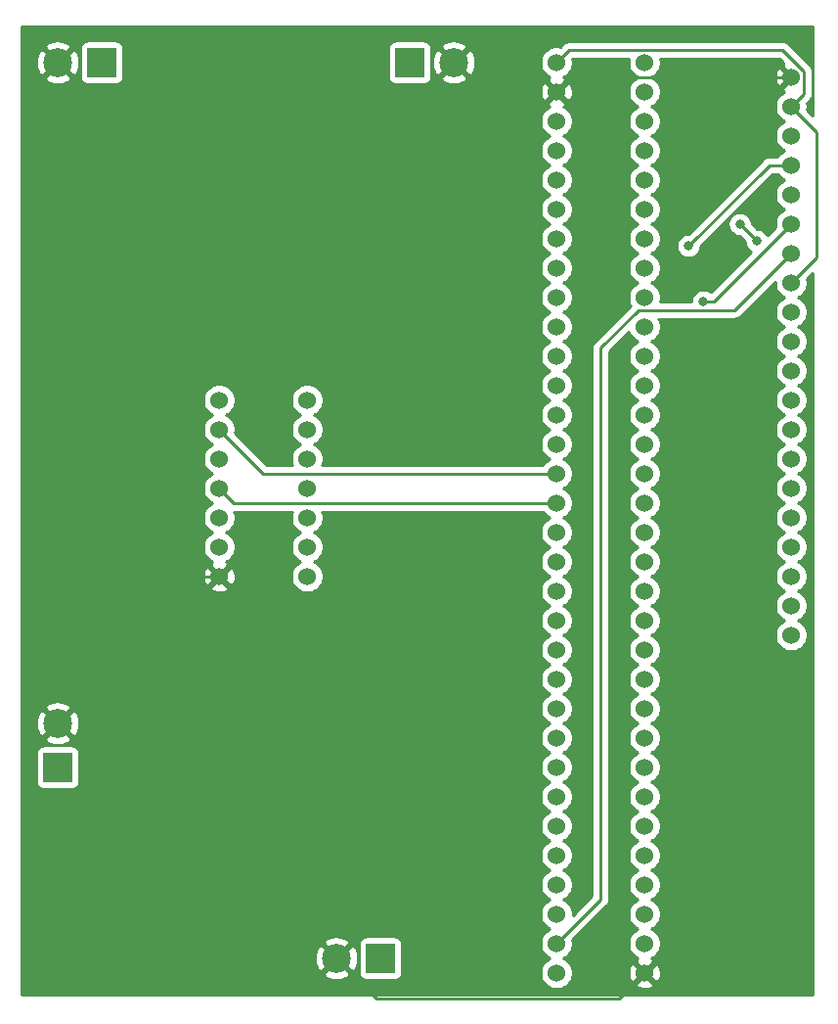
<source format=gbl>
G04 #@! TF.GenerationSoftware,KiCad,Pcbnew,(5.1.0)-1*
G04 #@! TF.CreationDate,2019-04-18T22:20:22-04:00*
G04 #@! TF.ProjectId,Gen1,47656e31-2e6b-4696-9361-645f70636258,1*
G04 #@! TF.SameCoordinates,Original*
G04 #@! TF.FileFunction,Copper,L2,Bot*
G04 #@! TF.FilePolarity,Positive*
%FSLAX46Y46*%
G04 Gerber Fmt 4.6, Leading zero omitted, Abs format (unit mm)*
G04 Created by KiCad (PCBNEW (5.1.0)-1) date 2019-04-18 22:20:22*
%MOMM*%
%LPD*%
G04 APERTURE LIST*
%ADD10C,1.524000*%
%ADD11C,2.499360*%
%ADD12R,2.499360X2.499360*%
%ADD13C,0.800000*%
%ADD14C,0.250000*%
%ADD15C,0.254000*%
G04 APERTURE END LIST*
D10*
X67310000Y-35560000D03*
X67310000Y-38100000D03*
X67310000Y-40640000D03*
X67310000Y-45720000D03*
X67310000Y-43180000D03*
X67310000Y-48260000D03*
X67310000Y-50800000D03*
X67310000Y-53340000D03*
X67310000Y-55880000D03*
X67310000Y-58420000D03*
X67310000Y-60960000D03*
X67310000Y-63500000D03*
X67310000Y-66040000D03*
X67310000Y-68580000D03*
X67310000Y-71120000D03*
X67310000Y-73660000D03*
X67310000Y-76200000D03*
X67310000Y-78740000D03*
X67310000Y-81280000D03*
X67310000Y-83820000D03*
X67310000Y-86360000D03*
X67310000Y-88900000D03*
X67310000Y-91440000D03*
X67310000Y-93980000D03*
X67310000Y-96520000D03*
X67310000Y-99060000D03*
X67310000Y-101600000D03*
X67310000Y-104140000D03*
X67310000Y-106680000D03*
X67310000Y-109220000D03*
X67310000Y-111760000D03*
X67310000Y-114300000D03*
X59690000Y-114300000D03*
X59690000Y-111760000D03*
X59690000Y-109220000D03*
X59690000Y-106680000D03*
X59690000Y-104140000D03*
X59690000Y-101600000D03*
X59690000Y-99060000D03*
X59690000Y-96520000D03*
X59690000Y-93980000D03*
X59690000Y-91440000D03*
X59690000Y-88900000D03*
X59690000Y-86360000D03*
X59690000Y-83820000D03*
X59690000Y-81280000D03*
X59690000Y-78740000D03*
X59690000Y-76200000D03*
X59690000Y-73660000D03*
X59690000Y-71120000D03*
X59690000Y-68580000D03*
X59690000Y-66040000D03*
X59690000Y-63500000D03*
X59690000Y-60960000D03*
X59690000Y-58420000D03*
X59690000Y-55880000D03*
X59690000Y-53340000D03*
X59690000Y-50800000D03*
X59690000Y-48260000D03*
X59690000Y-43180000D03*
X59690000Y-45720000D03*
X59690000Y-40640000D03*
X59690000Y-38100000D03*
X59690000Y-35560000D03*
X30480000Y-64770000D03*
X38100000Y-64770000D03*
X30480000Y-67310000D03*
X38100000Y-67310000D03*
X30480000Y-69850000D03*
X38100000Y-69850000D03*
X30480000Y-72390000D03*
X38100000Y-72390000D03*
X30480000Y-74930000D03*
X38100000Y-74930000D03*
X30480000Y-77470000D03*
X38100000Y-77470000D03*
X30480000Y-80010000D03*
X38100000Y-80010000D03*
X80010000Y-85090000D03*
X80010000Y-82550000D03*
X80010000Y-80010000D03*
X80010000Y-77470000D03*
X80010000Y-74930000D03*
X80010000Y-72390000D03*
X80010000Y-69850000D03*
X80010000Y-67310000D03*
X80010000Y-64770000D03*
X80010000Y-59690000D03*
X80010000Y-62230000D03*
X80010000Y-57150000D03*
X80010000Y-54610000D03*
X80010000Y-52070000D03*
X80010000Y-49530000D03*
X80010000Y-46990000D03*
X80010000Y-44450000D03*
X80010000Y-41910000D03*
X80010000Y-39370000D03*
X80010000Y-36830000D03*
D11*
X16510000Y-35560000D03*
D12*
X20320000Y-35560000D03*
X46990000Y-35560000D03*
D11*
X50800000Y-35560000D03*
X16510000Y-92710000D03*
D12*
X16510000Y-96520000D03*
X44450000Y-113030000D03*
D11*
X40640000Y-113030000D03*
D13*
X17780000Y-80010000D03*
X71120000Y-51435000D03*
X72390000Y-56242001D03*
X75565000Y-49530000D03*
X77030153Y-50995153D03*
D14*
X41889679Y-114279679D02*
X40640000Y-113030000D01*
X44099990Y-116489990D02*
X41889679Y-114279679D01*
X65120010Y-116489990D02*
X44099990Y-116489990D01*
X67310000Y-114300000D02*
X65120010Y-116489990D01*
X60960000Y-36830000D02*
X59690000Y-38100000D01*
X80010000Y-36830000D02*
X60960000Y-36830000D01*
X17780000Y-80010000D02*
X30480000Y-80010000D01*
X59690000Y-111760000D02*
X63500000Y-107950000D01*
X79248001Y-52831999D02*
X80010000Y-52070000D01*
X75112999Y-56967001D02*
X79248001Y-52831999D01*
X66788239Y-56967001D02*
X75112999Y-56967001D01*
X63500000Y-60255240D02*
X66788239Y-56967001D01*
X63500000Y-107950000D02*
X63500000Y-60255240D01*
X80010000Y-44450000D02*
X78105000Y-44450000D01*
X78105000Y-44450000D02*
X71120000Y-51435000D01*
X73297999Y-56242001D02*
X80010000Y-49530000D01*
X72390000Y-56242001D02*
X73297999Y-56242001D01*
X80771999Y-40131999D02*
X80010000Y-39370000D01*
X82199990Y-41559990D02*
X80771999Y-40131999D01*
X82199990Y-52420010D02*
X82199990Y-41559990D01*
X80010000Y-54610000D02*
X82199990Y-52420010D01*
X60451999Y-34798001D02*
X59690000Y-35560000D01*
X60777001Y-34472999D02*
X60451999Y-34798001D01*
X79261761Y-34472999D02*
X60777001Y-34472999D01*
X81097001Y-36308239D02*
X79261761Y-34472999D01*
X81097001Y-38282999D02*
X81097001Y-36308239D01*
X80010000Y-39370000D02*
X81097001Y-38282999D01*
X31750000Y-73660000D02*
X59690000Y-73660000D01*
X30480000Y-72390000D02*
X31750000Y-73660000D01*
X34290000Y-71120000D02*
X59690000Y-71120000D01*
X30480000Y-67310000D02*
X34290000Y-71120000D01*
X75565000Y-49530000D02*
X76835000Y-50800000D01*
X76835000Y-50800000D02*
X77030153Y-50995153D01*
D15*
G36*
X81890000Y-40175199D02*
G01*
X81376372Y-39661571D01*
X81407000Y-39507592D01*
X81407000Y-39232408D01*
X81376372Y-39078430D01*
X81608005Y-38846797D01*
X81637002Y-38823000D01*
X81731975Y-38707275D01*
X81802547Y-38575246D01*
X81846004Y-38431985D01*
X81857001Y-38320332D01*
X81857001Y-38320331D01*
X81860678Y-38282999D01*
X81857001Y-38245666D01*
X81857001Y-36345561D01*
X81860677Y-36308238D01*
X81857001Y-36270915D01*
X81857001Y-36270906D01*
X81846004Y-36159253D01*
X81802547Y-36015992D01*
X81731975Y-35883963D01*
X81637002Y-35768238D01*
X81608004Y-35744440D01*
X79825565Y-33962002D01*
X79801762Y-33932998D01*
X79686037Y-33838025D01*
X79554008Y-33767453D01*
X79410747Y-33723996D01*
X79299094Y-33712999D01*
X79299083Y-33712999D01*
X79261761Y-33709323D01*
X79224439Y-33712999D01*
X60814323Y-33712999D01*
X60777000Y-33709323D01*
X60739677Y-33712999D01*
X60739668Y-33712999D01*
X60628015Y-33723996D01*
X60484754Y-33767453D01*
X60352725Y-33838025D01*
X60237000Y-33932998D01*
X60213197Y-33962002D01*
X59981571Y-34193628D01*
X59827592Y-34163000D01*
X59552408Y-34163000D01*
X59282510Y-34216686D01*
X59028273Y-34321995D01*
X58799465Y-34474880D01*
X58604880Y-34669465D01*
X58451995Y-34898273D01*
X58346686Y-35152510D01*
X58293000Y-35422408D01*
X58293000Y-35697592D01*
X58346686Y-35967490D01*
X58451995Y-36221727D01*
X58604880Y-36450535D01*
X58799465Y-36645120D01*
X59028273Y-36798005D01*
X59099943Y-36827692D01*
X59086977Y-36832364D01*
X58971020Y-36894344D01*
X58904040Y-37134435D01*
X59690000Y-37920395D01*
X60475960Y-37134435D01*
X60408980Y-36894344D01*
X60273240Y-36830515D01*
X60351727Y-36798005D01*
X60580535Y-36645120D01*
X60775120Y-36450535D01*
X60928005Y-36221727D01*
X61033314Y-35967490D01*
X61087000Y-35697592D01*
X61087000Y-35422408D01*
X61056372Y-35268429D01*
X61091802Y-35232999D01*
X65950676Y-35232999D01*
X65913000Y-35422408D01*
X65913000Y-35697592D01*
X65966686Y-35967490D01*
X66071995Y-36221727D01*
X66224880Y-36450535D01*
X66419465Y-36645120D01*
X66648273Y-36798005D01*
X66725515Y-36830000D01*
X66648273Y-36861995D01*
X66419465Y-37014880D01*
X66224880Y-37209465D01*
X66071995Y-37438273D01*
X65966686Y-37692510D01*
X65913000Y-37962408D01*
X65913000Y-38237592D01*
X65966686Y-38507490D01*
X66071995Y-38761727D01*
X66224880Y-38990535D01*
X66419465Y-39185120D01*
X66648273Y-39338005D01*
X66725515Y-39370000D01*
X66648273Y-39401995D01*
X66419465Y-39554880D01*
X66224880Y-39749465D01*
X66071995Y-39978273D01*
X65966686Y-40232510D01*
X65913000Y-40502408D01*
X65913000Y-40777592D01*
X65966686Y-41047490D01*
X66071995Y-41301727D01*
X66224880Y-41530535D01*
X66419465Y-41725120D01*
X66648273Y-41878005D01*
X66725515Y-41910000D01*
X66648273Y-41941995D01*
X66419465Y-42094880D01*
X66224880Y-42289465D01*
X66071995Y-42518273D01*
X65966686Y-42772510D01*
X65913000Y-43042408D01*
X65913000Y-43317592D01*
X65966686Y-43587490D01*
X66071995Y-43841727D01*
X66224880Y-44070535D01*
X66419465Y-44265120D01*
X66648273Y-44418005D01*
X66725515Y-44450000D01*
X66648273Y-44481995D01*
X66419465Y-44634880D01*
X66224880Y-44829465D01*
X66071995Y-45058273D01*
X65966686Y-45312510D01*
X65913000Y-45582408D01*
X65913000Y-45857592D01*
X65966686Y-46127490D01*
X66071995Y-46381727D01*
X66224880Y-46610535D01*
X66419465Y-46805120D01*
X66648273Y-46958005D01*
X66725515Y-46990000D01*
X66648273Y-47021995D01*
X66419465Y-47174880D01*
X66224880Y-47369465D01*
X66071995Y-47598273D01*
X65966686Y-47852510D01*
X65913000Y-48122408D01*
X65913000Y-48397592D01*
X65966686Y-48667490D01*
X66071995Y-48921727D01*
X66224880Y-49150535D01*
X66419465Y-49345120D01*
X66648273Y-49498005D01*
X66725515Y-49530000D01*
X66648273Y-49561995D01*
X66419465Y-49714880D01*
X66224880Y-49909465D01*
X66071995Y-50138273D01*
X65966686Y-50392510D01*
X65913000Y-50662408D01*
X65913000Y-50937592D01*
X65966686Y-51207490D01*
X66071995Y-51461727D01*
X66224880Y-51690535D01*
X66419465Y-51885120D01*
X66648273Y-52038005D01*
X66725515Y-52070000D01*
X66648273Y-52101995D01*
X66419465Y-52254880D01*
X66224880Y-52449465D01*
X66071995Y-52678273D01*
X65966686Y-52932510D01*
X65913000Y-53202408D01*
X65913000Y-53477592D01*
X65966686Y-53747490D01*
X66071995Y-54001727D01*
X66224880Y-54230535D01*
X66419465Y-54425120D01*
X66648273Y-54578005D01*
X66725515Y-54610000D01*
X66648273Y-54641995D01*
X66419465Y-54794880D01*
X66224880Y-54989465D01*
X66071995Y-55218273D01*
X65966686Y-55472510D01*
X65913000Y-55742408D01*
X65913000Y-56017592D01*
X65966686Y-56287490D01*
X66071995Y-56541727D01*
X66098718Y-56581720D01*
X62988998Y-59691441D01*
X62960000Y-59715239D01*
X62936202Y-59744237D01*
X62936201Y-59744238D01*
X62865026Y-59830964D01*
X62794454Y-59962994D01*
X62764180Y-60062798D01*
X62753657Y-60097490D01*
X62750998Y-60106255D01*
X62736324Y-60255240D01*
X62740001Y-60292573D01*
X62740000Y-107635198D01*
X61087000Y-109288198D01*
X61087000Y-109082408D01*
X61033314Y-108812510D01*
X60928005Y-108558273D01*
X60775120Y-108329465D01*
X60580535Y-108134880D01*
X60351727Y-107981995D01*
X60274485Y-107950000D01*
X60351727Y-107918005D01*
X60580535Y-107765120D01*
X60775120Y-107570535D01*
X60928005Y-107341727D01*
X61033314Y-107087490D01*
X61087000Y-106817592D01*
X61087000Y-106542408D01*
X61033314Y-106272510D01*
X60928005Y-106018273D01*
X60775120Y-105789465D01*
X60580535Y-105594880D01*
X60351727Y-105441995D01*
X60274485Y-105410000D01*
X60351727Y-105378005D01*
X60580535Y-105225120D01*
X60775120Y-105030535D01*
X60928005Y-104801727D01*
X61033314Y-104547490D01*
X61087000Y-104277592D01*
X61087000Y-104002408D01*
X61033314Y-103732510D01*
X60928005Y-103478273D01*
X60775120Y-103249465D01*
X60580535Y-103054880D01*
X60351727Y-102901995D01*
X60274485Y-102870000D01*
X60351727Y-102838005D01*
X60580535Y-102685120D01*
X60775120Y-102490535D01*
X60928005Y-102261727D01*
X61033314Y-102007490D01*
X61087000Y-101737592D01*
X61087000Y-101462408D01*
X61033314Y-101192510D01*
X60928005Y-100938273D01*
X60775120Y-100709465D01*
X60580535Y-100514880D01*
X60351727Y-100361995D01*
X60274485Y-100330000D01*
X60351727Y-100298005D01*
X60580535Y-100145120D01*
X60775120Y-99950535D01*
X60928005Y-99721727D01*
X61033314Y-99467490D01*
X61087000Y-99197592D01*
X61087000Y-98922408D01*
X61033314Y-98652510D01*
X60928005Y-98398273D01*
X60775120Y-98169465D01*
X60580535Y-97974880D01*
X60351727Y-97821995D01*
X60274485Y-97790000D01*
X60351727Y-97758005D01*
X60580535Y-97605120D01*
X60775120Y-97410535D01*
X60928005Y-97181727D01*
X61033314Y-96927490D01*
X61087000Y-96657592D01*
X61087000Y-96382408D01*
X61033314Y-96112510D01*
X60928005Y-95858273D01*
X60775120Y-95629465D01*
X60580535Y-95434880D01*
X60351727Y-95281995D01*
X60274485Y-95250000D01*
X60351727Y-95218005D01*
X60580535Y-95065120D01*
X60775120Y-94870535D01*
X60928005Y-94641727D01*
X61033314Y-94387490D01*
X61087000Y-94117592D01*
X61087000Y-93842408D01*
X61033314Y-93572510D01*
X60928005Y-93318273D01*
X60775120Y-93089465D01*
X60580535Y-92894880D01*
X60351727Y-92741995D01*
X60274485Y-92710000D01*
X60351727Y-92678005D01*
X60580535Y-92525120D01*
X60775120Y-92330535D01*
X60928005Y-92101727D01*
X61033314Y-91847490D01*
X61087000Y-91577592D01*
X61087000Y-91302408D01*
X61033314Y-91032510D01*
X60928005Y-90778273D01*
X60775120Y-90549465D01*
X60580535Y-90354880D01*
X60351727Y-90201995D01*
X60274485Y-90170000D01*
X60351727Y-90138005D01*
X60580535Y-89985120D01*
X60775120Y-89790535D01*
X60928005Y-89561727D01*
X61033314Y-89307490D01*
X61087000Y-89037592D01*
X61087000Y-88762408D01*
X61033314Y-88492510D01*
X60928005Y-88238273D01*
X60775120Y-88009465D01*
X60580535Y-87814880D01*
X60351727Y-87661995D01*
X60274485Y-87630000D01*
X60351727Y-87598005D01*
X60580535Y-87445120D01*
X60775120Y-87250535D01*
X60928005Y-87021727D01*
X61033314Y-86767490D01*
X61087000Y-86497592D01*
X61087000Y-86222408D01*
X61033314Y-85952510D01*
X60928005Y-85698273D01*
X60775120Y-85469465D01*
X60580535Y-85274880D01*
X60351727Y-85121995D01*
X60274485Y-85090000D01*
X60351727Y-85058005D01*
X60580535Y-84905120D01*
X60775120Y-84710535D01*
X60928005Y-84481727D01*
X61033314Y-84227490D01*
X61087000Y-83957592D01*
X61087000Y-83682408D01*
X61033314Y-83412510D01*
X60928005Y-83158273D01*
X60775120Y-82929465D01*
X60580535Y-82734880D01*
X60351727Y-82581995D01*
X60274485Y-82550000D01*
X60351727Y-82518005D01*
X60580535Y-82365120D01*
X60775120Y-82170535D01*
X60928005Y-81941727D01*
X61033314Y-81687490D01*
X61087000Y-81417592D01*
X61087000Y-81142408D01*
X61033314Y-80872510D01*
X60928005Y-80618273D01*
X60775120Y-80389465D01*
X60580535Y-80194880D01*
X60351727Y-80041995D01*
X60274485Y-80010000D01*
X60351727Y-79978005D01*
X60580535Y-79825120D01*
X60775120Y-79630535D01*
X60928005Y-79401727D01*
X61033314Y-79147490D01*
X61087000Y-78877592D01*
X61087000Y-78602408D01*
X61033314Y-78332510D01*
X60928005Y-78078273D01*
X60775120Y-77849465D01*
X60580535Y-77654880D01*
X60351727Y-77501995D01*
X60274485Y-77470000D01*
X60351727Y-77438005D01*
X60580535Y-77285120D01*
X60775120Y-77090535D01*
X60928005Y-76861727D01*
X61033314Y-76607490D01*
X61087000Y-76337592D01*
X61087000Y-76062408D01*
X61033314Y-75792510D01*
X60928005Y-75538273D01*
X60775120Y-75309465D01*
X60580535Y-75114880D01*
X60351727Y-74961995D01*
X60274485Y-74930000D01*
X60351727Y-74898005D01*
X60580535Y-74745120D01*
X60775120Y-74550535D01*
X60928005Y-74321727D01*
X61033314Y-74067490D01*
X61087000Y-73797592D01*
X61087000Y-73522408D01*
X61033314Y-73252510D01*
X60928005Y-72998273D01*
X60775120Y-72769465D01*
X60580535Y-72574880D01*
X60351727Y-72421995D01*
X60274485Y-72390000D01*
X60351727Y-72358005D01*
X60580535Y-72205120D01*
X60775120Y-72010535D01*
X60928005Y-71781727D01*
X61033314Y-71527490D01*
X61087000Y-71257592D01*
X61087000Y-70982408D01*
X61033314Y-70712510D01*
X60928005Y-70458273D01*
X60775120Y-70229465D01*
X60580535Y-70034880D01*
X60351727Y-69881995D01*
X60274485Y-69850000D01*
X60351727Y-69818005D01*
X60580535Y-69665120D01*
X60775120Y-69470535D01*
X60928005Y-69241727D01*
X61033314Y-68987490D01*
X61087000Y-68717592D01*
X61087000Y-68442408D01*
X61033314Y-68172510D01*
X60928005Y-67918273D01*
X60775120Y-67689465D01*
X60580535Y-67494880D01*
X60351727Y-67341995D01*
X60274485Y-67310000D01*
X60351727Y-67278005D01*
X60580535Y-67125120D01*
X60775120Y-66930535D01*
X60928005Y-66701727D01*
X61033314Y-66447490D01*
X61087000Y-66177592D01*
X61087000Y-65902408D01*
X61033314Y-65632510D01*
X60928005Y-65378273D01*
X60775120Y-65149465D01*
X60580535Y-64954880D01*
X60351727Y-64801995D01*
X60274485Y-64770000D01*
X60351727Y-64738005D01*
X60580535Y-64585120D01*
X60775120Y-64390535D01*
X60928005Y-64161727D01*
X61033314Y-63907490D01*
X61087000Y-63637592D01*
X61087000Y-63362408D01*
X61033314Y-63092510D01*
X60928005Y-62838273D01*
X60775120Y-62609465D01*
X60580535Y-62414880D01*
X60351727Y-62261995D01*
X60274485Y-62230000D01*
X60351727Y-62198005D01*
X60580535Y-62045120D01*
X60775120Y-61850535D01*
X60928005Y-61621727D01*
X61033314Y-61367490D01*
X61087000Y-61097592D01*
X61087000Y-60822408D01*
X61033314Y-60552510D01*
X60928005Y-60298273D01*
X60775120Y-60069465D01*
X60580535Y-59874880D01*
X60351727Y-59721995D01*
X60274485Y-59690000D01*
X60351727Y-59658005D01*
X60580535Y-59505120D01*
X60775120Y-59310535D01*
X60928005Y-59081727D01*
X61033314Y-58827490D01*
X61087000Y-58557592D01*
X61087000Y-58282408D01*
X61033314Y-58012510D01*
X60928005Y-57758273D01*
X60775120Y-57529465D01*
X60580535Y-57334880D01*
X60351727Y-57181995D01*
X60274485Y-57150000D01*
X60351727Y-57118005D01*
X60580535Y-56965120D01*
X60775120Y-56770535D01*
X60928005Y-56541727D01*
X61033314Y-56287490D01*
X61087000Y-56017592D01*
X61087000Y-55742408D01*
X61033314Y-55472510D01*
X60928005Y-55218273D01*
X60775120Y-54989465D01*
X60580535Y-54794880D01*
X60351727Y-54641995D01*
X60274485Y-54610000D01*
X60351727Y-54578005D01*
X60580535Y-54425120D01*
X60775120Y-54230535D01*
X60928005Y-54001727D01*
X61033314Y-53747490D01*
X61087000Y-53477592D01*
X61087000Y-53202408D01*
X61033314Y-52932510D01*
X60928005Y-52678273D01*
X60775120Y-52449465D01*
X60580535Y-52254880D01*
X60351727Y-52101995D01*
X60274485Y-52070000D01*
X60351727Y-52038005D01*
X60580535Y-51885120D01*
X60775120Y-51690535D01*
X60928005Y-51461727D01*
X61033314Y-51207490D01*
X61087000Y-50937592D01*
X61087000Y-50662408D01*
X61033314Y-50392510D01*
X60928005Y-50138273D01*
X60775120Y-49909465D01*
X60580535Y-49714880D01*
X60351727Y-49561995D01*
X60274485Y-49530000D01*
X60351727Y-49498005D01*
X60580535Y-49345120D01*
X60775120Y-49150535D01*
X60928005Y-48921727D01*
X61033314Y-48667490D01*
X61087000Y-48397592D01*
X61087000Y-48122408D01*
X61033314Y-47852510D01*
X60928005Y-47598273D01*
X60775120Y-47369465D01*
X60580535Y-47174880D01*
X60351727Y-47021995D01*
X60274485Y-46990000D01*
X60351727Y-46958005D01*
X60580535Y-46805120D01*
X60775120Y-46610535D01*
X60928005Y-46381727D01*
X61033314Y-46127490D01*
X61087000Y-45857592D01*
X61087000Y-45582408D01*
X61033314Y-45312510D01*
X60928005Y-45058273D01*
X60775120Y-44829465D01*
X60580535Y-44634880D01*
X60351727Y-44481995D01*
X60274485Y-44450000D01*
X60351727Y-44418005D01*
X60580535Y-44265120D01*
X60775120Y-44070535D01*
X60928005Y-43841727D01*
X61033314Y-43587490D01*
X61087000Y-43317592D01*
X61087000Y-43042408D01*
X61033314Y-42772510D01*
X60928005Y-42518273D01*
X60775120Y-42289465D01*
X60580535Y-42094880D01*
X60351727Y-41941995D01*
X60274485Y-41910000D01*
X60351727Y-41878005D01*
X60580535Y-41725120D01*
X60775120Y-41530535D01*
X60928005Y-41301727D01*
X61033314Y-41047490D01*
X61087000Y-40777592D01*
X61087000Y-40502408D01*
X61033314Y-40232510D01*
X60928005Y-39978273D01*
X60775120Y-39749465D01*
X60580535Y-39554880D01*
X60351727Y-39401995D01*
X60280057Y-39372308D01*
X60293023Y-39367636D01*
X60408980Y-39305656D01*
X60475960Y-39065565D01*
X59690000Y-38279605D01*
X58904040Y-39065565D01*
X58971020Y-39305656D01*
X59106760Y-39369485D01*
X59028273Y-39401995D01*
X58799465Y-39554880D01*
X58604880Y-39749465D01*
X58451995Y-39978273D01*
X58346686Y-40232510D01*
X58293000Y-40502408D01*
X58293000Y-40777592D01*
X58346686Y-41047490D01*
X58451995Y-41301727D01*
X58604880Y-41530535D01*
X58799465Y-41725120D01*
X59028273Y-41878005D01*
X59105515Y-41910000D01*
X59028273Y-41941995D01*
X58799465Y-42094880D01*
X58604880Y-42289465D01*
X58451995Y-42518273D01*
X58346686Y-42772510D01*
X58293000Y-43042408D01*
X58293000Y-43317592D01*
X58346686Y-43587490D01*
X58451995Y-43841727D01*
X58604880Y-44070535D01*
X58799465Y-44265120D01*
X59028273Y-44418005D01*
X59105515Y-44450000D01*
X59028273Y-44481995D01*
X58799465Y-44634880D01*
X58604880Y-44829465D01*
X58451995Y-45058273D01*
X58346686Y-45312510D01*
X58293000Y-45582408D01*
X58293000Y-45857592D01*
X58346686Y-46127490D01*
X58451995Y-46381727D01*
X58604880Y-46610535D01*
X58799465Y-46805120D01*
X59028273Y-46958005D01*
X59105515Y-46990000D01*
X59028273Y-47021995D01*
X58799465Y-47174880D01*
X58604880Y-47369465D01*
X58451995Y-47598273D01*
X58346686Y-47852510D01*
X58293000Y-48122408D01*
X58293000Y-48397592D01*
X58346686Y-48667490D01*
X58451995Y-48921727D01*
X58604880Y-49150535D01*
X58799465Y-49345120D01*
X59028273Y-49498005D01*
X59105515Y-49530000D01*
X59028273Y-49561995D01*
X58799465Y-49714880D01*
X58604880Y-49909465D01*
X58451995Y-50138273D01*
X58346686Y-50392510D01*
X58293000Y-50662408D01*
X58293000Y-50937592D01*
X58346686Y-51207490D01*
X58451995Y-51461727D01*
X58604880Y-51690535D01*
X58799465Y-51885120D01*
X59028273Y-52038005D01*
X59105515Y-52070000D01*
X59028273Y-52101995D01*
X58799465Y-52254880D01*
X58604880Y-52449465D01*
X58451995Y-52678273D01*
X58346686Y-52932510D01*
X58293000Y-53202408D01*
X58293000Y-53477592D01*
X58346686Y-53747490D01*
X58451995Y-54001727D01*
X58604880Y-54230535D01*
X58799465Y-54425120D01*
X59028273Y-54578005D01*
X59105515Y-54610000D01*
X59028273Y-54641995D01*
X58799465Y-54794880D01*
X58604880Y-54989465D01*
X58451995Y-55218273D01*
X58346686Y-55472510D01*
X58293000Y-55742408D01*
X58293000Y-56017592D01*
X58346686Y-56287490D01*
X58451995Y-56541727D01*
X58604880Y-56770535D01*
X58799465Y-56965120D01*
X59028273Y-57118005D01*
X59105515Y-57150000D01*
X59028273Y-57181995D01*
X58799465Y-57334880D01*
X58604880Y-57529465D01*
X58451995Y-57758273D01*
X58346686Y-58012510D01*
X58293000Y-58282408D01*
X58293000Y-58557592D01*
X58346686Y-58827490D01*
X58451995Y-59081727D01*
X58604880Y-59310535D01*
X58799465Y-59505120D01*
X59028273Y-59658005D01*
X59105515Y-59690000D01*
X59028273Y-59721995D01*
X58799465Y-59874880D01*
X58604880Y-60069465D01*
X58451995Y-60298273D01*
X58346686Y-60552510D01*
X58293000Y-60822408D01*
X58293000Y-61097592D01*
X58346686Y-61367490D01*
X58451995Y-61621727D01*
X58604880Y-61850535D01*
X58799465Y-62045120D01*
X59028273Y-62198005D01*
X59105515Y-62230000D01*
X59028273Y-62261995D01*
X58799465Y-62414880D01*
X58604880Y-62609465D01*
X58451995Y-62838273D01*
X58346686Y-63092510D01*
X58293000Y-63362408D01*
X58293000Y-63637592D01*
X58346686Y-63907490D01*
X58451995Y-64161727D01*
X58604880Y-64390535D01*
X58799465Y-64585120D01*
X59028273Y-64738005D01*
X59105515Y-64770000D01*
X59028273Y-64801995D01*
X58799465Y-64954880D01*
X58604880Y-65149465D01*
X58451995Y-65378273D01*
X58346686Y-65632510D01*
X58293000Y-65902408D01*
X58293000Y-66177592D01*
X58346686Y-66447490D01*
X58451995Y-66701727D01*
X58604880Y-66930535D01*
X58799465Y-67125120D01*
X59028273Y-67278005D01*
X59105515Y-67310000D01*
X59028273Y-67341995D01*
X58799465Y-67494880D01*
X58604880Y-67689465D01*
X58451995Y-67918273D01*
X58346686Y-68172510D01*
X58293000Y-68442408D01*
X58293000Y-68717592D01*
X58346686Y-68987490D01*
X58451995Y-69241727D01*
X58604880Y-69470535D01*
X58799465Y-69665120D01*
X59028273Y-69818005D01*
X59105515Y-69850000D01*
X59028273Y-69881995D01*
X58799465Y-70034880D01*
X58604880Y-70229465D01*
X58517659Y-70360000D01*
X39400853Y-70360000D01*
X39443314Y-70257490D01*
X39497000Y-69987592D01*
X39497000Y-69712408D01*
X39443314Y-69442510D01*
X39338005Y-69188273D01*
X39185120Y-68959465D01*
X38990535Y-68764880D01*
X38761727Y-68611995D01*
X38684485Y-68580000D01*
X38761727Y-68548005D01*
X38990535Y-68395120D01*
X39185120Y-68200535D01*
X39338005Y-67971727D01*
X39443314Y-67717490D01*
X39497000Y-67447592D01*
X39497000Y-67172408D01*
X39443314Y-66902510D01*
X39338005Y-66648273D01*
X39185120Y-66419465D01*
X38990535Y-66224880D01*
X38761727Y-66071995D01*
X38684485Y-66040000D01*
X38761727Y-66008005D01*
X38990535Y-65855120D01*
X39185120Y-65660535D01*
X39338005Y-65431727D01*
X39443314Y-65177490D01*
X39497000Y-64907592D01*
X39497000Y-64632408D01*
X39443314Y-64362510D01*
X39338005Y-64108273D01*
X39185120Y-63879465D01*
X38990535Y-63684880D01*
X38761727Y-63531995D01*
X38507490Y-63426686D01*
X38237592Y-63373000D01*
X37962408Y-63373000D01*
X37692510Y-63426686D01*
X37438273Y-63531995D01*
X37209465Y-63684880D01*
X37014880Y-63879465D01*
X36861995Y-64108273D01*
X36756686Y-64362510D01*
X36703000Y-64632408D01*
X36703000Y-64907592D01*
X36756686Y-65177490D01*
X36861995Y-65431727D01*
X37014880Y-65660535D01*
X37209465Y-65855120D01*
X37438273Y-66008005D01*
X37515515Y-66040000D01*
X37438273Y-66071995D01*
X37209465Y-66224880D01*
X37014880Y-66419465D01*
X36861995Y-66648273D01*
X36756686Y-66902510D01*
X36703000Y-67172408D01*
X36703000Y-67447592D01*
X36756686Y-67717490D01*
X36861995Y-67971727D01*
X37014880Y-68200535D01*
X37209465Y-68395120D01*
X37438273Y-68548005D01*
X37515515Y-68580000D01*
X37438273Y-68611995D01*
X37209465Y-68764880D01*
X37014880Y-68959465D01*
X36861995Y-69188273D01*
X36756686Y-69442510D01*
X36703000Y-69712408D01*
X36703000Y-69987592D01*
X36756686Y-70257490D01*
X36799147Y-70360000D01*
X34604802Y-70360000D01*
X31846372Y-67601571D01*
X31877000Y-67447592D01*
X31877000Y-67172408D01*
X31823314Y-66902510D01*
X31718005Y-66648273D01*
X31565120Y-66419465D01*
X31370535Y-66224880D01*
X31141727Y-66071995D01*
X31064485Y-66040000D01*
X31141727Y-66008005D01*
X31370535Y-65855120D01*
X31565120Y-65660535D01*
X31718005Y-65431727D01*
X31823314Y-65177490D01*
X31877000Y-64907592D01*
X31877000Y-64632408D01*
X31823314Y-64362510D01*
X31718005Y-64108273D01*
X31565120Y-63879465D01*
X31370535Y-63684880D01*
X31141727Y-63531995D01*
X30887490Y-63426686D01*
X30617592Y-63373000D01*
X30342408Y-63373000D01*
X30072510Y-63426686D01*
X29818273Y-63531995D01*
X29589465Y-63684880D01*
X29394880Y-63879465D01*
X29241995Y-64108273D01*
X29136686Y-64362510D01*
X29083000Y-64632408D01*
X29083000Y-64907592D01*
X29136686Y-65177490D01*
X29241995Y-65431727D01*
X29394880Y-65660535D01*
X29589465Y-65855120D01*
X29818273Y-66008005D01*
X29895515Y-66040000D01*
X29818273Y-66071995D01*
X29589465Y-66224880D01*
X29394880Y-66419465D01*
X29241995Y-66648273D01*
X29136686Y-66902510D01*
X29083000Y-67172408D01*
X29083000Y-67447592D01*
X29136686Y-67717490D01*
X29241995Y-67971727D01*
X29394880Y-68200535D01*
X29589465Y-68395120D01*
X29818273Y-68548005D01*
X29895515Y-68580000D01*
X29818273Y-68611995D01*
X29589465Y-68764880D01*
X29394880Y-68959465D01*
X29241995Y-69188273D01*
X29136686Y-69442510D01*
X29083000Y-69712408D01*
X29083000Y-69987592D01*
X29136686Y-70257490D01*
X29241995Y-70511727D01*
X29394880Y-70740535D01*
X29589465Y-70935120D01*
X29818273Y-71088005D01*
X29895515Y-71120000D01*
X29818273Y-71151995D01*
X29589465Y-71304880D01*
X29394880Y-71499465D01*
X29241995Y-71728273D01*
X29136686Y-71982510D01*
X29083000Y-72252408D01*
X29083000Y-72527592D01*
X29136686Y-72797490D01*
X29241995Y-73051727D01*
X29394880Y-73280535D01*
X29589465Y-73475120D01*
X29818273Y-73628005D01*
X29895515Y-73660000D01*
X29818273Y-73691995D01*
X29589465Y-73844880D01*
X29394880Y-74039465D01*
X29241995Y-74268273D01*
X29136686Y-74522510D01*
X29083000Y-74792408D01*
X29083000Y-75067592D01*
X29136686Y-75337490D01*
X29241995Y-75591727D01*
X29394880Y-75820535D01*
X29589465Y-76015120D01*
X29818273Y-76168005D01*
X29895515Y-76200000D01*
X29818273Y-76231995D01*
X29589465Y-76384880D01*
X29394880Y-76579465D01*
X29241995Y-76808273D01*
X29136686Y-77062510D01*
X29083000Y-77332408D01*
X29083000Y-77607592D01*
X29136686Y-77877490D01*
X29241995Y-78131727D01*
X29394880Y-78360535D01*
X29589465Y-78555120D01*
X29818273Y-78708005D01*
X29889943Y-78737692D01*
X29876977Y-78742364D01*
X29761020Y-78804344D01*
X29694040Y-79044435D01*
X30480000Y-79830395D01*
X31265960Y-79044435D01*
X31198980Y-78804344D01*
X31063240Y-78740515D01*
X31141727Y-78708005D01*
X31370535Y-78555120D01*
X31565120Y-78360535D01*
X31718005Y-78131727D01*
X31823314Y-77877490D01*
X31877000Y-77607592D01*
X31877000Y-77332408D01*
X31823314Y-77062510D01*
X31718005Y-76808273D01*
X31565120Y-76579465D01*
X31370535Y-76384880D01*
X31141727Y-76231995D01*
X31064485Y-76200000D01*
X31141727Y-76168005D01*
X31370535Y-76015120D01*
X31565120Y-75820535D01*
X31718005Y-75591727D01*
X31823314Y-75337490D01*
X31877000Y-75067592D01*
X31877000Y-74792408D01*
X31823314Y-74522510D01*
X31781106Y-74420612D01*
X31787322Y-74420000D01*
X36799147Y-74420000D01*
X36756686Y-74522510D01*
X36703000Y-74792408D01*
X36703000Y-75067592D01*
X36756686Y-75337490D01*
X36861995Y-75591727D01*
X37014880Y-75820535D01*
X37209465Y-76015120D01*
X37438273Y-76168005D01*
X37515515Y-76200000D01*
X37438273Y-76231995D01*
X37209465Y-76384880D01*
X37014880Y-76579465D01*
X36861995Y-76808273D01*
X36756686Y-77062510D01*
X36703000Y-77332408D01*
X36703000Y-77607592D01*
X36756686Y-77877490D01*
X36861995Y-78131727D01*
X37014880Y-78360535D01*
X37209465Y-78555120D01*
X37438273Y-78708005D01*
X37515515Y-78740000D01*
X37438273Y-78771995D01*
X37209465Y-78924880D01*
X37014880Y-79119465D01*
X36861995Y-79348273D01*
X36756686Y-79602510D01*
X36703000Y-79872408D01*
X36703000Y-80147592D01*
X36756686Y-80417490D01*
X36861995Y-80671727D01*
X37014880Y-80900535D01*
X37209465Y-81095120D01*
X37438273Y-81248005D01*
X37692510Y-81353314D01*
X37962408Y-81407000D01*
X38237592Y-81407000D01*
X38507490Y-81353314D01*
X38761727Y-81248005D01*
X38990535Y-81095120D01*
X39185120Y-80900535D01*
X39338005Y-80671727D01*
X39443314Y-80417490D01*
X39497000Y-80147592D01*
X39497000Y-79872408D01*
X39443314Y-79602510D01*
X39338005Y-79348273D01*
X39185120Y-79119465D01*
X38990535Y-78924880D01*
X38761727Y-78771995D01*
X38684485Y-78740000D01*
X38761727Y-78708005D01*
X38990535Y-78555120D01*
X39185120Y-78360535D01*
X39338005Y-78131727D01*
X39443314Y-77877490D01*
X39497000Y-77607592D01*
X39497000Y-77332408D01*
X39443314Y-77062510D01*
X39338005Y-76808273D01*
X39185120Y-76579465D01*
X38990535Y-76384880D01*
X38761727Y-76231995D01*
X38684485Y-76200000D01*
X38761727Y-76168005D01*
X38990535Y-76015120D01*
X39185120Y-75820535D01*
X39338005Y-75591727D01*
X39443314Y-75337490D01*
X39497000Y-75067592D01*
X39497000Y-74792408D01*
X39443314Y-74522510D01*
X39400853Y-74420000D01*
X58517659Y-74420000D01*
X58604880Y-74550535D01*
X58799465Y-74745120D01*
X59028273Y-74898005D01*
X59105515Y-74930000D01*
X59028273Y-74961995D01*
X58799465Y-75114880D01*
X58604880Y-75309465D01*
X58451995Y-75538273D01*
X58346686Y-75792510D01*
X58293000Y-76062408D01*
X58293000Y-76337592D01*
X58346686Y-76607490D01*
X58451995Y-76861727D01*
X58604880Y-77090535D01*
X58799465Y-77285120D01*
X59028273Y-77438005D01*
X59105515Y-77470000D01*
X59028273Y-77501995D01*
X58799465Y-77654880D01*
X58604880Y-77849465D01*
X58451995Y-78078273D01*
X58346686Y-78332510D01*
X58293000Y-78602408D01*
X58293000Y-78877592D01*
X58346686Y-79147490D01*
X58451995Y-79401727D01*
X58604880Y-79630535D01*
X58799465Y-79825120D01*
X59028273Y-79978005D01*
X59105515Y-80010000D01*
X59028273Y-80041995D01*
X58799465Y-80194880D01*
X58604880Y-80389465D01*
X58451995Y-80618273D01*
X58346686Y-80872510D01*
X58293000Y-81142408D01*
X58293000Y-81417592D01*
X58346686Y-81687490D01*
X58451995Y-81941727D01*
X58604880Y-82170535D01*
X58799465Y-82365120D01*
X59028273Y-82518005D01*
X59105515Y-82550000D01*
X59028273Y-82581995D01*
X58799465Y-82734880D01*
X58604880Y-82929465D01*
X58451995Y-83158273D01*
X58346686Y-83412510D01*
X58293000Y-83682408D01*
X58293000Y-83957592D01*
X58346686Y-84227490D01*
X58451995Y-84481727D01*
X58604880Y-84710535D01*
X58799465Y-84905120D01*
X59028273Y-85058005D01*
X59105515Y-85090000D01*
X59028273Y-85121995D01*
X58799465Y-85274880D01*
X58604880Y-85469465D01*
X58451995Y-85698273D01*
X58346686Y-85952510D01*
X58293000Y-86222408D01*
X58293000Y-86497592D01*
X58346686Y-86767490D01*
X58451995Y-87021727D01*
X58604880Y-87250535D01*
X58799465Y-87445120D01*
X59028273Y-87598005D01*
X59105515Y-87630000D01*
X59028273Y-87661995D01*
X58799465Y-87814880D01*
X58604880Y-88009465D01*
X58451995Y-88238273D01*
X58346686Y-88492510D01*
X58293000Y-88762408D01*
X58293000Y-89037592D01*
X58346686Y-89307490D01*
X58451995Y-89561727D01*
X58604880Y-89790535D01*
X58799465Y-89985120D01*
X59028273Y-90138005D01*
X59105515Y-90170000D01*
X59028273Y-90201995D01*
X58799465Y-90354880D01*
X58604880Y-90549465D01*
X58451995Y-90778273D01*
X58346686Y-91032510D01*
X58293000Y-91302408D01*
X58293000Y-91577592D01*
X58346686Y-91847490D01*
X58451995Y-92101727D01*
X58604880Y-92330535D01*
X58799465Y-92525120D01*
X59028273Y-92678005D01*
X59105515Y-92710000D01*
X59028273Y-92741995D01*
X58799465Y-92894880D01*
X58604880Y-93089465D01*
X58451995Y-93318273D01*
X58346686Y-93572510D01*
X58293000Y-93842408D01*
X58293000Y-94117592D01*
X58346686Y-94387490D01*
X58451995Y-94641727D01*
X58604880Y-94870535D01*
X58799465Y-95065120D01*
X59028273Y-95218005D01*
X59105515Y-95250000D01*
X59028273Y-95281995D01*
X58799465Y-95434880D01*
X58604880Y-95629465D01*
X58451995Y-95858273D01*
X58346686Y-96112510D01*
X58293000Y-96382408D01*
X58293000Y-96657592D01*
X58346686Y-96927490D01*
X58451995Y-97181727D01*
X58604880Y-97410535D01*
X58799465Y-97605120D01*
X59028273Y-97758005D01*
X59105515Y-97790000D01*
X59028273Y-97821995D01*
X58799465Y-97974880D01*
X58604880Y-98169465D01*
X58451995Y-98398273D01*
X58346686Y-98652510D01*
X58293000Y-98922408D01*
X58293000Y-99197592D01*
X58346686Y-99467490D01*
X58451995Y-99721727D01*
X58604880Y-99950535D01*
X58799465Y-100145120D01*
X59028273Y-100298005D01*
X59105515Y-100330000D01*
X59028273Y-100361995D01*
X58799465Y-100514880D01*
X58604880Y-100709465D01*
X58451995Y-100938273D01*
X58346686Y-101192510D01*
X58293000Y-101462408D01*
X58293000Y-101737592D01*
X58346686Y-102007490D01*
X58451995Y-102261727D01*
X58604880Y-102490535D01*
X58799465Y-102685120D01*
X59028273Y-102838005D01*
X59105515Y-102870000D01*
X59028273Y-102901995D01*
X58799465Y-103054880D01*
X58604880Y-103249465D01*
X58451995Y-103478273D01*
X58346686Y-103732510D01*
X58293000Y-104002408D01*
X58293000Y-104277592D01*
X58346686Y-104547490D01*
X58451995Y-104801727D01*
X58604880Y-105030535D01*
X58799465Y-105225120D01*
X59028273Y-105378005D01*
X59105515Y-105410000D01*
X59028273Y-105441995D01*
X58799465Y-105594880D01*
X58604880Y-105789465D01*
X58451995Y-106018273D01*
X58346686Y-106272510D01*
X58293000Y-106542408D01*
X58293000Y-106817592D01*
X58346686Y-107087490D01*
X58451995Y-107341727D01*
X58604880Y-107570535D01*
X58799465Y-107765120D01*
X59028273Y-107918005D01*
X59105515Y-107950000D01*
X59028273Y-107981995D01*
X58799465Y-108134880D01*
X58604880Y-108329465D01*
X58451995Y-108558273D01*
X58346686Y-108812510D01*
X58293000Y-109082408D01*
X58293000Y-109357592D01*
X58346686Y-109627490D01*
X58451995Y-109881727D01*
X58604880Y-110110535D01*
X58799465Y-110305120D01*
X59028273Y-110458005D01*
X59105515Y-110490000D01*
X59028273Y-110521995D01*
X58799465Y-110674880D01*
X58604880Y-110869465D01*
X58451995Y-111098273D01*
X58346686Y-111352510D01*
X58293000Y-111622408D01*
X58293000Y-111897592D01*
X58346686Y-112167490D01*
X58451995Y-112421727D01*
X58604880Y-112650535D01*
X58799465Y-112845120D01*
X59028273Y-112998005D01*
X59105515Y-113030000D01*
X59028273Y-113061995D01*
X58799465Y-113214880D01*
X58604880Y-113409465D01*
X58451995Y-113638273D01*
X58346686Y-113892510D01*
X58293000Y-114162408D01*
X58293000Y-114437592D01*
X58346686Y-114707490D01*
X58451995Y-114961727D01*
X58604880Y-115190535D01*
X58799465Y-115385120D01*
X59028273Y-115538005D01*
X59282510Y-115643314D01*
X59552408Y-115697000D01*
X59827592Y-115697000D01*
X60097490Y-115643314D01*
X60351727Y-115538005D01*
X60580535Y-115385120D01*
X60700090Y-115265565D01*
X66524040Y-115265565D01*
X66591020Y-115505656D01*
X66840048Y-115622756D01*
X67107135Y-115689023D01*
X67382017Y-115701910D01*
X67654133Y-115660922D01*
X67913023Y-115567636D01*
X68028980Y-115505656D01*
X68095960Y-115265565D01*
X67310000Y-114479605D01*
X66524040Y-115265565D01*
X60700090Y-115265565D01*
X60775120Y-115190535D01*
X60928005Y-114961727D01*
X61033314Y-114707490D01*
X61087000Y-114437592D01*
X61087000Y-114372017D01*
X65908090Y-114372017D01*
X65949078Y-114644133D01*
X66042364Y-114903023D01*
X66104344Y-115018980D01*
X66344435Y-115085960D01*
X67130395Y-114300000D01*
X67489605Y-114300000D01*
X68275565Y-115085960D01*
X68515656Y-115018980D01*
X68632756Y-114769952D01*
X68699023Y-114502865D01*
X68711910Y-114227983D01*
X68670922Y-113955867D01*
X68577636Y-113696977D01*
X68515656Y-113581020D01*
X68275565Y-113514040D01*
X67489605Y-114300000D01*
X67130395Y-114300000D01*
X66344435Y-113514040D01*
X66104344Y-113581020D01*
X65987244Y-113830048D01*
X65920977Y-114097135D01*
X65908090Y-114372017D01*
X61087000Y-114372017D01*
X61087000Y-114162408D01*
X61033314Y-113892510D01*
X60928005Y-113638273D01*
X60775120Y-113409465D01*
X60580535Y-113214880D01*
X60351727Y-113061995D01*
X60274485Y-113030000D01*
X60351727Y-112998005D01*
X60580535Y-112845120D01*
X60775120Y-112650535D01*
X60928005Y-112421727D01*
X61033314Y-112167490D01*
X61087000Y-111897592D01*
X61087000Y-111622408D01*
X61056372Y-111468429D01*
X64011004Y-108513798D01*
X64040001Y-108490001D01*
X64134974Y-108374276D01*
X64205546Y-108242247D01*
X64249003Y-108098986D01*
X64260000Y-107987333D01*
X64260000Y-107987325D01*
X64263676Y-107950000D01*
X64260000Y-107912675D01*
X64260000Y-60570041D01*
X65977191Y-58852851D01*
X66071995Y-59081727D01*
X66224880Y-59310535D01*
X66419465Y-59505120D01*
X66648273Y-59658005D01*
X66725515Y-59690000D01*
X66648273Y-59721995D01*
X66419465Y-59874880D01*
X66224880Y-60069465D01*
X66071995Y-60298273D01*
X65966686Y-60552510D01*
X65913000Y-60822408D01*
X65913000Y-61097592D01*
X65966686Y-61367490D01*
X66071995Y-61621727D01*
X66224880Y-61850535D01*
X66419465Y-62045120D01*
X66648273Y-62198005D01*
X66725515Y-62230000D01*
X66648273Y-62261995D01*
X66419465Y-62414880D01*
X66224880Y-62609465D01*
X66071995Y-62838273D01*
X65966686Y-63092510D01*
X65913000Y-63362408D01*
X65913000Y-63637592D01*
X65966686Y-63907490D01*
X66071995Y-64161727D01*
X66224880Y-64390535D01*
X66419465Y-64585120D01*
X66648273Y-64738005D01*
X66725515Y-64770000D01*
X66648273Y-64801995D01*
X66419465Y-64954880D01*
X66224880Y-65149465D01*
X66071995Y-65378273D01*
X65966686Y-65632510D01*
X65913000Y-65902408D01*
X65913000Y-66177592D01*
X65966686Y-66447490D01*
X66071995Y-66701727D01*
X66224880Y-66930535D01*
X66419465Y-67125120D01*
X66648273Y-67278005D01*
X66725515Y-67310000D01*
X66648273Y-67341995D01*
X66419465Y-67494880D01*
X66224880Y-67689465D01*
X66071995Y-67918273D01*
X65966686Y-68172510D01*
X65913000Y-68442408D01*
X65913000Y-68717592D01*
X65966686Y-68987490D01*
X66071995Y-69241727D01*
X66224880Y-69470535D01*
X66419465Y-69665120D01*
X66648273Y-69818005D01*
X66725515Y-69850000D01*
X66648273Y-69881995D01*
X66419465Y-70034880D01*
X66224880Y-70229465D01*
X66071995Y-70458273D01*
X65966686Y-70712510D01*
X65913000Y-70982408D01*
X65913000Y-71257592D01*
X65966686Y-71527490D01*
X66071995Y-71781727D01*
X66224880Y-72010535D01*
X66419465Y-72205120D01*
X66648273Y-72358005D01*
X66725515Y-72390000D01*
X66648273Y-72421995D01*
X66419465Y-72574880D01*
X66224880Y-72769465D01*
X66071995Y-72998273D01*
X65966686Y-73252510D01*
X65913000Y-73522408D01*
X65913000Y-73797592D01*
X65966686Y-74067490D01*
X66071995Y-74321727D01*
X66224880Y-74550535D01*
X66419465Y-74745120D01*
X66648273Y-74898005D01*
X66725515Y-74930000D01*
X66648273Y-74961995D01*
X66419465Y-75114880D01*
X66224880Y-75309465D01*
X66071995Y-75538273D01*
X65966686Y-75792510D01*
X65913000Y-76062408D01*
X65913000Y-76337592D01*
X65966686Y-76607490D01*
X66071995Y-76861727D01*
X66224880Y-77090535D01*
X66419465Y-77285120D01*
X66648273Y-77438005D01*
X66725515Y-77470000D01*
X66648273Y-77501995D01*
X66419465Y-77654880D01*
X66224880Y-77849465D01*
X66071995Y-78078273D01*
X65966686Y-78332510D01*
X65913000Y-78602408D01*
X65913000Y-78877592D01*
X65966686Y-79147490D01*
X66071995Y-79401727D01*
X66224880Y-79630535D01*
X66419465Y-79825120D01*
X66648273Y-79978005D01*
X66725515Y-80010000D01*
X66648273Y-80041995D01*
X66419465Y-80194880D01*
X66224880Y-80389465D01*
X66071995Y-80618273D01*
X65966686Y-80872510D01*
X65913000Y-81142408D01*
X65913000Y-81417592D01*
X65966686Y-81687490D01*
X66071995Y-81941727D01*
X66224880Y-82170535D01*
X66419465Y-82365120D01*
X66648273Y-82518005D01*
X66725515Y-82550000D01*
X66648273Y-82581995D01*
X66419465Y-82734880D01*
X66224880Y-82929465D01*
X66071995Y-83158273D01*
X65966686Y-83412510D01*
X65913000Y-83682408D01*
X65913000Y-83957592D01*
X65966686Y-84227490D01*
X66071995Y-84481727D01*
X66224880Y-84710535D01*
X66419465Y-84905120D01*
X66648273Y-85058005D01*
X66725515Y-85090000D01*
X66648273Y-85121995D01*
X66419465Y-85274880D01*
X66224880Y-85469465D01*
X66071995Y-85698273D01*
X65966686Y-85952510D01*
X65913000Y-86222408D01*
X65913000Y-86497592D01*
X65966686Y-86767490D01*
X66071995Y-87021727D01*
X66224880Y-87250535D01*
X66419465Y-87445120D01*
X66648273Y-87598005D01*
X66725515Y-87630000D01*
X66648273Y-87661995D01*
X66419465Y-87814880D01*
X66224880Y-88009465D01*
X66071995Y-88238273D01*
X65966686Y-88492510D01*
X65913000Y-88762408D01*
X65913000Y-89037592D01*
X65966686Y-89307490D01*
X66071995Y-89561727D01*
X66224880Y-89790535D01*
X66419465Y-89985120D01*
X66648273Y-90138005D01*
X66725515Y-90170000D01*
X66648273Y-90201995D01*
X66419465Y-90354880D01*
X66224880Y-90549465D01*
X66071995Y-90778273D01*
X65966686Y-91032510D01*
X65913000Y-91302408D01*
X65913000Y-91577592D01*
X65966686Y-91847490D01*
X66071995Y-92101727D01*
X66224880Y-92330535D01*
X66419465Y-92525120D01*
X66648273Y-92678005D01*
X66725515Y-92710000D01*
X66648273Y-92741995D01*
X66419465Y-92894880D01*
X66224880Y-93089465D01*
X66071995Y-93318273D01*
X65966686Y-93572510D01*
X65913000Y-93842408D01*
X65913000Y-94117592D01*
X65966686Y-94387490D01*
X66071995Y-94641727D01*
X66224880Y-94870535D01*
X66419465Y-95065120D01*
X66648273Y-95218005D01*
X66725515Y-95250000D01*
X66648273Y-95281995D01*
X66419465Y-95434880D01*
X66224880Y-95629465D01*
X66071995Y-95858273D01*
X65966686Y-96112510D01*
X65913000Y-96382408D01*
X65913000Y-96657592D01*
X65966686Y-96927490D01*
X66071995Y-97181727D01*
X66224880Y-97410535D01*
X66419465Y-97605120D01*
X66648273Y-97758005D01*
X66725515Y-97790000D01*
X66648273Y-97821995D01*
X66419465Y-97974880D01*
X66224880Y-98169465D01*
X66071995Y-98398273D01*
X65966686Y-98652510D01*
X65913000Y-98922408D01*
X65913000Y-99197592D01*
X65966686Y-99467490D01*
X66071995Y-99721727D01*
X66224880Y-99950535D01*
X66419465Y-100145120D01*
X66648273Y-100298005D01*
X66725515Y-100330000D01*
X66648273Y-100361995D01*
X66419465Y-100514880D01*
X66224880Y-100709465D01*
X66071995Y-100938273D01*
X65966686Y-101192510D01*
X65913000Y-101462408D01*
X65913000Y-101737592D01*
X65966686Y-102007490D01*
X66071995Y-102261727D01*
X66224880Y-102490535D01*
X66419465Y-102685120D01*
X66648273Y-102838005D01*
X66725515Y-102870000D01*
X66648273Y-102901995D01*
X66419465Y-103054880D01*
X66224880Y-103249465D01*
X66071995Y-103478273D01*
X65966686Y-103732510D01*
X65913000Y-104002408D01*
X65913000Y-104277592D01*
X65966686Y-104547490D01*
X66071995Y-104801727D01*
X66224880Y-105030535D01*
X66419465Y-105225120D01*
X66648273Y-105378005D01*
X66725515Y-105410000D01*
X66648273Y-105441995D01*
X66419465Y-105594880D01*
X66224880Y-105789465D01*
X66071995Y-106018273D01*
X65966686Y-106272510D01*
X65913000Y-106542408D01*
X65913000Y-106817592D01*
X65966686Y-107087490D01*
X66071995Y-107341727D01*
X66224880Y-107570535D01*
X66419465Y-107765120D01*
X66648273Y-107918005D01*
X66725515Y-107950000D01*
X66648273Y-107981995D01*
X66419465Y-108134880D01*
X66224880Y-108329465D01*
X66071995Y-108558273D01*
X65966686Y-108812510D01*
X65913000Y-109082408D01*
X65913000Y-109357592D01*
X65966686Y-109627490D01*
X66071995Y-109881727D01*
X66224880Y-110110535D01*
X66419465Y-110305120D01*
X66648273Y-110458005D01*
X66725515Y-110490000D01*
X66648273Y-110521995D01*
X66419465Y-110674880D01*
X66224880Y-110869465D01*
X66071995Y-111098273D01*
X65966686Y-111352510D01*
X65913000Y-111622408D01*
X65913000Y-111897592D01*
X65966686Y-112167490D01*
X66071995Y-112421727D01*
X66224880Y-112650535D01*
X66419465Y-112845120D01*
X66648273Y-112998005D01*
X66719943Y-113027692D01*
X66706977Y-113032364D01*
X66591020Y-113094344D01*
X66524040Y-113334435D01*
X67310000Y-114120395D01*
X68095960Y-113334435D01*
X68028980Y-113094344D01*
X67893240Y-113030515D01*
X67971727Y-112998005D01*
X68200535Y-112845120D01*
X68395120Y-112650535D01*
X68548005Y-112421727D01*
X68653314Y-112167490D01*
X68707000Y-111897592D01*
X68707000Y-111622408D01*
X68653314Y-111352510D01*
X68548005Y-111098273D01*
X68395120Y-110869465D01*
X68200535Y-110674880D01*
X67971727Y-110521995D01*
X67894485Y-110490000D01*
X67971727Y-110458005D01*
X68200535Y-110305120D01*
X68395120Y-110110535D01*
X68548005Y-109881727D01*
X68653314Y-109627490D01*
X68707000Y-109357592D01*
X68707000Y-109082408D01*
X68653314Y-108812510D01*
X68548005Y-108558273D01*
X68395120Y-108329465D01*
X68200535Y-108134880D01*
X67971727Y-107981995D01*
X67894485Y-107950000D01*
X67971727Y-107918005D01*
X68200535Y-107765120D01*
X68395120Y-107570535D01*
X68548005Y-107341727D01*
X68653314Y-107087490D01*
X68707000Y-106817592D01*
X68707000Y-106542408D01*
X68653314Y-106272510D01*
X68548005Y-106018273D01*
X68395120Y-105789465D01*
X68200535Y-105594880D01*
X67971727Y-105441995D01*
X67894485Y-105410000D01*
X67971727Y-105378005D01*
X68200535Y-105225120D01*
X68395120Y-105030535D01*
X68548005Y-104801727D01*
X68653314Y-104547490D01*
X68707000Y-104277592D01*
X68707000Y-104002408D01*
X68653314Y-103732510D01*
X68548005Y-103478273D01*
X68395120Y-103249465D01*
X68200535Y-103054880D01*
X67971727Y-102901995D01*
X67894485Y-102870000D01*
X67971727Y-102838005D01*
X68200535Y-102685120D01*
X68395120Y-102490535D01*
X68548005Y-102261727D01*
X68653314Y-102007490D01*
X68707000Y-101737592D01*
X68707000Y-101462408D01*
X68653314Y-101192510D01*
X68548005Y-100938273D01*
X68395120Y-100709465D01*
X68200535Y-100514880D01*
X67971727Y-100361995D01*
X67894485Y-100330000D01*
X67971727Y-100298005D01*
X68200535Y-100145120D01*
X68395120Y-99950535D01*
X68548005Y-99721727D01*
X68653314Y-99467490D01*
X68707000Y-99197592D01*
X68707000Y-98922408D01*
X68653314Y-98652510D01*
X68548005Y-98398273D01*
X68395120Y-98169465D01*
X68200535Y-97974880D01*
X67971727Y-97821995D01*
X67894485Y-97790000D01*
X67971727Y-97758005D01*
X68200535Y-97605120D01*
X68395120Y-97410535D01*
X68548005Y-97181727D01*
X68653314Y-96927490D01*
X68707000Y-96657592D01*
X68707000Y-96382408D01*
X68653314Y-96112510D01*
X68548005Y-95858273D01*
X68395120Y-95629465D01*
X68200535Y-95434880D01*
X67971727Y-95281995D01*
X67894485Y-95250000D01*
X67971727Y-95218005D01*
X68200535Y-95065120D01*
X68395120Y-94870535D01*
X68548005Y-94641727D01*
X68653314Y-94387490D01*
X68707000Y-94117592D01*
X68707000Y-93842408D01*
X68653314Y-93572510D01*
X68548005Y-93318273D01*
X68395120Y-93089465D01*
X68200535Y-92894880D01*
X67971727Y-92741995D01*
X67894485Y-92710000D01*
X67971727Y-92678005D01*
X68200535Y-92525120D01*
X68395120Y-92330535D01*
X68548005Y-92101727D01*
X68653314Y-91847490D01*
X68707000Y-91577592D01*
X68707000Y-91302408D01*
X68653314Y-91032510D01*
X68548005Y-90778273D01*
X68395120Y-90549465D01*
X68200535Y-90354880D01*
X67971727Y-90201995D01*
X67894485Y-90170000D01*
X67971727Y-90138005D01*
X68200535Y-89985120D01*
X68395120Y-89790535D01*
X68548005Y-89561727D01*
X68653314Y-89307490D01*
X68707000Y-89037592D01*
X68707000Y-88762408D01*
X68653314Y-88492510D01*
X68548005Y-88238273D01*
X68395120Y-88009465D01*
X68200535Y-87814880D01*
X67971727Y-87661995D01*
X67894485Y-87630000D01*
X67971727Y-87598005D01*
X68200535Y-87445120D01*
X68395120Y-87250535D01*
X68548005Y-87021727D01*
X68653314Y-86767490D01*
X68707000Y-86497592D01*
X68707000Y-86222408D01*
X68653314Y-85952510D01*
X68548005Y-85698273D01*
X68395120Y-85469465D01*
X68200535Y-85274880D01*
X67971727Y-85121995D01*
X67894485Y-85090000D01*
X67971727Y-85058005D01*
X68200535Y-84905120D01*
X68395120Y-84710535D01*
X68548005Y-84481727D01*
X68653314Y-84227490D01*
X68707000Y-83957592D01*
X68707000Y-83682408D01*
X68653314Y-83412510D01*
X68548005Y-83158273D01*
X68395120Y-82929465D01*
X68200535Y-82734880D01*
X67971727Y-82581995D01*
X67894485Y-82550000D01*
X67971727Y-82518005D01*
X68200535Y-82365120D01*
X68395120Y-82170535D01*
X68548005Y-81941727D01*
X68653314Y-81687490D01*
X68707000Y-81417592D01*
X68707000Y-81142408D01*
X68653314Y-80872510D01*
X68548005Y-80618273D01*
X68395120Y-80389465D01*
X68200535Y-80194880D01*
X67971727Y-80041995D01*
X67894485Y-80010000D01*
X67971727Y-79978005D01*
X68200535Y-79825120D01*
X68395120Y-79630535D01*
X68548005Y-79401727D01*
X68653314Y-79147490D01*
X68707000Y-78877592D01*
X68707000Y-78602408D01*
X68653314Y-78332510D01*
X68548005Y-78078273D01*
X68395120Y-77849465D01*
X68200535Y-77654880D01*
X67971727Y-77501995D01*
X67894485Y-77470000D01*
X67971727Y-77438005D01*
X68200535Y-77285120D01*
X68395120Y-77090535D01*
X68548005Y-76861727D01*
X68653314Y-76607490D01*
X68707000Y-76337592D01*
X68707000Y-76062408D01*
X68653314Y-75792510D01*
X68548005Y-75538273D01*
X68395120Y-75309465D01*
X68200535Y-75114880D01*
X67971727Y-74961995D01*
X67894485Y-74930000D01*
X67971727Y-74898005D01*
X68200535Y-74745120D01*
X68395120Y-74550535D01*
X68548005Y-74321727D01*
X68653314Y-74067490D01*
X68707000Y-73797592D01*
X68707000Y-73522408D01*
X68653314Y-73252510D01*
X68548005Y-72998273D01*
X68395120Y-72769465D01*
X68200535Y-72574880D01*
X67971727Y-72421995D01*
X67894485Y-72390000D01*
X67971727Y-72358005D01*
X68200535Y-72205120D01*
X68395120Y-72010535D01*
X68548005Y-71781727D01*
X68653314Y-71527490D01*
X68707000Y-71257592D01*
X68707000Y-70982408D01*
X68653314Y-70712510D01*
X68548005Y-70458273D01*
X68395120Y-70229465D01*
X68200535Y-70034880D01*
X67971727Y-69881995D01*
X67894485Y-69850000D01*
X67971727Y-69818005D01*
X68200535Y-69665120D01*
X68395120Y-69470535D01*
X68548005Y-69241727D01*
X68653314Y-68987490D01*
X68707000Y-68717592D01*
X68707000Y-68442408D01*
X68653314Y-68172510D01*
X68548005Y-67918273D01*
X68395120Y-67689465D01*
X68200535Y-67494880D01*
X67971727Y-67341995D01*
X67894485Y-67310000D01*
X67971727Y-67278005D01*
X68200535Y-67125120D01*
X68395120Y-66930535D01*
X68548005Y-66701727D01*
X68653314Y-66447490D01*
X68707000Y-66177592D01*
X68707000Y-65902408D01*
X68653314Y-65632510D01*
X68548005Y-65378273D01*
X68395120Y-65149465D01*
X68200535Y-64954880D01*
X67971727Y-64801995D01*
X67894485Y-64770000D01*
X67971727Y-64738005D01*
X68200535Y-64585120D01*
X68395120Y-64390535D01*
X68548005Y-64161727D01*
X68653314Y-63907490D01*
X68707000Y-63637592D01*
X68707000Y-63362408D01*
X68653314Y-63092510D01*
X68548005Y-62838273D01*
X68395120Y-62609465D01*
X68200535Y-62414880D01*
X67971727Y-62261995D01*
X67894485Y-62230000D01*
X67971727Y-62198005D01*
X68200535Y-62045120D01*
X68395120Y-61850535D01*
X68548005Y-61621727D01*
X68653314Y-61367490D01*
X68707000Y-61097592D01*
X68707000Y-60822408D01*
X68653314Y-60552510D01*
X68548005Y-60298273D01*
X68395120Y-60069465D01*
X68200535Y-59874880D01*
X67971727Y-59721995D01*
X67894485Y-59690000D01*
X67971727Y-59658005D01*
X68200535Y-59505120D01*
X68395120Y-59310535D01*
X68548005Y-59081727D01*
X68653314Y-58827490D01*
X68707000Y-58557592D01*
X68707000Y-58282408D01*
X68653314Y-58012510D01*
X68548005Y-57758273D01*
X68527110Y-57727001D01*
X75075677Y-57727001D01*
X75112999Y-57730677D01*
X75150321Y-57727001D01*
X75150332Y-57727001D01*
X75261985Y-57716004D01*
X75405246Y-57672547D01*
X75537275Y-57601975D01*
X75653000Y-57507002D01*
X75676803Y-57477998D01*
X78613000Y-54541802D01*
X78613000Y-54747592D01*
X78666686Y-55017490D01*
X78771995Y-55271727D01*
X78924880Y-55500535D01*
X79119465Y-55695120D01*
X79348273Y-55848005D01*
X79425515Y-55880000D01*
X79348273Y-55911995D01*
X79119465Y-56064880D01*
X78924880Y-56259465D01*
X78771995Y-56488273D01*
X78666686Y-56742510D01*
X78613000Y-57012408D01*
X78613000Y-57287592D01*
X78666686Y-57557490D01*
X78771995Y-57811727D01*
X78924880Y-58040535D01*
X79119465Y-58235120D01*
X79348273Y-58388005D01*
X79425515Y-58420000D01*
X79348273Y-58451995D01*
X79119465Y-58604880D01*
X78924880Y-58799465D01*
X78771995Y-59028273D01*
X78666686Y-59282510D01*
X78613000Y-59552408D01*
X78613000Y-59827592D01*
X78666686Y-60097490D01*
X78771995Y-60351727D01*
X78924880Y-60580535D01*
X79119465Y-60775120D01*
X79348273Y-60928005D01*
X79425515Y-60960000D01*
X79348273Y-60991995D01*
X79119465Y-61144880D01*
X78924880Y-61339465D01*
X78771995Y-61568273D01*
X78666686Y-61822510D01*
X78613000Y-62092408D01*
X78613000Y-62367592D01*
X78666686Y-62637490D01*
X78771995Y-62891727D01*
X78924880Y-63120535D01*
X79119465Y-63315120D01*
X79348273Y-63468005D01*
X79425515Y-63500000D01*
X79348273Y-63531995D01*
X79119465Y-63684880D01*
X78924880Y-63879465D01*
X78771995Y-64108273D01*
X78666686Y-64362510D01*
X78613000Y-64632408D01*
X78613000Y-64907592D01*
X78666686Y-65177490D01*
X78771995Y-65431727D01*
X78924880Y-65660535D01*
X79119465Y-65855120D01*
X79348273Y-66008005D01*
X79425515Y-66040000D01*
X79348273Y-66071995D01*
X79119465Y-66224880D01*
X78924880Y-66419465D01*
X78771995Y-66648273D01*
X78666686Y-66902510D01*
X78613000Y-67172408D01*
X78613000Y-67447592D01*
X78666686Y-67717490D01*
X78771995Y-67971727D01*
X78924880Y-68200535D01*
X79119465Y-68395120D01*
X79348273Y-68548005D01*
X79425515Y-68580000D01*
X79348273Y-68611995D01*
X79119465Y-68764880D01*
X78924880Y-68959465D01*
X78771995Y-69188273D01*
X78666686Y-69442510D01*
X78613000Y-69712408D01*
X78613000Y-69987592D01*
X78666686Y-70257490D01*
X78771995Y-70511727D01*
X78924880Y-70740535D01*
X79119465Y-70935120D01*
X79348273Y-71088005D01*
X79425515Y-71120000D01*
X79348273Y-71151995D01*
X79119465Y-71304880D01*
X78924880Y-71499465D01*
X78771995Y-71728273D01*
X78666686Y-71982510D01*
X78613000Y-72252408D01*
X78613000Y-72527592D01*
X78666686Y-72797490D01*
X78771995Y-73051727D01*
X78924880Y-73280535D01*
X79119465Y-73475120D01*
X79348273Y-73628005D01*
X79425515Y-73660000D01*
X79348273Y-73691995D01*
X79119465Y-73844880D01*
X78924880Y-74039465D01*
X78771995Y-74268273D01*
X78666686Y-74522510D01*
X78613000Y-74792408D01*
X78613000Y-75067592D01*
X78666686Y-75337490D01*
X78771995Y-75591727D01*
X78924880Y-75820535D01*
X79119465Y-76015120D01*
X79348273Y-76168005D01*
X79425515Y-76200000D01*
X79348273Y-76231995D01*
X79119465Y-76384880D01*
X78924880Y-76579465D01*
X78771995Y-76808273D01*
X78666686Y-77062510D01*
X78613000Y-77332408D01*
X78613000Y-77607592D01*
X78666686Y-77877490D01*
X78771995Y-78131727D01*
X78924880Y-78360535D01*
X79119465Y-78555120D01*
X79348273Y-78708005D01*
X79425515Y-78740000D01*
X79348273Y-78771995D01*
X79119465Y-78924880D01*
X78924880Y-79119465D01*
X78771995Y-79348273D01*
X78666686Y-79602510D01*
X78613000Y-79872408D01*
X78613000Y-80147592D01*
X78666686Y-80417490D01*
X78771995Y-80671727D01*
X78924880Y-80900535D01*
X79119465Y-81095120D01*
X79348273Y-81248005D01*
X79425515Y-81280000D01*
X79348273Y-81311995D01*
X79119465Y-81464880D01*
X78924880Y-81659465D01*
X78771995Y-81888273D01*
X78666686Y-82142510D01*
X78613000Y-82412408D01*
X78613000Y-82687592D01*
X78666686Y-82957490D01*
X78771995Y-83211727D01*
X78924880Y-83440535D01*
X79119465Y-83635120D01*
X79348273Y-83788005D01*
X79425515Y-83820000D01*
X79348273Y-83851995D01*
X79119465Y-84004880D01*
X78924880Y-84199465D01*
X78771995Y-84428273D01*
X78666686Y-84682510D01*
X78613000Y-84952408D01*
X78613000Y-85227592D01*
X78666686Y-85497490D01*
X78771995Y-85751727D01*
X78924880Y-85980535D01*
X79119465Y-86175120D01*
X79348273Y-86328005D01*
X79602510Y-86433314D01*
X79872408Y-86487000D01*
X80147592Y-86487000D01*
X80417490Y-86433314D01*
X80671727Y-86328005D01*
X80900535Y-86175120D01*
X81095120Y-85980535D01*
X81248005Y-85751727D01*
X81353314Y-85497490D01*
X81407000Y-85227592D01*
X81407000Y-84952408D01*
X81353314Y-84682510D01*
X81248005Y-84428273D01*
X81095120Y-84199465D01*
X80900535Y-84004880D01*
X80671727Y-83851995D01*
X80594485Y-83820000D01*
X80671727Y-83788005D01*
X80900535Y-83635120D01*
X81095120Y-83440535D01*
X81248005Y-83211727D01*
X81353314Y-82957490D01*
X81407000Y-82687592D01*
X81407000Y-82412408D01*
X81353314Y-82142510D01*
X81248005Y-81888273D01*
X81095120Y-81659465D01*
X80900535Y-81464880D01*
X80671727Y-81311995D01*
X80594485Y-81280000D01*
X80671727Y-81248005D01*
X80900535Y-81095120D01*
X81095120Y-80900535D01*
X81248005Y-80671727D01*
X81353314Y-80417490D01*
X81407000Y-80147592D01*
X81407000Y-79872408D01*
X81353314Y-79602510D01*
X81248005Y-79348273D01*
X81095120Y-79119465D01*
X80900535Y-78924880D01*
X80671727Y-78771995D01*
X80594485Y-78740000D01*
X80671727Y-78708005D01*
X80900535Y-78555120D01*
X81095120Y-78360535D01*
X81248005Y-78131727D01*
X81353314Y-77877490D01*
X81407000Y-77607592D01*
X81407000Y-77332408D01*
X81353314Y-77062510D01*
X81248005Y-76808273D01*
X81095120Y-76579465D01*
X80900535Y-76384880D01*
X80671727Y-76231995D01*
X80594485Y-76200000D01*
X80671727Y-76168005D01*
X80900535Y-76015120D01*
X81095120Y-75820535D01*
X81248005Y-75591727D01*
X81353314Y-75337490D01*
X81407000Y-75067592D01*
X81407000Y-74792408D01*
X81353314Y-74522510D01*
X81248005Y-74268273D01*
X81095120Y-74039465D01*
X80900535Y-73844880D01*
X80671727Y-73691995D01*
X80594485Y-73660000D01*
X80671727Y-73628005D01*
X80900535Y-73475120D01*
X81095120Y-73280535D01*
X81248005Y-73051727D01*
X81353314Y-72797490D01*
X81407000Y-72527592D01*
X81407000Y-72252408D01*
X81353314Y-71982510D01*
X81248005Y-71728273D01*
X81095120Y-71499465D01*
X80900535Y-71304880D01*
X80671727Y-71151995D01*
X80594485Y-71120000D01*
X80671727Y-71088005D01*
X80900535Y-70935120D01*
X81095120Y-70740535D01*
X81248005Y-70511727D01*
X81353314Y-70257490D01*
X81407000Y-69987592D01*
X81407000Y-69712408D01*
X81353314Y-69442510D01*
X81248005Y-69188273D01*
X81095120Y-68959465D01*
X80900535Y-68764880D01*
X80671727Y-68611995D01*
X80594485Y-68580000D01*
X80671727Y-68548005D01*
X80900535Y-68395120D01*
X81095120Y-68200535D01*
X81248005Y-67971727D01*
X81353314Y-67717490D01*
X81407000Y-67447592D01*
X81407000Y-67172408D01*
X81353314Y-66902510D01*
X81248005Y-66648273D01*
X81095120Y-66419465D01*
X80900535Y-66224880D01*
X80671727Y-66071995D01*
X80594485Y-66040000D01*
X80671727Y-66008005D01*
X80900535Y-65855120D01*
X81095120Y-65660535D01*
X81248005Y-65431727D01*
X81353314Y-65177490D01*
X81407000Y-64907592D01*
X81407000Y-64632408D01*
X81353314Y-64362510D01*
X81248005Y-64108273D01*
X81095120Y-63879465D01*
X80900535Y-63684880D01*
X80671727Y-63531995D01*
X80594485Y-63500000D01*
X80671727Y-63468005D01*
X80900535Y-63315120D01*
X81095120Y-63120535D01*
X81248005Y-62891727D01*
X81353314Y-62637490D01*
X81407000Y-62367592D01*
X81407000Y-62092408D01*
X81353314Y-61822510D01*
X81248005Y-61568273D01*
X81095120Y-61339465D01*
X80900535Y-61144880D01*
X80671727Y-60991995D01*
X80594485Y-60960000D01*
X80671727Y-60928005D01*
X80900535Y-60775120D01*
X81095120Y-60580535D01*
X81248005Y-60351727D01*
X81353314Y-60097490D01*
X81407000Y-59827592D01*
X81407000Y-59552408D01*
X81353314Y-59282510D01*
X81248005Y-59028273D01*
X81095120Y-58799465D01*
X80900535Y-58604880D01*
X80671727Y-58451995D01*
X80594485Y-58420000D01*
X80671727Y-58388005D01*
X80900535Y-58235120D01*
X81095120Y-58040535D01*
X81248005Y-57811727D01*
X81353314Y-57557490D01*
X81407000Y-57287592D01*
X81407000Y-57012408D01*
X81353314Y-56742510D01*
X81248005Y-56488273D01*
X81095120Y-56259465D01*
X80900535Y-56064880D01*
X80671727Y-55911995D01*
X80594485Y-55880000D01*
X80671727Y-55848005D01*
X80900535Y-55695120D01*
X81095120Y-55500535D01*
X81248005Y-55271727D01*
X81353314Y-55017490D01*
X81407000Y-54747592D01*
X81407000Y-54472408D01*
X81376372Y-54318430D01*
X81890000Y-53804801D01*
X81890001Y-116180000D01*
X13360000Y-116180000D01*
X13360000Y-114343377D01*
X39506229Y-114343377D01*
X39632104Y-114633315D01*
X39964262Y-114799139D01*
X40322387Y-114896975D01*
X40692719Y-114923065D01*
X41061025Y-114876405D01*
X41413151Y-114758789D01*
X41647896Y-114633315D01*
X41773771Y-114343377D01*
X40640000Y-113209605D01*
X39506229Y-114343377D01*
X13360000Y-114343377D01*
X13360000Y-113082719D01*
X38746935Y-113082719D01*
X38793595Y-113451025D01*
X38911211Y-113803151D01*
X39036685Y-114037896D01*
X39326623Y-114163771D01*
X40460395Y-113030000D01*
X40819605Y-113030000D01*
X41953377Y-114163771D01*
X42243315Y-114037896D01*
X42409139Y-113705738D01*
X42506975Y-113347613D01*
X42533065Y-112977281D01*
X42486405Y-112608975D01*
X42368789Y-112256849D01*
X42243315Y-112022104D01*
X41953377Y-111896229D01*
X40819605Y-113030000D01*
X40460395Y-113030000D01*
X39326623Y-111896229D01*
X39036685Y-112022104D01*
X38870861Y-112354262D01*
X38773025Y-112712387D01*
X38746935Y-113082719D01*
X13360000Y-113082719D01*
X13360000Y-111716623D01*
X39506229Y-111716623D01*
X40640000Y-112850395D01*
X41710074Y-111780320D01*
X42562248Y-111780320D01*
X42562248Y-114279680D01*
X42574508Y-114404162D01*
X42610818Y-114523860D01*
X42669783Y-114634174D01*
X42749135Y-114730865D01*
X42845826Y-114810217D01*
X42956140Y-114869182D01*
X43075838Y-114905492D01*
X43200320Y-114917752D01*
X45699680Y-114917752D01*
X45824162Y-114905492D01*
X45943860Y-114869182D01*
X46054174Y-114810217D01*
X46150865Y-114730865D01*
X46230217Y-114634174D01*
X46289182Y-114523860D01*
X46325492Y-114404162D01*
X46337752Y-114279680D01*
X46337752Y-111780320D01*
X46325492Y-111655838D01*
X46289182Y-111536140D01*
X46230217Y-111425826D01*
X46150865Y-111329135D01*
X46054174Y-111249783D01*
X45943860Y-111190818D01*
X45824162Y-111154508D01*
X45699680Y-111142248D01*
X43200320Y-111142248D01*
X43075838Y-111154508D01*
X42956140Y-111190818D01*
X42845826Y-111249783D01*
X42749135Y-111329135D01*
X42669783Y-111425826D01*
X42610818Y-111536140D01*
X42574508Y-111655838D01*
X42562248Y-111780320D01*
X41710074Y-111780320D01*
X41773771Y-111716623D01*
X41647896Y-111426685D01*
X41315738Y-111260861D01*
X40957613Y-111163025D01*
X40587281Y-111136935D01*
X40218975Y-111183595D01*
X39866849Y-111301211D01*
X39632104Y-111426685D01*
X39506229Y-111716623D01*
X13360000Y-111716623D01*
X13360000Y-95270320D01*
X14622248Y-95270320D01*
X14622248Y-97769680D01*
X14634508Y-97894162D01*
X14670818Y-98013860D01*
X14729783Y-98124174D01*
X14809135Y-98220865D01*
X14905826Y-98300217D01*
X15016140Y-98359182D01*
X15135838Y-98395492D01*
X15260320Y-98407752D01*
X17759680Y-98407752D01*
X17884162Y-98395492D01*
X18003860Y-98359182D01*
X18114174Y-98300217D01*
X18210865Y-98220865D01*
X18290217Y-98124174D01*
X18349182Y-98013860D01*
X18385492Y-97894162D01*
X18397752Y-97769680D01*
X18397752Y-95270320D01*
X18385492Y-95145838D01*
X18349182Y-95026140D01*
X18290217Y-94915826D01*
X18210865Y-94819135D01*
X18114174Y-94739783D01*
X18003860Y-94680818D01*
X17884162Y-94644508D01*
X17759680Y-94632248D01*
X15260320Y-94632248D01*
X15135838Y-94644508D01*
X15016140Y-94680818D01*
X14905826Y-94739783D01*
X14809135Y-94819135D01*
X14729783Y-94915826D01*
X14670818Y-95026140D01*
X14634508Y-95145838D01*
X14622248Y-95270320D01*
X13360000Y-95270320D01*
X13360000Y-94023377D01*
X15376229Y-94023377D01*
X15502104Y-94313315D01*
X15834262Y-94479139D01*
X16192387Y-94576975D01*
X16562719Y-94603065D01*
X16931025Y-94556405D01*
X17283151Y-94438789D01*
X17517896Y-94313315D01*
X17643771Y-94023377D01*
X16510000Y-92889605D01*
X15376229Y-94023377D01*
X13360000Y-94023377D01*
X13360000Y-92762719D01*
X14616935Y-92762719D01*
X14663595Y-93131025D01*
X14781211Y-93483151D01*
X14906685Y-93717896D01*
X15196623Y-93843771D01*
X16330395Y-92710000D01*
X16689605Y-92710000D01*
X17823377Y-93843771D01*
X18113315Y-93717896D01*
X18279139Y-93385738D01*
X18376975Y-93027613D01*
X18403065Y-92657281D01*
X18356405Y-92288975D01*
X18238789Y-91936849D01*
X18113315Y-91702104D01*
X17823377Y-91576229D01*
X16689605Y-92710000D01*
X16330395Y-92710000D01*
X15196623Y-91576229D01*
X14906685Y-91702104D01*
X14740861Y-92034262D01*
X14643025Y-92392387D01*
X14616935Y-92762719D01*
X13360000Y-92762719D01*
X13360000Y-91396623D01*
X15376229Y-91396623D01*
X16510000Y-92530395D01*
X17643771Y-91396623D01*
X17517896Y-91106685D01*
X17185738Y-90940861D01*
X16827613Y-90843025D01*
X16457281Y-90816935D01*
X16088975Y-90863595D01*
X15736849Y-90981211D01*
X15502104Y-91106685D01*
X15376229Y-91396623D01*
X13360000Y-91396623D01*
X13360000Y-80975565D01*
X29694040Y-80975565D01*
X29761020Y-81215656D01*
X30010048Y-81332756D01*
X30277135Y-81399023D01*
X30552017Y-81411910D01*
X30824133Y-81370922D01*
X31083023Y-81277636D01*
X31198980Y-81215656D01*
X31265960Y-80975565D01*
X30480000Y-80189605D01*
X29694040Y-80975565D01*
X13360000Y-80975565D01*
X13360000Y-80082017D01*
X29078090Y-80082017D01*
X29119078Y-80354133D01*
X29212364Y-80613023D01*
X29274344Y-80728980D01*
X29514435Y-80795960D01*
X30300395Y-80010000D01*
X30659605Y-80010000D01*
X31445565Y-80795960D01*
X31685656Y-80728980D01*
X31802756Y-80479952D01*
X31869023Y-80212865D01*
X31881910Y-79937983D01*
X31840922Y-79665867D01*
X31747636Y-79406977D01*
X31685656Y-79291020D01*
X31445565Y-79224040D01*
X30659605Y-80010000D01*
X30300395Y-80010000D01*
X29514435Y-79224040D01*
X29274344Y-79291020D01*
X29157244Y-79540048D01*
X29090977Y-79807135D01*
X29078090Y-80082017D01*
X13360000Y-80082017D01*
X13360000Y-38172017D01*
X58288090Y-38172017D01*
X58329078Y-38444133D01*
X58422364Y-38703023D01*
X58484344Y-38818980D01*
X58724435Y-38885960D01*
X59510395Y-38100000D01*
X59869605Y-38100000D01*
X60655565Y-38885960D01*
X60895656Y-38818980D01*
X61012756Y-38569952D01*
X61079023Y-38302865D01*
X61091910Y-38027983D01*
X61050922Y-37755867D01*
X60957636Y-37496977D01*
X60895656Y-37381020D01*
X60655565Y-37314040D01*
X59869605Y-38100000D01*
X59510395Y-38100000D01*
X58724435Y-37314040D01*
X58484344Y-37381020D01*
X58367244Y-37630048D01*
X58300977Y-37897135D01*
X58288090Y-38172017D01*
X13360000Y-38172017D01*
X13360000Y-36873377D01*
X15376229Y-36873377D01*
X15502104Y-37163315D01*
X15834262Y-37329139D01*
X16192387Y-37426975D01*
X16562719Y-37453065D01*
X16931025Y-37406405D01*
X17283151Y-37288789D01*
X17517896Y-37163315D01*
X17643771Y-36873377D01*
X16510000Y-35739605D01*
X15376229Y-36873377D01*
X13360000Y-36873377D01*
X13360000Y-35612719D01*
X14616935Y-35612719D01*
X14663595Y-35981025D01*
X14781211Y-36333151D01*
X14906685Y-36567896D01*
X15196623Y-36693771D01*
X16330395Y-35560000D01*
X16689605Y-35560000D01*
X17823377Y-36693771D01*
X18113315Y-36567896D01*
X18279139Y-36235738D01*
X18376975Y-35877613D01*
X18403065Y-35507281D01*
X18356405Y-35138975D01*
X18238789Y-34786849D01*
X18113315Y-34552104D01*
X17823377Y-34426229D01*
X16689605Y-35560000D01*
X16330395Y-35560000D01*
X15196623Y-34426229D01*
X14906685Y-34552104D01*
X14740861Y-34884262D01*
X14643025Y-35242387D01*
X14616935Y-35612719D01*
X13360000Y-35612719D01*
X13360000Y-34246623D01*
X15376229Y-34246623D01*
X16510000Y-35380395D01*
X17580074Y-34310320D01*
X18432248Y-34310320D01*
X18432248Y-36809680D01*
X18444508Y-36934162D01*
X18480818Y-37053860D01*
X18539783Y-37164174D01*
X18619135Y-37260865D01*
X18715826Y-37340217D01*
X18826140Y-37399182D01*
X18945838Y-37435492D01*
X19070320Y-37447752D01*
X21569680Y-37447752D01*
X21694162Y-37435492D01*
X21813860Y-37399182D01*
X21924174Y-37340217D01*
X22020865Y-37260865D01*
X22100217Y-37164174D01*
X22159182Y-37053860D01*
X22195492Y-36934162D01*
X22207752Y-36809680D01*
X22207752Y-34310320D01*
X45102248Y-34310320D01*
X45102248Y-36809680D01*
X45114508Y-36934162D01*
X45150818Y-37053860D01*
X45209783Y-37164174D01*
X45289135Y-37260865D01*
X45385826Y-37340217D01*
X45496140Y-37399182D01*
X45615838Y-37435492D01*
X45740320Y-37447752D01*
X48239680Y-37447752D01*
X48364162Y-37435492D01*
X48483860Y-37399182D01*
X48594174Y-37340217D01*
X48690865Y-37260865D01*
X48770217Y-37164174D01*
X48829182Y-37053860D01*
X48865492Y-36934162D01*
X48871478Y-36873377D01*
X49666229Y-36873377D01*
X49792104Y-37163315D01*
X50124262Y-37329139D01*
X50482387Y-37426975D01*
X50852719Y-37453065D01*
X51221025Y-37406405D01*
X51573151Y-37288789D01*
X51807896Y-37163315D01*
X51933771Y-36873377D01*
X50800000Y-35739605D01*
X49666229Y-36873377D01*
X48871478Y-36873377D01*
X48877752Y-36809680D01*
X48877752Y-35612719D01*
X48906935Y-35612719D01*
X48953595Y-35981025D01*
X49071211Y-36333151D01*
X49196685Y-36567896D01*
X49486623Y-36693771D01*
X50620395Y-35560000D01*
X50979605Y-35560000D01*
X52113377Y-36693771D01*
X52403315Y-36567896D01*
X52569139Y-36235738D01*
X52666975Y-35877613D01*
X52693065Y-35507281D01*
X52646405Y-35138975D01*
X52528789Y-34786849D01*
X52403315Y-34552104D01*
X52113377Y-34426229D01*
X50979605Y-35560000D01*
X50620395Y-35560000D01*
X49486623Y-34426229D01*
X49196685Y-34552104D01*
X49030861Y-34884262D01*
X48933025Y-35242387D01*
X48906935Y-35612719D01*
X48877752Y-35612719D01*
X48877752Y-34310320D01*
X48871479Y-34246623D01*
X49666229Y-34246623D01*
X50800000Y-35380395D01*
X51933771Y-34246623D01*
X51807896Y-33956685D01*
X51475738Y-33790861D01*
X51117613Y-33693025D01*
X50747281Y-33666935D01*
X50378975Y-33713595D01*
X50026849Y-33831211D01*
X49792104Y-33956685D01*
X49666229Y-34246623D01*
X48871479Y-34246623D01*
X48865492Y-34185838D01*
X48829182Y-34066140D01*
X48770217Y-33955826D01*
X48690865Y-33859135D01*
X48594174Y-33779783D01*
X48483860Y-33720818D01*
X48364162Y-33684508D01*
X48239680Y-33672248D01*
X45740320Y-33672248D01*
X45615838Y-33684508D01*
X45496140Y-33720818D01*
X45385826Y-33779783D01*
X45289135Y-33859135D01*
X45209783Y-33955826D01*
X45150818Y-34066140D01*
X45114508Y-34185838D01*
X45102248Y-34310320D01*
X22207752Y-34310320D01*
X22195492Y-34185838D01*
X22159182Y-34066140D01*
X22100217Y-33955826D01*
X22020865Y-33859135D01*
X21924174Y-33779783D01*
X21813860Y-33720818D01*
X21694162Y-33684508D01*
X21569680Y-33672248D01*
X19070320Y-33672248D01*
X18945838Y-33684508D01*
X18826140Y-33720818D01*
X18715826Y-33779783D01*
X18619135Y-33859135D01*
X18539783Y-33955826D01*
X18480818Y-34066140D01*
X18444508Y-34185838D01*
X18432248Y-34310320D01*
X17580074Y-34310320D01*
X17643771Y-34246623D01*
X17517896Y-33956685D01*
X17185738Y-33790861D01*
X16827613Y-33693025D01*
X16457281Y-33666935D01*
X16088975Y-33713595D01*
X15736849Y-33831211D01*
X15502104Y-33956685D01*
X15376229Y-34246623D01*
X13360000Y-34246623D01*
X13360000Y-32410000D01*
X81890000Y-32410000D01*
X81890000Y-40175199D01*
X81890000Y-40175199D01*
G37*
X81890000Y-40175199D02*
X81376372Y-39661571D01*
X81407000Y-39507592D01*
X81407000Y-39232408D01*
X81376372Y-39078430D01*
X81608005Y-38846797D01*
X81637002Y-38823000D01*
X81731975Y-38707275D01*
X81802547Y-38575246D01*
X81846004Y-38431985D01*
X81857001Y-38320332D01*
X81857001Y-38320331D01*
X81860678Y-38282999D01*
X81857001Y-38245666D01*
X81857001Y-36345561D01*
X81860677Y-36308238D01*
X81857001Y-36270915D01*
X81857001Y-36270906D01*
X81846004Y-36159253D01*
X81802547Y-36015992D01*
X81731975Y-35883963D01*
X81637002Y-35768238D01*
X81608004Y-35744440D01*
X79825565Y-33962002D01*
X79801762Y-33932998D01*
X79686037Y-33838025D01*
X79554008Y-33767453D01*
X79410747Y-33723996D01*
X79299094Y-33712999D01*
X79299083Y-33712999D01*
X79261761Y-33709323D01*
X79224439Y-33712999D01*
X60814323Y-33712999D01*
X60777000Y-33709323D01*
X60739677Y-33712999D01*
X60739668Y-33712999D01*
X60628015Y-33723996D01*
X60484754Y-33767453D01*
X60352725Y-33838025D01*
X60237000Y-33932998D01*
X60213197Y-33962002D01*
X59981571Y-34193628D01*
X59827592Y-34163000D01*
X59552408Y-34163000D01*
X59282510Y-34216686D01*
X59028273Y-34321995D01*
X58799465Y-34474880D01*
X58604880Y-34669465D01*
X58451995Y-34898273D01*
X58346686Y-35152510D01*
X58293000Y-35422408D01*
X58293000Y-35697592D01*
X58346686Y-35967490D01*
X58451995Y-36221727D01*
X58604880Y-36450535D01*
X58799465Y-36645120D01*
X59028273Y-36798005D01*
X59099943Y-36827692D01*
X59086977Y-36832364D01*
X58971020Y-36894344D01*
X58904040Y-37134435D01*
X59690000Y-37920395D01*
X60475960Y-37134435D01*
X60408980Y-36894344D01*
X60273240Y-36830515D01*
X60351727Y-36798005D01*
X60580535Y-36645120D01*
X60775120Y-36450535D01*
X60928005Y-36221727D01*
X61033314Y-35967490D01*
X61087000Y-35697592D01*
X61087000Y-35422408D01*
X61056372Y-35268429D01*
X61091802Y-35232999D01*
X65950676Y-35232999D01*
X65913000Y-35422408D01*
X65913000Y-35697592D01*
X65966686Y-35967490D01*
X66071995Y-36221727D01*
X66224880Y-36450535D01*
X66419465Y-36645120D01*
X66648273Y-36798005D01*
X66725515Y-36830000D01*
X66648273Y-36861995D01*
X66419465Y-37014880D01*
X66224880Y-37209465D01*
X66071995Y-37438273D01*
X65966686Y-37692510D01*
X65913000Y-37962408D01*
X65913000Y-38237592D01*
X65966686Y-38507490D01*
X66071995Y-38761727D01*
X66224880Y-38990535D01*
X66419465Y-39185120D01*
X66648273Y-39338005D01*
X66725515Y-39370000D01*
X66648273Y-39401995D01*
X66419465Y-39554880D01*
X66224880Y-39749465D01*
X66071995Y-39978273D01*
X65966686Y-40232510D01*
X65913000Y-40502408D01*
X65913000Y-40777592D01*
X65966686Y-41047490D01*
X66071995Y-41301727D01*
X66224880Y-41530535D01*
X66419465Y-41725120D01*
X66648273Y-41878005D01*
X66725515Y-41910000D01*
X66648273Y-41941995D01*
X66419465Y-42094880D01*
X66224880Y-42289465D01*
X66071995Y-42518273D01*
X65966686Y-42772510D01*
X65913000Y-43042408D01*
X65913000Y-43317592D01*
X65966686Y-43587490D01*
X66071995Y-43841727D01*
X66224880Y-44070535D01*
X66419465Y-44265120D01*
X66648273Y-44418005D01*
X66725515Y-44450000D01*
X66648273Y-44481995D01*
X66419465Y-44634880D01*
X66224880Y-44829465D01*
X66071995Y-45058273D01*
X65966686Y-45312510D01*
X65913000Y-45582408D01*
X65913000Y-45857592D01*
X65966686Y-46127490D01*
X66071995Y-46381727D01*
X66224880Y-46610535D01*
X66419465Y-46805120D01*
X66648273Y-46958005D01*
X66725515Y-46990000D01*
X66648273Y-47021995D01*
X66419465Y-47174880D01*
X66224880Y-47369465D01*
X66071995Y-47598273D01*
X65966686Y-47852510D01*
X65913000Y-48122408D01*
X65913000Y-48397592D01*
X65966686Y-48667490D01*
X66071995Y-48921727D01*
X66224880Y-49150535D01*
X66419465Y-49345120D01*
X66648273Y-49498005D01*
X66725515Y-49530000D01*
X66648273Y-49561995D01*
X66419465Y-49714880D01*
X66224880Y-49909465D01*
X66071995Y-50138273D01*
X65966686Y-50392510D01*
X65913000Y-50662408D01*
X65913000Y-50937592D01*
X65966686Y-51207490D01*
X66071995Y-51461727D01*
X66224880Y-51690535D01*
X66419465Y-51885120D01*
X66648273Y-52038005D01*
X66725515Y-52070000D01*
X66648273Y-52101995D01*
X66419465Y-52254880D01*
X66224880Y-52449465D01*
X66071995Y-52678273D01*
X65966686Y-52932510D01*
X65913000Y-53202408D01*
X65913000Y-53477592D01*
X65966686Y-53747490D01*
X66071995Y-54001727D01*
X66224880Y-54230535D01*
X66419465Y-54425120D01*
X66648273Y-54578005D01*
X66725515Y-54610000D01*
X66648273Y-54641995D01*
X66419465Y-54794880D01*
X66224880Y-54989465D01*
X66071995Y-55218273D01*
X65966686Y-55472510D01*
X65913000Y-55742408D01*
X65913000Y-56017592D01*
X65966686Y-56287490D01*
X66071995Y-56541727D01*
X66098718Y-56581720D01*
X62988998Y-59691441D01*
X62960000Y-59715239D01*
X62936202Y-59744237D01*
X62936201Y-59744238D01*
X62865026Y-59830964D01*
X62794454Y-59962994D01*
X62764180Y-60062798D01*
X62753657Y-60097490D01*
X62750998Y-60106255D01*
X62736324Y-60255240D01*
X62740001Y-60292573D01*
X62740000Y-107635198D01*
X61087000Y-109288198D01*
X61087000Y-109082408D01*
X61033314Y-108812510D01*
X60928005Y-108558273D01*
X60775120Y-108329465D01*
X60580535Y-108134880D01*
X60351727Y-107981995D01*
X60274485Y-107950000D01*
X60351727Y-107918005D01*
X60580535Y-107765120D01*
X60775120Y-107570535D01*
X60928005Y-107341727D01*
X61033314Y-107087490D01*
X61087000Y-106817592D01*
X61087000Y-106542408D01*
X61033314Y-106272510D01*
X60928005Y-106018273D01*
X60775120Y-105789465D01*
X60580535Y-105594880D01*
X60351727Y-105441995D01*
X60274485Y-105410000D01*
X60351727Y-105378005D01*
X60580535Y-105225120D01*
X60775120Y-105030535D01*
X60928005Y-104801727D01*
X61033314Y-104547490D01*
X61087000Y-104277592D01*
X61087000Y-104002408D01*
X61033314Y-103732510D01*
X60928005Y-103478273D01*
X60775120Y-103249465D01*
X60580535Y-103054880D01*
X60351727Y-102901995D01*
X60274485Y-102870000D01*
X60351727Y-102838005D01*
X60580535Y-102685120D01*
X60775120Y-102490535D01*
X60928005Y-102261727D01*
X61033314Y-102007490D01*
X61087000Y-101737592D01*
X61087000Y-101462408D01*
X61033314Y-101192510D01*
X60928005Y-100938273D01*
X60775120Y-100709465D01*
X60580535Y-100514880D01*
X60351727Y-100361995D01*
X60274485Y-100330000D01*
X60351727Y-100298005D01*
X60580535Y-100145120D01*
X60775120Y-99950535D01*
X60928005Y-99721727D01*
X61033314Y-99467490D01*
X61087000Y-99197592D01*
X61087000Y-98922408D01*
X61033314Y-98652510D01*
X60928005Y-98398273D01*
X60775120Y-98169465D01*
X60580535Y-97974880D01*
X60351727Y-97821995D01*
X60274485Y-97790000D01*
X60351727Y-97758005D01*
X60580535Y-97605120D01*
X60775120Y-97410535D01*
X60928005Y-97181727D01*
X61033314Y-96927490D01*
X61087000Y-96657592D01*
X61087000Y-96382408D01*
X61033314Y-96112510D01*
X60928005Y-95858273D01*
X60775120Y-95629465D01*
X60580535Y-95434880D01*
X60351727Y-95281995D01*
X60274485Y-95250000D01*
X60351727Y-95218005D01*
X60580535Y-95065120D01*
X60775120Y-94870535D01*
X60928005Y-94641727D01*
X61033314Y-94387490D01*
X61087000Y-94117592D01*
X61087000Y-93842408D01*
X61033314Y-93572510D01*
X60928005Y-93318273D01*
X60775120Y-93089465D01*
X60580535Y-92894880D01*
X60351727Y-92741995D01*
X60274485Y-92710000D01*
X60351727Y-92678005D01*
X60580535Y-92525120D01*
X60775120Y-92330535D01*
X60928005Y-92101727D01*
X61033314Y-91847490D01*
X61087000Y-91577592D01*
X61087000Y-91302408D01*
X61033314Y-91032510D01*
X60928005Y-90778273D01*
X60775120Y-90549465D01*
X60580535Y-90354880D01*
X60351727Y-90201995D01*
X60274485Y-90170000D01*
X60351727Y-90138005D01*
X60580535Y-89985120D01*
X60775120Y-89790535D01*
X60928005Y-89561727D01*
X61033314Y-89307490D01*
X61087000Y-89037592D01*
X61087000Y-88762408D01*
X61033314Y-88492510D01*
X60928005Y-88238273D01*
X60775120Y-88009465D01*
X60580535Y-87814880D01*
X60351727Y-87661995D01*
X60274485Y-87630000D01*
X60351727Y-87598005D01*
X60580535Y-87445120D01*
X60775120Y-87250535D01*
X60928005Y-87021727D01*
X61033314Y-86767490D01*
X61087000Y-86497592D01*
X61087000Y-86222408D01*
X61033314Y-85952510D01*
X60928005Y-85698273D01*
X60775120Y-85469465D01*
X60580535Y-85274880D01*
X60351727Y-85121995D01*
X60274485Y-85090000D01*
X60351727Y-85058005D01*
X60580535Y-84905120D01*
X60775120Y-84710535D01*
X60928005Y-84481727D01*
X61033314Y-84227490D01*
X61087000Y-83957592D01*
X61087000Y-83682408D01*
X61033314Y-83412510D01*
X60928005Y-83158273D01*
X60775120Y-82929465D01*
X60580535Y-82734880D01*
X60351727Y-82581995D01*
X60274485Y-82550000D01*
X60351727Y-82518005D01*
X60580535Y-82365120D01*
X60775120Y-82170535D01*
X60928005Y-81941727D01*
X61033314Y-81687490D01*
X61087000Y-81417592D01*
X61087000Y-81142408D01*
X61033314Y-80872510D01*
X60928005Y-80618273D01*
X60775120Y-80389465D01*
X60580535Y-80194880D01*
X60351727Y-80041995D01*
X60274485Y-80010000D01*
X60351727Y-79978005D01*
X60580535Y-79825120D01*
X60775120Y-79630535D01*
X60928005Y-79401727D01*
X61033314Y-79147490D01*
X61087000Y-78877592D01*
X61087000Y-78602408D01*
X61033314Y-78332510D01*
X60928005Y-78078273D01*
X60775120Y-77849465D01*
X60580535Y-77654880D01*
X60351727Y-77501995D01*
X60274485Y-77470000D01*
X60351727Y-77438005D01*
X60580535Y-77285120D01*
X60775120Y-77090535D01*
X60928005Y-76861727D01*
X61033314Y-76607490D01*
X61087000Y-76337592D01*
X61087000Y-76062408D01*
X61033314Y-75792510D01*
X60928005Y-75538273D01*
X60775120Y-75309465D01*
X60580535Y-75114880D01*
X60351727Y-74961995D01*
X60274485Y-74930000D01*
X60351727Y-74898005D01*
X60580535Y-74745120D01*
X60775120Y-74550535D01*
X60928005Y-74321727D01*
X61033314Y-74067490D01*
X61087000Y-73797592D01*
X61087000Y-73522408D01*
X61033314Y-73252510D01*
X60928005Y-72998273D01*
X60775120Y-72769465D01*
X60580535Y-72574880D01*
X60351727Y-72421995D01*
X60274485Y-72390000D01*
X60351727Y-72358005D01*
X60580535Y-72205120D01*
X60775120Y-72010535D01*
X60928005Y-71781727D01*
X61033314Y-71527490D01*
X61087000Y-71257592D01*
X61087000Y-70982408D01*
X61033314Y-70712510D01*
X60928005Y-70458273D01*
X60775120Y-70229465D01*
X60580535Y-70034880D01*
X60351727Y-69881995D01*
X60274485Y-69850000D01*
X60351727Y-69818005D01*
X60580535Y-69665120D01*
X60775120Y-69470535D01*
X60928005Y-69241727D01*
X61033314Y-68987490D01*
X61087000Y-68717592D01*
X61087000Y-68442408D01*
X61033314Y-68172510D01*
X60928005Y-67918273D01*
X60775120Y-67689465D01*
X60580535Y-67494880D01*
X60351727Y-67341995D01*
X60274485Y-67310000D01*
X60351727Y-67278005D01*
X60580535Y-67125120D01*
X60775120Y-66930535D01*
X60928005Y-66701727D01*
X61033314Y-66447490D01*
X61087000Y-66177592D01*
X61087000Y-65902408D01*
X61033314Y-65632510D01*
X60928005Y-65378273D01*
X60775120Y-65149465D01*
X60580535Y-64954880D01*
X60351727Y-64801995D01*
X60274485Y-64770000D01*
X60351727Y-64738005D01*
X60580535Y-64585120D01*
X60775120Y-64390535D01*
X60928005Y-64161727D01*
X61033314Y-63907490D01*
X61087000Y-63637592D01*
X61087000Y-63362408D01*
X61033314Y-63092510D01*
X60928005Y-62838273D01*
X60775120Y-62609465D01*
X60580535Y-62414880D01*
X60351727Y-62261995D01*
X60274485Y-62230000D01*
X60351727Y-62198005D01*
X60580535Y-62045120D01*
X60775120Y-61850535D01*
X60928005Y-61621727D01*
X61033314Y-61367490D01*
X61087000Y-61097592D01*
X61087000Y-60822408D01*
X61033314Y-60552510D01*
X60928005Y-60298273D01*
X60775120Y-60069465D01*
X60580535Y-59874880D01*
X60351727Y-59721995D01*
X60274485Y-59690000D01*
X60351727Y-59658005D01*
X60580535Y-59505120D01*
X60775120Y-59310535D01*
X60928005Y-59081727D01*
X61033314Y-58827490D01*
X61087000Y-58557592D01*
X61087000Y-58282408D01*
X61033314Y-58012510D01*
X60928005Y-57758273D01*
X60775120Y-57529465D01*
X60580535Y-57334880D01*
X60351727Y-57181995D01*
X60274485Y-57150000D01*
X60351727Y-57118005D01*
X60580535Y-56965120D01*
X60775120Y-56770535D01*
X60928005Y-56541727D01*
X61033314Y-56287490D01*
X61087000Y-56017592D01*
X61087000Y-55742408D01*
X61033314Y-55472510D01*
X60928005Y-55218273D01*
X60775120Y-54989465D01*
X60580535Y-54794880D01*
X60351727Y-54641995D01*
X60274485Y-54610000D01*
X60351727Y-54578005D01*
X60580535Y-54425120D01*
X60775120Y-54230535D01*
X60928005Y-54001727D01*
X61033314Y-53747490D01*
X61087000Y-53477592D01*
X61087000Y-53202408D01*
X61033314Y-52932510D01*
X60928005Y-52678273D01*
X60775120Y-52449465D01*
X60580535Y-52254880D01*
X60351727Y-52101995D01*
X60274485Y-52070000D01*
X60351727Y-52038005D01*
X60580535Y-51885120D01*
X60775120Y-51690535D01*
X60928005Y-51461727D01*
X61033314Y-51207490D01*
X61087000Y-50937592D01*
X61087000Y-50662408D01*
X61033314Y-50392510D01*
X60928005Y-50138273D01*
X60775120Y-49909465D01*
X60580535Y-49714880D01*
X60351727Y-49561995D01*
X60274485Y-49530000D01*
X60351727Y-49498005D01*
X60580535Y-49345120D01*
X60775120Y-49150535D01*
X60928005Y-48921727D01*
X61033314Y-48667490D01*
X61087000Y-48397592D01*
X61087000Y-48122408D01*
X61033314Y-47852510D01*
X60928005Y-47598273D01*
X60775120Y-47369465D01*
X60580535Y-47174880D01*
X60351727Y-47021995D01*
X60274485Y-46990000D01*
X60351727Y-46958005D01*
X60580535Y-46805120D01*
X60775120Y-46610535D01*
X60928005Y-46381727D01*
X61033314Y-46127490D01*
X61087000Y-45857592D01*
X61087000Y-45582408D01*
X61033314Y-45312510D01*
X60928005Y-45058273D01*
X60775120Y-44829465D01*
X60580535Y-44634880D01*
X60351727Y-44481995D01*
X60274485Y-44450000D01*
X60351727Y-44418005D01*
X60580535Y-44265120D01*
X60775120Y-44070535D01*
X60928005Y-43841727D01*
X61033314Y-43587490D01*
X61087000Y-43317592D01*
X61087000Y-43042408D01*
X61033314Y-42772510D01*
X60928005Y-42518273D01*
X60775120Y-42289465D01*
X60580535Y-42094880D01*
X60351727Y-41941995D01*
X60274485Y-41910000D01*
X60351727Y-41878005D01*
X60580535Y-41725120D01*
X60775120Y-41530535D01*
X60928005Y-41301727D01*
X61033314Y-41047490D01*
X61087000Y-40777592D01*
X61087000Y-40502408D01*
X61033314Y-40232510D01*
X60928005Y-39978273D01*
X60775120Y-39749465D01*
X60580535Y-39554880D01*
X60351727Y-39401995D01*
X60280057Y-39372308D01*
X60293023Y-39367636D01*
X60408980Y-39305656D01*
X60475960Y-39065565D01*
X59690000Y-38279605D01*
X58904040Y-39065565D01*
X58971020Y-39305656D01*
X59106760Y-39369485D01*
X59028273Y-39401995D01*
X58799465Y-39554880D01*
X58604880Y-39749465D01*
X58451995Y-39978273D01*
X58346686Y-40232510D01*
X58293000Y-40502408D01*
X58293000Y-40777592D01*
X58346686Y-41047490D01*
X58451995Y-41301727D01*
X58604880Y-41530535D01*
X58799465Y-41725120D01*
X59028273Y-41878005D01*
X59105515Y-41910000D01*
X59028273Y-41941995D01*
X58799465Y-42094880D01*
X58604880Y-42289465D01*
X58451995Y-42518273D01*
X58346686Y-42772510D01*
X58293000Y-43042408D01*
X58293000Y-43317592D01*
X58346686Y-43587490D01*
X58451995Y-43841727D01*
X58604880Y-44070535D01*
X58799465Y-44265120D01*
X59028273Y-44418005D01*
X59105515Y-44450000D01*
X59028273Y-44481995D01*
X58799465Y-44634880D01*
X58604880Y-44829465D01*
X58451995Y-45058273D01*
X58346686Y-45312510D01*
X58293000Y-45582408D01*
X58293000Y-45857592D01*
X58346686Y-46127490D01*
X58451995Y-46381727D01*
X58604880Y-46610535D01*
X58799465Y-46805120D01*
X59028273Y-46958005D01*
X59105515Y-46990000D01*
X59028273Y-47021995D01*
X58799465Y-47174880D01*
X58604880Y-47369465D01*
X58451995Y-47598273D01*
X58346686Y-47852510D01*
X58293000Y-48122408D01*
X58293000Y-48397592D01*
X58346686Y-48667490D01*
X58451995Y-48921727D01*
X58604880Y-49150535D01*
X58799465Y-49345120D01*
X59028273Y-49498005D01*
X59105515Y-49530000D01*
X59028273Y-49561995D01*
X58799465Y-49714880D01*
X58604880Y-49909465D01*
X58451995Y-50138273D01*
X58346686Y-50392510D01*
X58293000Y-50662408D01*
X58293000Y-50937592D01*
X58346686Y-51207490D01*
X58451995Y-51461727D01*
X58604880Y-51690535D01*
X58799465Y-51885120D01*
X59028273Y-52038005D01*
X59105515Y-52070000D01*
X59028273Y-52101995D01*
X58799465Y-52254880D01*
X58604880Y-52449465D01*
X58451995Y-52678273D01*
X58346686Y-52932510D01*
X58293000Y-53202408D01*
X58293000Y-53477592D01*
X58346686Y-53747490D01*
X58451995Y-54001727D01*
X58604880Y-54230535D01*
X58799465Y-54425120D01*
X59028273Y-54578005D01*
X59105515Y-54610000D01*
X59028273Y-54641995D01*
X58799465Y-54794880D01*
X58604880Y-54989465D01*
X58451995Y-55218273D01*
X58346686Y-55472510D01*
X58293000Y-55742408D01*
X58293000Y-56017592D01*
X58346686Y-56287490D01*
X58451995Y-56541727D01*
X58604880Y-56770535D01*
X58799465Y-56965120D01*
X59028273Y-57118005D01*
X59105515Y-57150000D01*
X59028273Y-57181995D01*
X58799465Y-57334880D01*
X58604880Y-57529465D01*
X58451995Y-57758273D01*
X58346686Y-58012510D01*
X58293000Y-58282408D01*
X58293000Y-58557592D01*
X58346686Y-58827490D01*
X58451995Y-59081727D01*
X58604880Y-59310535D01*
X58799465Y-59505120D01*
X59028273Y-59658005D01*
X59105515Y-59690000D01*
X59028273Y-59721995D01*
X58799465Y-59874880D01*
X58604880Y-60069465D01*
X58451995Y-60298273D01*
X58346686Y-60552510D01*
X58293000Y-60822408D01*
X58293000Y-61097592D01*
X58346686Y-61367490D01*
X58451995Y-61621727D01*
X58604880Y-61850535D01*
X58799465Y-62045120D01*
X59028273Y-62198005D01*
X59105515Y-62230000D01*
X59028273Y-62261995D01*
X58799465Y-62414880D01*
X58604880Y-62609465D01*
X58451995Y-62838273D01*
X58346686Y-63092510D01*
X58293000Y-63362408D01*
X58293000Y-63637592D01*
X58346686Y-63907490D01*
X58451995Y-64161727D01*
X58604880Y-64390535D01*
X58799465Y-64585120D01*
X59028273Y-64738005D01*
X59105515Y-64770000D01*
X59028273Y-64801995D01*
X58799465Y-64954880D01*
X58604880Y-65149465D01*
X58451995Y-65378273D01*
X58346686Y-65632510D01*
X58293000Y-65902408D01*
X58293000Y-66177592D01*
X58346686Y-66447490D01*
X58451995Y-66701727D01*
X58604880Y-66930535D01*
X58799465Y-67125120D01*
X59028273Y-67278005D01*
X59105515Y-67310000D01*
X59028273Y-67341995D01*
X58799465Y-67494880D01*
X58604880Y-67689465D01*
X58451995Y-67918273D01*
X58346686Y-68172510D01*
X58293000Y-68442408D01*
X58293000Y-68717592D01*
X58346686Y-68987490D01*
X58451995Y-69241727D01*
X58604880Y-69470535D01*
X58799465Y-69665120D01*
X59028273Y-69818005D01*
X59105515Y-69850000D01*
X59028273Y-69881995D01*
X58799465Y-70034880D01*
X58604880Y-70229465D01*
X58517659Y-70360000D01*
X39400853Y-70360000D01*
X39443314Y-70257490D01*
X39497000Y-69987592D01*
X39497000Y-69712408D01*
X39443314Y-69442510D01*
X39338005Y-69188273D01*
X39185120Y-68959465D01*
X38990535Y-68764880D01*
X38761727Y-68611995D01*
X38684485Y-68580000D01*
X38761727Y-68548005D01*
X38990535Y-68395120D01*
X39185120Y-68200535D01*
X39338005Y-67971727D01*
X39443314Y-67717490D01*
X39497000Y-67447592D01*
X39497000Y-67172408D01*
X39443314Y-66902510D01*
X39338005Y-66648273D01*
X39185120Y-66419465D01*
X38990535Y-66224880D01*
X38761727Y-66071995D01*
X38684485Y-66040000D01*
X38761727Y-66008005D01*
X38990535Y-65855120D01*
X39185120Y-65660535D01*
X39338005Y-65431727D01*
X39443314Y-65177490D01*
X39497000Y-64907592D01*
X39497000Y-64632408D01*
X39443314Y-64362510D01*
X39338005Y-64108273D01*
X39185120Y-63879465D01*
X38990535Y-63684880D01*
X38761727Y-63531995D01*
X38507490Y-63426686D01*
X38237592Y-63373000D01*
X37962408Y-63373000D01*
X37692510Y-63426686D01*
X37438273Y-63531995D01*
X37209465Y-63684880D01*
X37014880Y-63879465D01*
X36861995Y-64108273D01*
X36756686Y-64362510D01*
X36703000Y-64632408D01*
X36703000Y-64907592D01*
X36756686Y-65177490D01*
X36861995Y-65431727D01*
X37014880Y-65660535D01*
X37209465Y-65855120D01*
X37438273Y-66008005D01*
X37515515Y-66040000D01*
X37438273Y-66071995D01*
X37209465Y-66224880D01*
X37014880Y-66419465D01*
X36861995Y-66648273D01*
X36756686Y-66902510D01*
X36703000Y-67172408D01*
X36703000Y-67447592D01*
X36756686Y-67717490D01*
X36861995Y-67971727D01*
X37014880Y-68200535D01*
X37209465Y-68395120D01*
X37438273Y-68548005D01*
X37515515Y-68580000D01*
X37438273Y-68611995D01*
X37209465Y-68764880D01*
X37014880Y-68959465D01*
X36861995Y-69188273D01*
X36756686Y-69442510D01*
X36703000Y-69712408D01*
X36703000Y-69987592D01*
X36756686Y-70257490D01*
X36799147Y-70360000D01*
X34604802Y-70360000D01*
X31846372Y-67601571D01*
X31877000Y-67447592D01*
X31877000Y-67172408D01*
X31823314Y-66902510D01*
X31718005Y-66648273D01*
X31565120Y-66419465D01*
X31370535Y-66224880D01*
X31141727Y-66071995D01*
X31064485Y-66040000D01*
X31141727Y-66008005D01*
X31370535Y-65855120D01*
X31565120Y-65660535D01*
X31718005Y-65431727D01*
X31823314Y-65177490D01*
X31877000Y-64907592D01*
X31877000Y-64632408D01*
X31823314Y-64362510D01*
X31718005Y-64108273D01*
X31565120Y-63879465D01*
X31370535Y-63684880D01*
X31141727Y-63531995D01*
X30887490Y-63426686D01*
X30617592Y-63373000D01*
X30342408Y-63373000D01*
X30072510Y-63426686D01*
X29818273Y-63531995D01*
X29589465Y-63684880D01*
X29394880Y-63879465D01*
X29241995Y-64108273D01*
X29136686Y-64362510D01*
X29083000Y-64632408D01*
X29083000Y-64907592D01*
X29136686Y-65177490D01*
X29241995Y-65431727D01*
X29394880Y-65660535D01*
X29589465Y-65855120D01*
X29818273Y-66008005D01*
X29895515Y-66040000D01*
X29818273Y-66071995D01*
X29589465Y-66224880D01*
X29394880Y-66419465D01*
X29241995Y-66648273D01*
X29136686Y-66902510D01*
X29083000Y-67172408D01*
X29083000Y-67447592D01*
X29136686Y-67717490D01*
X29241995Y-67971727D01*
X29394880Y-68200535D01*
X29589465Y-68395120D01*
X29818273Y-68548005D01*
X29895515Y-68580000D01*
X29818273Y-68611995D01*
X29589465Y-68764880D01*
X29394880Y-68959465D01*
X29241995Y-69188273D01*
X29136686Y-69442510D01*
X29083000Y-69712408D01*
X29083000Y-69987592D01*
X29136686Y-70257490D01*
X29241995Y-70511727D01*
X29394880Y-70740535D01*
X29589465Y-70935120D01*
X29818273Y-71088005D01*
X29895515Y-71120000D01*
X29818273Y-71151995D01*
X29589465Y-71304880D01*
X29394880Y-71499465D01*
X29241995Y-71728273D01*
X29136686Y-71982510D01*
X29083000Y-72252408D01*
X29083000Y-72527592D01*
X29136686Y-72797490D01*
X29241995Y-73051727D01*
X29394880Y-73280535D01*
X29589465Y-73475120D01*
X29818273Y-73628005D01*
X29895515Y-73660000D01*
X29818273Y-73691995D01*
X29589465Y-73844880D01*
X29394880Y-74039465D01*
X29241995Y-74268273D01*
X29136686Y-74522510D01*
X29083000Y-74792408D01*
X29083000Y-75067592D01*
X29136686Y-75337490D01*
X29241995Y-75591727D01*
X29394880Y-75820535D01*
X29589465Y-76015120D01*
X29818273Y-76168005D01*
X29895515Y-76200000D01*
X29818273Y-76231995D01*
X29589465Y-76384880D01*
X29394880Y-76579465D01*
X29241995Y-76808273D01*
X29136686Y-77062510D01*
X29083000Y-77332408D01*
X29083000Y-77607592D01*
X29136686Y-77877490D01*
X29241995Y-78131727D01*
X29394880Y-78360535D01*
X29589465Y-78555120D01*
X29818273Y-78708005D01*
X29889943Y-78737692D01*
X29876977Y-78742364D01*
X29761020Y-78804344D01*
X29694040Y-79044435D01*
X30480000Y-79830395D01*
X31265960Y-79044435D01*
X31198980Y-78804344D01*
X31063240Y-78740515D01*
X31141727Y-78708005D01*
X31370535Y-78555120D01*
X31565120Y-78360535D01*
X31718005Y-78131727D01*
X31823314Y-77877490D01*
X31877000Y-77607592D01*
X31877000Y-77332408D01*
X31823314Y-77062510D01*
X31718005Y-76808273D01*
X31565120Y-76579465D01*
X31370535Y-76384880D01*
X31141727Y-76231995D01*
X31064485Y-76200000D01*
X31141727Y-76168005D01*
X31370535Y-76015120D01*
X31565120Y-75820535D01*
X31718005Y-75591727D01*
X31823314Y-75337490D01*
X31877000Y-75067592D01*
X31877000Y-74792408D01*
X31823314Y-74522510D01*
X31781106Y-74420612D01*
X31787322Y-74420000D01*
X36799147Y-74420000D01*
X36756686Y-74522510D01*
X36703000Y-74792408D01*
X36703000Y-75067592D01*
X36756686Y-75337490D01*
X36861995Y-75591727D01*
X37014880Y-75820535D01*
X37209465Y-76015120D01*
X37438273Y-76168005D01*
X37515515Y-76200000D01*
X37438273Y-76231995D01*
X37209465Y-76384880D01*
X37014880Y-76579465D01*
X36861995Y-76808273D01*
X36756686Y-77062510D01*
X36703000Y-77332408D01*
X36703000Y-77607592D01*
X36756686Y-77877490D01*
X36861995Y-78131727D01*
X37014880Y-78360535D01*
X37209465Y-78555120D01*
X37438273Y-78708005D01*
X37515515Y-78740000D01*
X37438273Y-78771995D01*
X37209465Y-78924880D01*
X37014880Y-79119465D01*
X36861995Y-79348273D01*
X36756686Y-79602510D01*
X36703000Y-79872408D01*
X36703000Y-80147592D01*
X36756686Y-80417490D01*
X36861995Y-80671727D01*
X37014880Y-80900535D01*
X37209465Y-81095120D01*
X37438273Y-81248005D01*
X37692510Y-81353314D01*
X37962408Y-81407000D01*
X38237592Y-81407000D01*
X38507490Y-81353314D01*
X38761727Y-81248005D01*
X38990535Y-81095120D01*
X39185120Y-80900535D01*
X39338005Y-80671727D01*
X39443314Y-80417490D01*
X39497000Y-80147592D01*
X39497000Y-79872408D01*
X39443314Y-79602510D01*
X39338005Y-79348273D01*
X39185120Y-79119465D01*
X38990535Y-78924880D01*
X38761727Y-78771995D01*
X38684485Y-78740000D01*
X38761727Y-78708005D01*
X38990535Y-78555120D01*
X39185120Y-78360535D01*
X39338005Y-78131727D01*
X39443314Y-77877490D01*
X39497000Y-77607592D01*
X39497000Y-77332408D01*
X39443314Y-77062510D01*
X39338005Y-76808273D01*
X39185120Y-76579465D01*
X38990535Y-76384880D01*
X38761727Y-76231995D01*
X38684485Y-76200000D01*
X38761727Y-76168005D01*
X38990535Y-76015120D01*
X39185120Y-75820535D01*
X39338005Y-75591727D01*
X39443314Y-75337490D01*
X39497000Y-75067592D01*
X39497000Y-74792408D01*
X39443314Y-74522510D01*
X39400853Y-74420000D01*
X58517659Y-74420000D01*
X58604880Y-74550535D01*
X58799465Y-74745120D01*
X59028273Y-74898005D01*
X59105515Y-74930000D01*
X59028273Y-74961995D01*
X58799465Y-75114880D01*
X58604880Y-75309465D01*
X58451995Y-75538273D01*
X58346686Y-75792510D01*
X58293000Y-76062408D01*
X58293000Y-76337592D01*
X58346686Y-76607490D01*
X58451995Y-76861727D01*
X58604880Y-77090535D01*
X58799465Y-77285120D01*
X59028273Y-77438005D01*
X59105515Y-77470000D01*
X59028273Y-77501995D01*
X58799465Y-77654880D01*
X58604880Y-77849465D01*
X58451995Y-78078273D01*
X58346686Y-78332510D01*
X58293000Y-78602408D01*
X58293000Y-78877592D01*
X58346686Y-79147490D01*
X58451995Y-79401727D01*
X58604880Y-79630535D01*
X58799465Y-79825120D01*
X59028273Y-79978005D01*
X59105515Y-80010000D01*
X59028273Y-80041995D01*
X58799465Y-80194880D01*
X58604880Y-80389465D01*
X58451995Y-80618273D01*
X58346686Y-80872510D01*
X58293000Y-81142408D01*
X58293000Y-81417592D01*
X58346686Y-81687490D01*
X58451995Y-81941727D01*
X58604880Y-82170535D01*
X58799465Y-82365120D01*
X59028273Y-82518005D01*
X59105515Y-82550000D01*
X59028273Y-82581995D01*
X58799465Y-82734880D01*
X58604880Y-82929465D01*
X58451995Y-83158273D01*
X58346686Y-83412510D01*
X58293000Y-83682408D01*
X58293000Y-83957592D01*
X58346686Y-84227490D01*
X58451995Y-84481727D01*
X58604880Y-84710535D01*
X58799465Y-84905120D01*
X59028273Y-85058005D01*
X59105515Y-85090000D01*
X59028273Y-85121995D01*
X58799465Y-85274880D01*
X58604880Y-85469465D01*
X58451995Y-85698273D01*
X58346686Y-85952510D01*
X58293000Y-86222408D01*
X58293000Y-86497592D01*
X58346686Y-86767490D01*
X58451995Y-87021727D01*
X58604880Y-87250535D01*
X58799465Y-87445120D01*
X59028273Y-87598005D01*
X59105515Y-87630000D01*
X59028273Y-87661995D01*
X58799465Y-87814880D01*
X58604880Y-88009465D01*
X58451995Y-88238273D01*
X58346686Y-88492510D01*
X58293000Y-88762408D01*
X58293000Y-89037592D01*
X58346686Y-89307490D01*
X58451995Y-89561727D01*
X58604880Y-89790535D01*
X58799465Y-89985120D01*
X59028273Y-90138005D01*
X59105515Y-90170000D01*
X59028273Y-90201995D01*
X58799465Y-90354880D01*
X58604880Y-90549465D01*
X58451995Y-90778273D01*
X58346686Y-91032510D01*
X58293000Y-91302408D01*
X58293000Y-91577592D01*
X58346686Y-91847490D01*
X58451995Y-92101727D01*
X58604880Y-92330535D01*
X58799465Y-92525120D01*
X59028273Y-92678005D01*
X59105515Y-92710000D01*
X59028273Y-92741995D01*
X58799465Y-92894880D01*
X58604880Y-93089465D01*
X58451995Y-93318273D01*
X58346686Y-93572510D01*
X58293000Y-93842408D01*
X58293000Y-94117592D01*
X58346686Y-94387490D01*
X58451995Y-94641727D01*
X58604880Y-94870535D01*
X58799465Y-95065120D01*
X59028273Y-95218005D01*
X59105515Y-95250000D01*
X59028273Y-95281995D01*
X58799465Y-95434880D01*
X58604880Y-95629465D01*
X58451995Y-95858273D01*
X58346686Y-96112510D01*
X58293000Y-96382408D01*
X58293000Y-96657592D01*
X58346686Y-96927490D01*
X58451995Y-97181727D01*
X58604880Y-97410535D01*
X58799465Y-97605120D01*
X59028273Y-97758005D01*
X59105515Y-97790000D01*
X59028273Y-97821995D01*
X58799465Y-97974880D01*
X58604880Y-98169465D01*
X58451995Y-98398273D01*
X58346686Y-98652510D01*
X58293000Y-98922408D01*
X58293000Y-99197592D01*
X58346686Y-99467490D01*
X58451995Y-99721727D01*
X58604880Y-99950535D01*
X58799465Y-100145120D01*
X59028273Y-100298005D01*
X59105515Y-100330000D01*
X59028273Y-100361995D01*
X58799465Y-100514880D01*
X58604880Y-100709465D01*
X58451995Y-100938273D01*
X58346686Y-101192510D01*
X58293000Y-101462408D01*
X58293000Y-101737592D01*
X58346686Y-102007490D01*
X58451995Y-102261727D01*
X58604880Y-102490535D01*
X58799465Y-102685120D01*
X59028273Y-102838005D01*
X59105515Y-102870000D01*
X59028273Y-102901995D01*
X58799465Y-103054880D01*
X58604880Y-103249465D01*
X58451995Y-103478273D01*
X58346686Y-103732510D01*
X58293000Y-104002408D01*
X58293000Y-104277592D01*
X58346686Y-104547490D01*
X58451995Y-104801727D01*
X58604880Y-105030535D01*
X58799465Y-105225120D01*
X59028273Y-105378005D01*
X59105515Y-105410000D01*
X59028273Y-105441995D01*
X58799465Y-105594880D01*
X58604880Y-105789465D01*
X58451995Y-106018273D01*
X58346686Y-106272510D01*
X58293000Y-106542408D01*
X58293000Y-106817592D01*
X58346686Y-107087490D01*
X58451995Y-107341727D01*
X58604880Y-107570535D01*
X58799465Y-107765120D01*
X59028273Y-107918005D01*
X59105515Y-107950000D01*
X59028273Y-107981995D01*
X58799465Y-108134880D01*
X58604880Y-108329465D01*
X58451995Y-108558273D01*
X58346686Y-108812510D01*
X58293000Y-109082408D01*
X58293000Y-109357592D01*
X58346686Y-109627490D01*
X58451995Y-109881727D01*
X58604880Y-110110535D01*
X58799465Y-110305120D01*
X59028273Y-110458005D01*
X59105515Y-110490000D01*
X59028273Y-110521995D01*
X58799465Y-110674880D01*
X58604880Y-110869465D01*
X58451995Y-111098273D01*
X58346686Y-111352510D01*
X58293000Y-111622408D01*
X58293000Y-111897592D01*
X58346686Y-112167490D01*
X58451995Y-112421727D01*
X58604880Y-112650535D01*
X58799465Y-112845120D01*
X59028273Y-112998005D01*
X59105515Y-113030000D01*
X59028273Y-113061995D01*
X58799465Y-113214880D01*
X58604880Y-113409465D01*
X58451995Y-113638273D01*
X58346686Y-113892510D01*
X58293000Y-114162408D01*
X58293000Y-114437592D01*
X58346686Y-114707490D01*
X58451995Y-114961727D01*
X58604880Y-115190535D01*
X58799465Y-115385120D01*
X59028273Y-115538005D01*
X59282510Y-115643314D01*
X59552408Y-115697000D01*
X59827592Y-115697000D01*
X60097490Y-115643314D01*
X60351727Y-115538005D01*
X60580535Y-115385120D01*
X60700090Y-115265565D01*
X66524040Y-115265565D01*
X66591020Y-115505656D01*
X66840048Y-115622756D01*
X67107135Y-115689023D01*
X67382017Y-115701910D01*
X67654133Y-115660922D01*
X67913023Y-115567636D01*
X68028980Y-115505656D01*
X68095960Y-115265565D01*
X67310000Y-114479605D01*
X66524040Y-115265565D01*
X60700090Y-115265565D01*
X60775120Y-115190535D01*
X60928005Y-114961727D01*
X61033314Y-114707490D01*
X61087000Y-114437592D01*
X61087000Y-114372017D01*
X65908090Y-114372017D01*
X65949078Y-114644133D01*
X66042364Y-114903023D01*
X66104344Y-115018980D01*
X66344435Y-115085960D01*
X67130395Y-114300000D01*
X67489605Y-114300000D01*
X68275565Y-115085960D01*
X68515656Y-115018980D01*
X68632756Y-114769952D01*
X68699023Y-114502865D01*
X68711910Y-114227983D01*
X68670922Y-113955867D01*
X68577636Y-113696977D01*
X68515656Y-113581020D01*
X68275565Y-113514040D01*
X67489605Y-114300000D01*
X67130395Y-114300000D01*
X66344435Y-113514040D01*
X66104344Y-113581020D01*
X65987244Y-113830048D01*
X65920977Y-114097135D01*
X65908090Y-114372017D01*
X61087000Y-114372017D01*
X61087000Y-114162408D01*
X61033314Y-113892510D01*
X60928005Y-113638273D01*
X60775120Y-113409465D01*
X60580535Y-113214880D01*
X60351727Y-113061995D01*
X60274485Y-113030000D01*
X60351727Y-112998005D01*
X60580535Y-112845120D01*
X60775120Y-112650535D01*
X60928005Y-112421727D01*
X61033314Y-112167490D01*
X61087000Y-111897592D01*
X61087000Y-111622408D01*
X61056372Y-111468429D01*
X64011004Y-108513798D01*
X64040001Y-108490001D01*
X64134974Y-108374276D01*
X64205546Y-108242247D01*
X64249003Y-108098986D01*
X64260000Y-107987333D01*
X64260000Y-107987325D01*
X64263676Y-107950000D01*
X64260000Y-107912675D01*
X64260000Y-60570041D01*
X65977191Y-58852851D01*
X66071995Y-59081727D01*
X66224880Y-59310535D01*
X66419465Y-59505120D01*
X66648273Y-59658005D01*
X66725515Y-59690000D01*
X66648273Y-59721995D01*
X66419465Y-59874880D01*
X66224880Y-60069465D01*
X66071995Y-60298273D01*
X65966686Y-60552510D01*
X65913000Y-60822408D01*
X65913000Y-61097592D01*
X65966686Y-61367490D01*
X66071995Y-61621727D01*
X66224880Y-61850535D01*
X66419465Y-62045120D01*
X66648273Y-62198005D01*
X66725515Y-62230000D01*
X66648273Y-62261995D01*
X66419465Y-62414880D01*
X66224880Y-62609465D01*
X66071995Y-62838273D01*
X65966686Y-63092510D01*
X65913000Y-63362408D01*
X65913000Y-63637592D01*
X65966686Y-63907490D01*
X66071995Y-64161727D01*
X66224880Y-64390535D01*
X66419465Y-64585120D01*
X66648273Y-64738005D01*
X66725515Y-64770000D01*
X66648273Y-64801995D01*
X66419465Y-64954880D01*
X66224880Y-65149465D01*
X66071995Y-65378273D01*
X65966686Y-65632510D01*
X65913000Y-65902408D01*
X65913000Y-66177592D01*
X65966686Y-66447490D01*
X66071995Y-66701727D01*
X66224880Y-66930535D01*
X66419465Y-67125120D01*
X66648273Y-67278005D01*
X66725515Y-67310000D01*
X66648273Y-67341995D01*
X66419465Y-67494880D01*
X66224880Y-67689465D01*
X66071995Y-67918273D01*
X65966686Y-68172510D01*
X65913000Y-68442408D01*
X65913000Y-68717592D01*
X65966686Y-68987490D01*
X66071995Y-69241727D01*
X66224880Y-69470535D01*
X66419465Y-69665120D01*
X66648273Y-69818005D01*
X66725515Y-69850000D01*
X66648273Y-69881995D01*
X66419465Y-70034880D01*
X66224880Y-70229465D01*
X66071995Y-70458273D01*
X65966686Y-70712510D01*
X65913000Y-70982408D01*
X65913000Y-71257592D01*
X65966686Y-71527490D01*
X66071995Y-71781727D01*
X66224880Y-72010535D01*
X66419465Y-72205120D01*
X66648273Y-72358005D01*
X66725515Y-72390000D01*
X66648273Y-72421995D01*
X66419465Y-72574880D01*
X66224880Y-72769465D01*
X66071995Y-72998273D01*
X65966686Y-73252510D01*
X65913000Y-73522408D01*
X65913000Y-73797592D01*
X65966686Y-74067490D01*
X66071995Y-74321727D01*
X66224880Y-74550535D01*
X66419465Y-74745120D01*
X66648273Y-74898005D01*
X66725515Y-74930000D01*
X66648273Y-74961995D01*
X66419465Y-75114880D01*
X66224880Y-75309465D01*
X66071995Y-75538273D01*
X65966686Y-75792510D01*
X65913000Y-76062408D01*
X65913000Y-76337592D01*
X65966686Y-76607490D01*
X66071995Y-76861727D01*
X66224880Y-77090535D01*
X66419465Y-77285120D01*
X66648273Y-77438005D01*
X66725515Y-77470000D01*
X66648273Y-77501995D01*
X66419465Y-77654880D01*
X66224880Y-77849465D01*
X66071995Y-78078273D01*
X65966686Y-78332510D01*
X65913000Y-78602408D01*
X65913000Y-78877592D01*
X65966686Y-79147490D01*
X66071995Y-79401727D01*
X66224880Y-79630535D01*
X66419465Y-79825120D01*
X66648273Y-79978005D01*
X66725515Y-80010000D01*
X66648273Y-80041995D01*
X66419465Y-80194880D01*
X66224880Y-80389465D01*
X66071995Y-80618273D01*
X65966686Y-80872510D01*
X65913000Y-81142408D01*
X65913000Y-81417592D01*
X65966686Y-81687490D01*
X66071995Y-81941727D01*
X66224880Y-82170535D01*
X66419465Y-82365120D01*
X66648273Y-82518005D01*
X66725515Y-82550000D01*
X66648273Y-82581995D01*
X66419465Y-82734880D01*
X66224880Y-82929465D01*
X66071995Y-83158273D01*
X65966686Y-83412510D01*
X65913000Y-83682408D01*
X65913000Y-83957592D01*
X65966686Y-84227490D01*
X66071995Y-84481727D01*
X66224880Y-84710535D01*
X66419465Y-84905120D01*
X66648273Y-85058005D01*
X66725515Y-85090000D01*
X66648273Y-85121995D01*
X66419465Y-85274880D01*
X66224880Y-85469465D01*
X66071995Y-85698273D01*
X65966686Y-85952510D01*
X65913000Y-86222408D01*
X65913000Y-86497592D01*
X65966686Y-86767490D01*
X66071995Y-87021727D01*
X66224880Y-87250535D01*
X66419465Y-87445120D01*
X66648273Y-87598005D01*
X66725515Y-87630000D01*
X66648273Y-87661995D01*
X66419465Y-87814880D01*
X66224880Y-88009465D01*
X66071995Y-88238273D01*
X65966686Y-88492510D01*
X65913000Y-88762408D01*
X65913000Y-89037592D01*
X65966686Y-89307490D01*
X66071995Y-89561727D01*
X66224880Y-89790535D01*
X66419465Y-89985120D01*
X66648273Y-90138005D01*
X66725515Y-90170000D01*
X66648273Y-90201995D01*
X66419465Y-90354880D01*
X66224880Y-90549465D01*
X66071995Y-90778273D01*
X65966686Y-91032510D01*
X65913000Y-91302408D01*
X65913000Y-91577592D01*
X65966686Y-91847490D01*
X66071995Y-92101727D01*
X66224880Y-92330535D01*
X66419465Y-92525120D01*
X66648273Y-92678005D01*
X66725515Y-92710000D01*
X66648273Y-92741995D01*
X66419465Y-92894880D01*
X66224880Y-93089465D01*
X66071995Y-93318273D01*
X65966686Y-93572510D01*
X65913000Y-93842408D01*
X65913000Y-94117592D01*
X65966686Y-94387490D01*
X66071995Y-94641727D01*
X66224880Y-94870535D01*
X66419465Y-95065120D01*
X66648273Y-95218005D01*
X66725515Y-95250000D01*
X66648273Y-95281995D01*
X66419465Y-95434880D01*
X66224880Y-95629465D01*
X66071995Y-95858273D01*
X65966686Y-96112510D01*
X65913000Y-96382408D01*
X65913000Y-96657592D01*
X65966686Y-96927490D01*
X66071995Y-97181727D01*
X66224880Y-97410535D01*
X66419465Y-97605120D01*
X66648273Y-97758005D01*
X66725515Y-97790000D01*
X66648273Y-97821995D01*
X66419465Y-97974880D01*
X66224880Y-98169465D01*
X66071995Y-98398273D01*
X65966686Y-98652510D01*
X65913000Y-98922408D01*
X65913000Y-99197592D01*
X65966686Y-99467490D01*
X66071995Y-99721727D01*
X66224880Y-99950535D01*
X66419465Y-100145120D01*
X66648273Y-100298005D01*
X66725515Y-100330000D01*
X66648273Y-100361995D01*
X66419465Y-100514880D01*
X66224880Y-100709465D01*
X66071995Y-100938273D01*
X65966686Y-101192510D01*
X65913000Y-101462408D01*
X65913000Y-101737592D01*
X65966686Y-102007490D01*
X66071995Y-102261727D01*
X66224880Y-102490535D01*
X66419465Y-102685120D01*
X66648273Y-102838005D01*
X66725515Y-102870000D01*
X66648273Y-102901995D01*
X66419465Y-103054880D01*
X66224880Y-103249465D01*
X66071995Y-103478273D01*
X65966686Y-103732510D01*
X65913000Y-104002408D01*
X65913000Y-104277592D01*
X65966686Y-104547490D01*
X66071995Y-104801727D01*
X66224880Y-105030535D01*
X66419465Y-105225120D01*
X66648273Y-105378005D01*
X66725515Y-105410000D01*
X66648273Y-105441995D01*
X66419465Y-105594880D01*
X66224880Y-105789465D01*
X66071995Y-106018273D01*
X65966686Y-106272510D01*
X65913000Y-106542408D01*
X65913000Y-106817592D01*
X65966686Y-107087490D01*
X66071995Y-107341727D01*
X66224880Y-107570535D01*
X66419465Y-107765120D01*
X66648273Y-107918005D01*
X66725515Y-107950000D01*
X66648273Y-107981995D01*
X66419465Y-108134880D01*
X66224880Y-108329465D01*
X66071995Y-108558273D01*
X65966686Y-108812510D01*
X65913000Y-109082408D01*
X65913000Y-109357592D01*
X65966686Y-109627490D01*
X66071995Y-109881727D01*
X66224880Y-110110535D01*
X66419465Y-110305120D01*
X66648273Y-110458005D01*
X66725515Y-110490000D01*
X66648273Y-110521995D01*
X66419465Y-110674880D01*
X66224880Y-110869465D01*
X66071995Y-111098273D01*
X65966686Y-111352510D01*
X65913000Y-111622408D01*
X65913000Y-111897592D01*
X65966686Y-112167490D01*
X66071995Y-112421727D01*
X66224880Y-112650535D01*
X66419465Y-112845120D01*
X66648273Y-112998005D01*
X66719943Y-113027692D01*
X66706977Y-113032364D01*
X66591020Y-113094344D01*
X66524040Y-113334435D01*
X67310000Y-114120395D01*
X68095960Y-113334435D01*
X68028980Y-113094344D01*
X67893240Y-113030515D01*
X67971727Y-112998005D01*
X68200535Y-112845120D01*
X68395120Y-112650535D01*
X68548005Y-112421727D01*
X68653314Y-112167490D01*
X68707000Y-111897592D01*
X68707000Y-111622408D01*
X68653314Y-111352510D01*
X68548005Y-111098273D01*
X68395120Y-110869465D01*
X68200535Y-110674880D01*
X67971727Y-110521995D01*
X67894485Y-110490000D01*
X67971727Y-110458005D01*
X68200535Y-110305120D01*
X68395120Y-110110535D01*
X68548005Y-109881727D01*
X68653314Y-109627490D01*
X68707000Y-109357592D01*
X68707000Y-109082408D01*
X68653314Y-108812510D01*
X68548005Y-108558273D01*
X68395120Y-108329465D01*
X68200535Y-108134880D01*
X67971727Y-107981995D01*
X67894485Y-107950000D01*
X67971727Y-107918005D01*
X68200535Y-107765120D01*
X68395120Y-107570535D01*
X68548005Y-107341727D01*
X68653314Y-107087490D01*
X68707000Y-106817592D01*
X68707000Y-106542408D01*
X68653314Y-106272510D01*
X68548005Y-106018273D01*
X68395120Y-105789465D01*
X68200535Y-105594880D01*
X67971727Y-105441995D01*
X67894485Y-105410000D01*
X67971727Y-105378005D01*
X68200535Y-105225120D01*
X68395120Y-105030535D01*
X68548005Y-104801727D01*
X68653314Y-104547490D01*
X68707000Y-104277592D01*
X68707000Y-104002408D01*
X68653314Y-103732510D01*
X68548005Y-103478273D01*
X68395120Y-103249465D01*
X68200535Y-103054880D01*
X67971727Y-102901995D01*
X67894485Y-102870000D01*
X67971727Y-102838005D01*
X68200535Y-102685120D01*
X68395120Y-102490535D01*
X68548005Y-102261727D01*
X68653314Y-102007490D01*
X68707000Y-101737592D01*
X68707000Y-101462408D01*
X68653314Y-101192510D01*
X68548005Y-100938273D01*
X68395120Y-100709465D01*
X68200535Y-100514880D01*
X67971727Y-100361995D01*
X67894485Y-100330000D01*
X67971727Y-100298005D01*
X68200535Y-100145120D01*
X68395120Y-99950535D01*
X68548005Y-99721727D01*
X68653314Y-99467490D01*
X68707000Y-99197592D01*
X68707000Y-98922408D01*
X68653314Y-98652510D01*
X68548005Y-98398273D01*
X68395120Y-98169465D01*
X68200535Y-97974880D01*
X67971727Y-97821995D01*
X67894485Y-97790000D01*
X67971727Y-97758005D01*
X68200535Y-97605120D01*
X68395120Y-97410535D01*
X68548005Y-97181727D01*
X68653314Y-96927490D01*
X68707000Y-96657592D01*
X68707000Y-96382408D01*
X68653314Y-96112510D01*
X68548005Y-95858273D01*
X68395120Y-95629465D01*
X68200535Y-95434880D01*
X67971727Y-95281995D01*
X67894485Y-95250000D01*
X67971727Y-95218005D01*
X68200535Y-95065120D01*
X68395120Y-94870535D01*
X68548005Y-94641727D01*
X68653314Y-94387490D01*
X68707000Y-94117592D01*
X68707000Y-93842408D01*
X68653314Y-93572510D01*
X68548005Y-93318273D01*
X68395120Y-93089465D01*
X68200535Y-92894880D01*
X67971727Y-92741995D01*
X67894485Y-92710000D01*
X67971727Y-92678005D01*
X68200535Y-92525120D01*
X68395120Y-92330535D01*
X68548005Y-92101727D01*
X68653314Y-91847490D01*
X68707000Y-91577592D01*
X68707000Y-91302408D01*
X68653314Y-91032510D01*
X68548005Y-90778273D01*
X68395120Y-90549465D01*
X68200535Y-90354880D01*
X67971727Y-90201995D01*
X67894485Y-90170000D01*
X67971727Y-90138005D01*
X68200535Y-89985120D01*
X68395120Y-89790535D01*
X68548005Y-89561727D01*
X68653314Y-89307490D01*
X68707000Y-89037592D01*
X68707000Y-88762408D01*
X68653314Y-88492510D01*
X68548005Y-88238273D01*
X68395120Y-88009465D01*
X68200535Y-87814880D01*
X67971727Y-87661995D01*
X67894485Y-87630000D01*
X67971727Y-87598005D01*
X68200535Y-87445120D01*
X68395120Y-87250535D01*
X68548005Y-87021727D01*
X68653314Y-86767490D01*
X68707000Y-86497592D01*
X68707000Y-86222408D01*
X68653314Y-85952510D01*
X68548005Y-85698273D01*
X68395120Y-85469465D01*
X68200535Y-85274880D01*
X67971727Y-85121995D01*
X67894485Y-85090000D01*
X67971727Y-85058005D01*
X68200535Y-84905120D01*
X68395120Y-84710535D01*
X68548005Y-84481727D01*
X68653314Y-84227490D01*
X68707000Y-83957592D01*
X68707000Y-83682408D01*
X68653314Y-83412510D01*
X68548005Y-83158273D01*
X68395120Y-82929465D01*
X68200535Y-82734880D01*
X67971727Y-82581995D01*
X67894485Y-82550000D01*
X67971727Y-82518005D01*
X68200535Y-82365120D01*
X68395120Y-82170535D01*
X68548005Y-81941727D01*
X68653314Y-81687490D01*
X68707000Y-81417592D01*
X68707000Y-81142408D01*
X68653314Y-80872510D01*
X68548005Y-80618273D01*
X68395120Y-80389465D01*
X68200535Y-80194880D01*
X67971727Y-80041995D01*
X67894485Y-80010000D01*
X67971727Y-79978005D01*
X68200535Y-79825120D01*
X68395120Y-79630535D01*
X68548005Y-79401727D01*
X68653314Y-79147490D01*
X68707000Y-78877592D01*
X68707000Y-78602408D01*
X68653314Y-78332510D01*
X68548005Y-78078273D01*
X68395120Y-77849465D01*
X68200535Y-77654880D01*
X67971727Y-77501995D01*
X67894485Y-77470000D01*
X67971727Y-77438005D01*
X68200535Y-77285120D01*
X68395120Y-77090535D01*
X68548005Y-76861727D01*
X68653314Y-76607490D01*
X68707000Y-76337592D01*
X68707000Y-76062408D01*
X68653314Y-75792510D01*
X68548005Y-75538273D01*
X68395120Y-75309465D01*
X68200535Y-75114880D01*
X67971727Y-74961995D01*
X67894485Y-74930000D01*
X67971727Y-74898005D01*
X68200535Y-74745120D01*
X68395120Y-74550535D01*
X68548005Y-74321727D01*
X68653314Y-74067490D01*
X68707000Y-73797592D01*
X68707000Y-73522408D01*
X68653314Y-73252510D01*
X68548005Y-72998273D01*
X68395120Y-72769465D01*
X68200535Y-72574880D01*
X67971727Y-72421995D01*
X67894485Y-72390000D01*
X67971727Y-72358005D01*
X68200535Y-72205120D01*
X68395120Y-72010535D01*
X68548005Y-71781727D01*
X68653314Y-71527490D01*
X68707000Y-71257592D01*
X68707000Y-70982408D01*
X68653314Y-70712510D01*
X68548005Y-70458273D01*
X68395120Y-70229465D01*
X68200535Y-70034880D01*
X67971727Y-69881995D01*
X67894485Y-69850000D01*
X67971727Y-69818005D01*
X68200535Y-69665120D01*
X68395120Y-69470535D01*
X68548005Y-69241727D01*
X68653314Y-68987490D01*
X68707000Y-68717592D01*
X68707000Y-68442408D01*
X68653314Y-68172510D01*
X68548005Y-67918273D01*
X68395120Y-67689465D01*
X68200535Y-67494880D01*
X67971727Y-67341995D01*
X67894485Y-67310000D01*
X67971727Y-67278005D01*
X68200535Y-67125120D01*
X68395120Y-66930535D01*
X68548005Y-66701727D01*
X68653314Y-66447490D01*
X68707000Y-66177592D01*
X68707000Y-65902408D01*
X68653314Y-65632510D01*
X68548005Y-65378273D01*
X68395120Y-65149465D01*
X68200535Y-64954880D01*
X67971727Y-64801995D01*
X67894485Y-64770000D01*
X67971727Y-64738005D01*
X68200535Y-64585120D01*
X68395120Y-64390535D01*
X68548005Y-64161727D01*
X68653314Y-63907490D01*
X68707000Y-63637592D01*
X68707000Y-63362408D01*
X68653314Y-63092510D01*
X68548005Y-62838273D01*
X68395120Y-62609465D01*
X68200535Y-62414880D01*
X67971727Y-62261995D01*
X67894485Y-62230000D01*
X67971727Y-62198005D01*
X68200535Y-62045120D01*
X68395120Y-61850535D01*
X68548005Y-61621727D01*
X68653314Y-61367490D01*
X68707000Y-61097592D01*
X68707000Y-60822408D01*
X68653314Y-60552510D01*
X68548005Y-60298273D01*
X68395120Y-60069465D01*
X68200535Y-59874880D01*
X67971727Y-59721995D01*
X67894485Y-59690000D01*
X67971727Y-59658005D01*
X68200535Y-59505120D01*
X68395120Y-59310535D01*
X68548005Y-59081727D01*
X68653314Y-58827490D01*
X68707000Y-58557592D01*
X68707000Y-58282408D01*
X68653314Y-58012510D01*
X68548005Y-57758273D01*
X68527110Y-57727001D01*
X75075677Y-57727001D01*
X75112999Y-57730677D01*
X75150321Y-57727001D01*
X75150332Y-57727001D01*
X75261985Y-57716004D01*
X75405246Y-57672547D01*
X75537275Y-57601975D01*
X75653000Y-57507002D01*
X75676803Y-57477998D01*
X78613000Y-54541802D01*
X78613000Y-54747592D01*
X78666686Y-55017490D01*
X78771995Y-55271727D01*
X78924880Y-55500535D01*
X79119465Y-55695120D01*
X79348273Y-55848005D01*
X79425515Y-55880000D01*
X79348273Y-55911995D01*
X79119465Y-56064880D01*
X78924880Y-56259465D01*
X78771995Y-56488273D01*
X78666686Y-56742510D01*
X78613000Y-57012408D01*
X78613000Y-57287592D01*
X78666686Y-57557490D01*
X78771995Y-57811727D01*
X78924880Y-58040535D01*
X79119465Y-58235120D01*
X79348273Y-58388005D01*
X79425515Y-58420000D01*
X79348273Y-58451995D01*
X79119465Y-58604880D01*
X78924880Y-58799465D01*
X78771995Y-59028273D01*
X78666686Y-59282510D01*
X78613000Y-59552408D01*
X78613000Y-59827592D01*
X78666686Y-60097490D01*
X78771995Y-60351727D01*
X78924880Y-60580535D01*
X79119465Y-60775120D01*
X79348273Y-60928005D01*
X79425515Y-60960000D01*
X79348273Y-60991995D01*
X79119465Y-61144880D01*
X78924880Y-61339465D01*
X78771995Y-61568273D01*
X78666686Y-61822510D01*
X78613000Y-62092408D01*
X78613000Y-62367592D01*
X78666686Y-62637490D01*
X78771995Y-62891727D01*
X78924880Y-63120535D01*
X79119465Y-63315120D01*
X79348273Y-63468005D01*
X79425515Y-63500000D01*
X79348273Y-63531995D01*
X79119465Y-63684880D01*
X78924880Y-63879465D01*
X78771995Y-64108273D01*
X78666686Y-64362510D01*
X78613000Y-64632408D01*
X78613000Y-64907592D01*
X78666686Y-65177490D01*
X78771995Y-65431727D01*
X78924880Y-65660535D01*
X79119465Y-65855120D01*
X79348273Y-66008005D01*
X79425515Y-66040000D01*
X79348273Y-66071995D01*
X79119465Y-66224880D01*
X78924880Y-66419465D01*
X78771995Y-66648273D01*
X78666686Y-66902510D01*
X78613000Y-67172408D01*
X78613000Y-67447592D01*
X78666686Y-67717490D01*
X78771995Y-67971727D01*
X78924880Y-68200535D01*
X79119465Y-68395120D01*
X79348273Y-68548005D01*
X79425515Y-68580000D01*
X79348273Y-68611995D01*
X79119465Y-68764880D01*
X78924880Y-68959465D01*
X78771995Y-69188273D01*
X78666686Y-69442510D01*
X78613000Y-69712408D01*
X78613000Y-69987592D01*
X78666686Y-70257490D01*
X78771995Y-70511727D01*
X78924880Y-70740535D01*
X79119465Y-70935120D01*
X79348273Y-71088005D01*
X79425515Y-71120000D01*
X79348273Y-71151995D01*
X79119465Y-71304880D01*
X78924880Y-71499465D01*
X78771995Y-71728273D01*
X78666686Y-71982510D01*
X78613000Y-72252408D01*
X78613000Y-72527592D01*
X78666686Y-72797490D01*
X78771995Y-73051727D01*
X78924880Y-73280535D01*
X79119465Y-73475120D01*
X79348273Y-73628005D01*
X79425515Y-73660000D01*
X79348273Y-73691995D01*
X79119465Y-73844880D01*
X78924880Y-74039465D01*
X78771995Y-74268273D01*
X78666686Y-74522510D01*
X78613000Y-74792408D01*
X78613000Y-75067592D01*
X78666686Y-75337490D01*
X78771995Y-75591727D01*
X78924880Y-75820535D01*
X79119465Y-76015120D01*
X79348273Y-76168005D01*
X79425515Y-76200000D01*
X79348273Y-76231995D01*
X79119465Y-76384880D01*
X78924880Y-76579465D01*
X78771995Y-76808273D01*
X78666686Y-77062510D01*
X78613000Y-77332408D01*
X78613000Y-77607592D01*
X78666686Y-77877490D01*
X78771995Y-78131727D01*
X78924880Y-78360535D01*
X79119465Y-78555120D01*
X79348273Y-78708005D01*
X79425515Y-78740000D01*
X79348273Y-78771995D01*
X79119465Y-78924880D01*
X78924880Y-79119465D01*
X78771995Y-79348273D01*
X78666686Y-79602510D01*
X78613000Y-79872408D01*
X78613000Y-80147592D01*
X78666686Y-80417490D01*
X78771995Y-80671727D01*
X78924880Y-80900535D01*
X79119465Y-81095120D01*
X79348273Y-81248005D01*
X79425515Y-81280000D01*
X79348273Y-81311995D01*
X79119465Y-81464880D01*
X78924880Y-81659465D01*
X78771995Y-81888273D01*
X78666686Y-82142510D01*
X78613000Y-82412408D01*
X78613000Y-82687592D01*
X78666686Y-82957490D01*
X78771995Y-83211727D01*
X78924880Y-83440535D01*
X79119465Y-83635120D01*
X79348273Y-83788005D01*
X79425515Y-83820000D01*
X79348273Y-83851995D01*
X79119465Y-84004880D01*
X78924880Y-84199465D01*
X78771995Y-84428273D01*
X78666686Y-84682510D01*
X78613000Y-84952408D01*
X78613000Y-85227592D01*
X78666686Y-85497490D01*
X78771995Y-85751727D01*
X78924880Y-85980535D01*
X79119465Y-86175120D01*
X79348273Y-86328005D01*
X79602510Y-86433314D01*
X79872408Y-86487000D01*
X80147592Y-86487000D01*
X80417490Y-86433314D01*
X80671727Y-86328005D01*
X80900535Y-86175120D01*
X81095120Y-85980535D01*
X81248005Y-85751727D01*
X81353314Y-85497490D01*
X81407000Y-85227592D01*
X81407000Y-84952408D01*
X81353314Y-84682510D01*
X81248005Y-84428273D01*
X81095120Y-84199465D01*
X80900535Y-84004880D01*
X80671727Y-83851995D01*
X80594485Y-83820000D01*
X80671727Y-83788005D01*
X80900535Y-83635120D01*
X81095120Y-83440535D01*
X81248005Y-83211727D01*
X81353314Y-82957490D01*
X81407000Y-82687592D01*
X81407000Y-82412408D01*
X81353314Y-82142510D01*
X81248005Y-81888273D01*
X81095120Y-81659465D01*
X80900535Y-81464880D01*
X80671727Y-81311995D01*
X80594485Y-81280000D01*
X80671727Y-81248005D01*
X80900535Y-81095120D01*
X81095120Y-80900535D01*
X81248005Y-80671727D01*
X81353314Y-80417490D01*
X81407000Y-80147592D01*
X81407000Y-79872408D01*
X81353314Y-79602510D01*
X81248005Y-79348273D01*
X81095120Y-79119465D01*
X80900535Y-78924880D01*
X80671727Y-78771995D01*
X80594485Y-78740000D01*
X80671727Y-78708005D01*
X80900535Y-78555120D01*
X81095120Y-78360535D01*
X81248005Y-78131727D01*
X81353314Y-77877490D01*
X81407000Y-77607592D01*
X81407000Y-77332408D01*
X81353314Y-77062510D01*
X81248005Y-76808273D01*
X81095120Y-76579465D01*
X80900535Y-76384880D01*
X80671727Y-76231995D01*
X80594485Y-76200000D01*
X80671727Y-76168005D01*
X80900535Y-76015120D01*
X81095120Y-75820535D01*
X81248005Y-75591727D01*
X81353314Y-75337490D01*
X81407000Y-75067592D01*
X81407000Y-74792408D01*
X81353314Y-74522510D01*
X81248005Y-74268273D01*
X81095120Y-74039465D01*
X80900535Y-73844880D01*
X80671727Y-73691995D01*
X80594485Y-73660000D01*
X80671727Y-73628005D01*
X80900535Y-73475120D01*
X81095120Y-73280535D01*
X81248005Y-73051727D01*
X81353314Y-72797490D01*
X81407000Y-72527592D01*
X81407000Y-72252408D01*
X81353314Y-71982510D01*
X81248005Y-71728273D01*
X81095120Y-71499465D01*
X80900535Y-71304880D01*
X80671727Y-71151995D01*
X80594485Y-71120000D01*
X80671727Y-71088005D01*
X80900535Y-70935120D01*
X81095120Y-70740535D01*
X81248005Y-70511727D01*
X81353314Y-70257490D01*
X81407000Y-69987592D01*
X81407000Y-69712408D01*
X81353314Y-69442510D01*
X81248005Y-69188273D01*
X81095120Y-68959465D01*
X80900535Y-68764880D01*
X80671727Y-68611995D01*
X80594485Y-68580000D01*
X80671727Y-68548005D01*
X80900535Y-68395120D01*
X81095120Y-68200535D01*
X81248005Y-67971727D01*
X81353314Y-67717490D01*
X81407000Y-67447592D01*
X81407000Y-67172408D01*
X81353314Y-66902510D01*
X81248005Y-66648273D01*
X81095120Y-66419465D01*
X80900535Y-66224880D01*
X80671727Y-66071995D01*
X80594485Y-66040000D01*
X80671727Y-66008005D01*
X80900535Y-65855120D01*
X81095120Y-65660535D01*
X81248005Y-65431727D01*
X81353314Y-65177490D01*
X81407000Y-64907592D01*
X81407000Y-64632408D01*
X81353314Y-64362510D01*
X81248005Y-64108273D01*
X81095120Y-63879465D01*
X80900535Y-63684880D01*
X80671727Y-63531995D01*
X80594485Y-63500000D01*
X80671727Y-63468005D01*
X80900535Y-63315120D01*
X81095120Y-63120535D01*
X81248005Y-62891727D01*
X81353314Y-62637490D01*
X81407000Y-62367592D01*
X81407000Y-62092408D01*
X81353314Y-61822510D01*
X81248005Y-61568273D01*
X81095120Y-61339465D01*
X80900535Y-61144880D01*
X80671727Y-60991995D01*
X80594485Y-60960000D01*
X80671727Y-60928005D01*
X80900535Y-60775120D01*
X81095120Y-60580535D01*
X81248005Y-60351727D01*
X81353314Y-60097490D01*
X81407000Y-59827592D01*
X81407000Y-59552408D01*
X81353314Y-59282510D01*
X81248005Y-59028273D01*
X81095120Y-58799465D01*
X80900535Y-58604880D01*
X80671727Y-58451995D01*
X80594485Y-58420000D01*
X80671727Y-58388005D01*
X80900535Y-58235120D01*
X81095120Y-58040535D01*
X81248005Y-57811727D01*
X81353314Y-57557490D01*
X81407000Y-57287592D01*
X81407000Y-57012408D01*
X81353314Y-56742510D01*
X81248005Y-56488273D01*
X81095120Y-56259465D01*
X80900535Y-56064880D01*
X80671727Y-55911995D01*
X80594485Y-55880000D01*
X80671727Y-55848005D01*
X80900535Y-55695120D01*
X81095120Y-55500535D01*
X81248005Y-55271727D01*
X81353314Y-55017490D01*
X81407000Y-54747592D01*
X81407000Y-54472408D01*
X81376372Y-54318430D01*
X81890000Y-53804801D01*
X81890001Y-116180000D01*
X13360000Y-116180000D01*
X13360000Y-114343377D01*
X39506229Y-114343377D01*
X39632104Y-114633315D01*
X39964262Y-114799139D01*
X40322387Y-114896975D01*
X40692719Y-114923065D01*
X41061025Y-114876405D01*
X41413151Y-114758789D01*
X41647896Y-114633315D01*
X41773771Y-114343377D01*
X40640000Y-113209605D01*
X39506229Y-114343377D01*
X13360000Y-114343377D01*
X13360000Y-113082719D01*
X38746935Y-113082719D01*
X38793595Y-113451025D01*
X38911211Y-113803151D01*
X39036685Y-114037896D01*
X39326623Y-114163771D01*
X40460395Y-113030000D01*
X40819605Y-113030000D01*
X41953377Y-114163771D01*
X42243315Y-114037896D01*
X42409139Y-113705738D01*
X42506975Y-113347613D01*
X42533065Y-112977281D01*
X42486405Y-112608975D01*
X42368789Y-112256849D01*
X42243315Y-112022104D01*
X41953377Y-111896229D01*
X40819605Y-113030000D01*
X40460395Y-113030000D01*
X39326623Y-111896229D01*
X39036685Y-112022104D01*
X38870861Y-112354262D01*
X38773025Y-112712387D01*
X38746935Y-113082719D01*
X13360000Y-113082719D01*
X13360000Y-111716623D01*
X39506229Y-111716623D01*
X40640000Y-112850395D01*
X41710074Y-111780320D01*
X42562248Y-111780320D01*
X42562248Y-114279680D01*
X42574508Y-114404162D01*
X42610818Y-114523860D01*
X42669783Y-114634174D01*
X42749135Y-114730865D01*
X42845826Y-114810217D01*
X42956140Y-114869182D01*
X43075838Y-114905492D01*
X43200320Y-114917752D01*
X45699680Y-114917752D01*
X45824162Y-114905492D01*
X45943860Y-114869182D01*
X46054174Y-114810217D01*
X46150865Y-114730865D01*
X46230217Y-114634174D01*
X46289182Y-114523860D01*
X46325492Y-114404162D01*
X46337752Y-114279680D01*
X46337752Y-111780320D01*
X46325492Y-111655838D01*
X46289182Y-111536140D01*
X46230217Y-111425826D01*
X46150865Y-111329135D01*
X46054174Y-111249783D01*
X45943860Y-111190818D01*
X45824162Y-111154508D01*
X45699680Y-111142248D01*
X43200320Y-111142248D01*
X43075838Y-111154508D01*
X42956140Y-111190818D01*
X42845826Y-111249783D01*
X42749135Y-111329135D01*
X42669783Y-111425826D01*
X42610818Y-111536140D01*
X42574508Y-111655838D01*
X42562248Y-111780320D01*
X41710074Y-111780320D01*
X41773771Y-111716623D01*
X41647896Y-111426685D01*
X41315738Y-111260861D01*
X40957613Y-111163025D01*
X40587281Y-111136935D01*
X40218975Y-111183595D01*
X39866849Y-111301211D01*
X39632104Y-111426685D01*
X39506229Y-111716623D01*
X13360000Y-111716623D01*
X13360000Y-95270320D01*
X14622248Y-95270320D01*
X14622248Y-97769680D01*
X14634508Y-97894162D01*
X14670818Y-98013860D01*
X14729783Y-98124174D01*
X14809135Y-98220865D01*
X14905826Y-98300217D01*
X15016140Y-98359182D01*
X15135838Y-98395492D01*
X15260320Y-98407752D01*
X17759680Y-98407752D01*
X17884162Y-98395492D01*
X18003860Y-98359182D01*
X18114174Y-98300217D01*
X18210865Y-98220865D01*
X18290217Y-98124174D01*
X18349182Y-98013860D01*
X18385492Y-97894162D01*
X18397752Y-97769680D01*
X18397752Y-95270320D01*
X18385492Y-95145838D01*
X18349182Y-95026140D01*
X18290217Y-94915826D01*
X18210865Y-94819135D01*
X18114174Y-94739783D01*
X18003860Y-94680818D01*
X17884162Y-94644508D01*
X17759680Y-94632248D01*
X15260320Y-94632248D01*
X15135838Y-94644508D01*
X15016140Y-94680818D01*
X14905826Y-94739783D01*
X14809135Y-94819135D01*
X14729783Y-94915826D01*
X14670818Y-95026140D01*
X14634508Y-95145838D01*
X14622248Y-95270320D01*
X13360000Y-95270320D01*
X13360000Y-94023377D01*
X15376229Y-94023377D01*
X15502104Y-94313315D01*
X15834262Y-94479139D01*
X16192387Y-94576975D01*
X16562719Y-94603065D01*
X16931025Y-94556405D01*
X17283151Y-94438789D01*
X17517896Y-94313315D01*
X17643771Y-94023377D01*
X16510000Y-92889605D01*
X15376229Y-94023377D01*
X13360000Y-94023377D01*
X13360000Y-92762719D01*
X14616935Y-92762719D01*
X14663595Y-93131025D01*
X14781211Y-93483151D01*
X14906685Y-93717896D01*
X15196623Y-93843771D01*
X16330395Y-92710000D01*
X16689605Y-92710000D01*
X17823377Y-93843771D01*
X18113315Y-93717896D01*
X18279139Y-93385738D01*
X18376975Y-93027613D01*
X18403065Y-92657281D01*
X18356405Y-92288975D01*
X18238789Y-91936849D01*
X18113315Y-91702104D01*
X17823377Y-91576229D01*
X16689605Y-92710000D01*
X16330395Y-92710000D01*
X15196623Y-91576229D01*
X14906685Y-91702104D01*
X14740861Y-92034262D01*
X14643025Y-92392387D01*
X14616935Y-92762719D01*
X13360000Y-92762719D01*
X13360000Y-91396623D01*
X15376229Y-91396623D01*
X16510000Y-92530395D01*
X17643771Y-91396623D01*
X17517896Y-91106685D01*
X17185738Y-90940861D01*
X16827613Y-90843025D01*
X16457281Y-90816935D01*
X16088975Y-90863595D01*
X15736849Y-90981211D01*
X15502104Y-91106685D01*
X15376229Y-91396623D01*
X13360000Y-91396623D01*
X13360000Y-80975565D01*
X29694040Y-80975565D01*
X29761020Y-81215656D01*
X30010048Y-81332756D01*
X30277135Y-81399023D01*
X30552017Y-81411910D01*
X30824133Y-81370922D01*
X31083023Y-81277636D01*
X31198980Y-81215656D01*
X31265960Y-80975565D01*
X30480000Y-80189605D01*
X29694040Y-80975565D01*
X13360000Y-80975565D01*
X13360000Y-80082017D01*
X29078090Y-80082017D01*
X29119078Y-80354133D01*
X29212364Y-80613023D01*
X29274344Y-80728980D01*
X29514435Y-80795960D01*
X30300395Y-80010000D01*
X30659605Y-80010000D01*
X31445565Y-80795960D01*
X31685656Y-80728980D01*
X31802756Y-80479952D01*
X31869023Y-80212865D01*
X31881910Y-79937983D01*
X31840922Y-79665867D01*
X31747636Y-79406977D01*
X31685656Y-79291020D01*
X31445565Y-79224040D01*
X30659605Y-80010000D01*
X30300395Y-80010000D01*
X29514435Y-79224040D01*
X29274344Y-79291020D01*
X29157244Y-79540048D01*
X29090977Y-79807135D01*
X29078090Y-80082017D01*
X13360000Y-80082017D01*
X13360000Y-38172017D01*
X58288090Y-38172017D01*
X58329078Y-38444133D01*
X58422364Y-38703023D01*
X58484344Y-38818980D01*
X58724435Y-38885960D01*
X59510395Y-38100000D01*
X59869605Y-38100000D01*
X60655565Y-38885960D01*
X60895656Y-38818980D01*
X61012756Y-38569952D01*
X61079023Y-38302865D01*
X61091910Y-38027983D01*
X61050922Y-37755867D01*
X60957636Y-37496977D01*
X60895656Y-37381020D01*
X60655565Y-37314040D01*
X59869605Y-38100000D01*
X59510395Y-38100000D01*
X58724435Y-37314040D01*
X58484344Y-37381020D01*
X58367244Y-37630048D01*
X58300977Y-37897135D01*
X58288090Y-38172017D01*
X13360000Y-38172017D01*
X13360000Y-36873377D01*
X15376229Y-36873377D01*
X15502104Y-37163315D01*
X15834262Y-37329139D01*
X16192387Y-37426975D01*
X16562719Y-37453065D01*
X16931025Y-37406405D01*
X17283151Y-37288789D01*
X17517896Y-37163315D01*
X17643771Y-36873377D01*
X16510000Y-35739605D01*
X15376229Y-36873377D01*
X13360000Y-36873377D01*
X13360000Y-35612719D01*
X14616935Y-35612719D01*
X14663595Y-35981025D01*
X14781211Y-36333151D01*
X14906685Y-36567896D01*
X15196623Y-36693771D01*
X16330395Y-35560000D01*
X16689605Y-35560000D01*
X17823377Y-36693771D01*
X18113315Y-36567896D01*
X18279139Y-36235738D01*
X18376975Y-35877613D01*
X18403065Y-35507281D01*
X18356405Y-35138975D01*
X18238789Y-34786849D01*
X18113315Y-34552104D01*
X17823377Y-34426229D01*
X16689605Y-35560000D01*
X16330395Y-35560000D01*
X15196623Y-34426229D01*
X14906685Y-34552104D01*
X14740861Y-34884262D01*
X14643025Y-35242387D01*
X14616935Y-35612719D01*
X13360000Y-35612719D01*
X13360000Y-34246623D01*
X15376229Y-34246623D01*
X16510000Y-35380395D01*
X17580074Y-34310320D01*
X18432248Y-34310320D01*
X18432248Y-36809680D01*
X18444508Y-36934162D01*
X18480818Y-37053860D01*
X18539783Y-37164174D01*
X18619135Y-37260865D01*
X18715826Y-37340217D01*
X18826140Y-37399182D01*
X18945838Y-37435492D01*
X19070320Y-37447752D01*
X21569680Y-37447752D01*
X21694162Y-37435492D01*
X21813860Y-37399182D01*
X21924174Y-37340217D01*
X22020865Y-37260865D01*
X22100217Y-37164174D01*
X22159182Y-37053860D01*
X22195492Y-36934162D01*
X22207752Y-36809680D01*
X22207752Y-34310320D01*
X45102248Y-34310320D01*
X45102248Y-36809680D01*
X45114508Y-36934162D01*
X45150818Y-37053860D01*
X45209783Y-37164174D01*
X45289135Y-37260865D01*
X45385826Y-37340217D01*
X45496140Y-37399182D01*
X45615838Y-37435492D01*
X45740320Y-37447752D01*
X48239680Y-37447752D01*
X48364162Y-37435492D01*
X48483860Y-37399182D01*
X48594174Y-37340217D01*
X48690865Y-37260865D01*
X48770217Y-37164174D01*
X48829182Y-37053860D01*
X48865492Y-36934162D01*
X48871478Y-36873377D01*
X49666229Y-36873377D01*
X49792104Y-37163315D01*
X50124262Y-37329139D01*
X50482387Y-37426975D01*
X50852719Y-37453065D01*
X51221025Y-37406405D01*
X51573151Y-37288789D01*
X51807896Y-37163315D01*
X51933771Y-36873377D01*
X50800000Y-35739605D01*
X49666229Y-36873377D01*
X48871478Y-36873377D01*
X48877752Y-36809680D01*
X48877752Y-35612719D01*
X48906935Y-35612719D01*
X48953595Y-35981025D01*
X49071211Y-36333151D01*
X49196685Y-36567896D01*
X49486623Y-36693771D01*
X50620395Y-35560000D01*
X50979605Y-35560000D01*
X52113377Y-36693771D01*
X52403315Y-36567896D01*
X52569139Y-36235738D01*
X52666975Y-35877613D01*
X52693065Y-35507281D01*
X52646405Y-35138975D01*
X52528789Y-34786849D01*
X52403315Y-34552104D01*
X52113377Y-34426229D01*
X50979605Y-35560000D01*
X50620395Y-35560000D01*
X49486623Y-34426229D01*
X49196685Y-34552104D01*
X49030861Y-34884262D01*
X48933025Y-35242387D01*
X48906935Y-35612719D01*
X48877752Y-35612719D01*
X48877752Y-34310320D01*
X48871479Y-34246623D01*
X49666229Y-34246623D01*
X50800000Y-35380395D01*
X51933771Y-34246623D01*
X51807896Y-33956685D01*
X51475738Y-33790861D01*
X51117613Y-33693025D01*
X50747281Y-33666935D01*
X50378975Y-33713595D01*
X50026849Y-33831211D01*
X49792104Y-33956685D01*
X49666229Y-34246623D01*
X48871479Y-34246623D01*
X48865492Y-34185838D01*
X48829182Y-34066140D01*
X48770217Y-33955826D01*
X48690865Y-33859135D01*
X48594174Y-33779783D01*
X48483860Y-33720818D01*
X48364162Y-33684508D01*
X48239680Y-33672248D01*
X45740320Y-33672248D01*
X45615838Y-33684508D01*
X45496140Y-33720818D01*
X45385826Y-33779783D01*
X45289135Y-33859135D01*
X45209783Y-33955826D01*
X45150818Y-34066140D01*
X45114508Y-34185838D01*
X45102248Y-34310320D01*
X22207752Y-34310320D01*
X22195492Y-34185838D01*
X22159182Y-34066140D01*
X22100217Y-33955826D01*
X22020865Y-33859135D01*
X21924174Y-33779783D01*
X21813860Y-33720818D01*
X21694162Y-33684508D01*
X21569680Y-33672248D01*
X19070320Y-33672248D01*
X18945838Y-33684508D01*
X18826140Y-33720818D01*
X18715826Y-33779783D01*
X18619135Y-33859135D01*
X18539783Y-33955826D01*
X18480818Y-34066140D01*
X18444508Y-34185838D01*
X18432248Y-34310320D01*
X17580074Y-34310320D01*
X17643771Y-34246623D01*
X17517896Y-33956685D01*
X17185738Y-33790861D01*
X16827613Y-33693025D01*
X16457281Y-33666935D01*
X16088975Y-33713595D01*
X15736849Y-33831211D01*
X15502104Y-33956685D01*
X15376229Y-34246623D01*
X13360000Y-34246623D01*
X13360000Y-32410000D01*
X81890000Y-32410000D01*
X81890000Y-40175199D01*
G36*
X79321834Y-35607874D02*
G01*
X79291020Y-35624344D01*
X79224040Y-35864435D01*
X80010000Y-36650395D01*
X80024143Y-36636253D01*
X80203748Y-36815858D01*
X80189605Y-36830000D01*
X80203748Y-36844143D01*
X80024143Y-37023748D01*
X80010000Y-37009605D01*
X79224040Y-37795565D01*
X79291020Y-38035656D01*
X79426760Y-38099485D01*
X79348273Y-38131995D01*
X79119465Y-38284880D01*
X78924880Y-38479465D01*
X78771995Y-38708273D01*
X78666686Y-38962510D01*
X78613000Y-39232408D01*
X78613000Y-39507592D01*
X78666686Y-39777490D01*
X78771995Y-40031727D01*
X78924880Y-40260535D01*
X79119465Y-40455120D01*
X79348273Y-40608005D01*
X79425515Y-40640000D01*
X79348273Y-40671995D01*
X79119465Y-40824880D01*
X78924880Y-41019465D01*
X78771995Y-41248273D01*
X78666686Y-41502510D01*
X78613000Y-41772408D01*
X78613000Y-42047592D01*
X78666686Y-42317490D01*
X78771995Y-42571727D01*
X78924880Y-42800535D01*
X79119465Y-42995120D01*
X79348273Y-43148005D01*
X79425515Y-43180000D01*
X79348273Y-43211995D01*
X79119465Y-43364880D01*
X78924880Y-43559465D01*
X78837659Y-43690000D01*
X78142325Y-43690000D01*
X78105000Y-43686324D01*
X78067675Y-43690000D01*
X78067667Y-43690000D01*
X77956014Y-43700997D01*
X77812753Y-43744454D01*
X77680724Y-43815026D01*
X77564999Y-43909999D01*
X77541201Y-43938997D01*
X71080199Y-50400000D01*
X71018061Y-50400000D01*
X70818102Y-50439774D01*
X70629744Y-50517795D01*
X70460226Y-50631063D01*
X70316063Y-50775226D01*
X70202795Y-50944744D01*
X70124774Y-51133102D01*
X70085000Y-51333061D01*
X70085000Y-51536939D01*
X70124774Y-51736898D01*
X70202795Y-51925256D01*
X70316063Y-52094774D01*
X70460226Y-52238937D01*
X70629744Y-52352205D01*
X70818102Y-52430226D01*
X71018061Y-52470000D01*
X71221939Y-52470000D01*
X71421898Y-52430226D01*
X71610256Y-52352205D01*
X71779774Y-52238937D01*
X71923937Y-52094774D01*
X72037205Y-51925256D01*
X72115226Y-51736898D01*
X72155000Y-51536939D01*
X72155000Y-51474801D01*
X78419802Y-45210000D01*
X78837659Y-45210000D01*
X78924880Y-45340535D01*
X79119465Y-45535120D01*
X79348273Y-45688005D01*
X79425515Y-45720000D01*
X79348273Y-45751995D01*
X79119465Y-45904880D01*
X78924880Y-46099465D01*
X78771995Y-46328273D01*
X78666686Y-46582510D01*
X78613000Y-46852408D01*
X78613000Y-47127592D01*
X78666686Y-47397490D01*
X78771995Y-47651727D01*
X78924880Y-47880535D01*
X79119465Y-48075120D01*
X79348273Y-48228005D01*
X79425515Y-48260000D01*
X79348273Y-48291995D01*
X79119465Y-48444880D01*
X78924880Y-48639465D01*
X78771995Y-48868273D01*
X78666686Y-49122510D01*
X78613000Y-49392408D01*
X78613000Y-49667592D01*
X78643628Y-49821570D01*
X77951149Y-50514049D01*
X77947358Y-50504897D01*
X77834090Y-50335379D01*
X77689927Y-50191216D01*
X77520409Y-50077948D01*
X77332051Y-49999927D01*
X77132092Y-49960153D01*
X77069955Y-49960153D01*
X76600000Y-49490199D01*
X76600000Y-49428061D01*
X76560226Y-49228102D01*
X76482205Y-49039744D01*
X76368937Y-48870226D01*
X76224774Y-48726063D01*
X76055256Y-48612795D01*
X75866898Y-48534774D01*
X75666939Y-48495000D01*
X75463061Y-48495000D01*
X75263102Y-48534774D01*
X75074744Y-48612795D01*
X74905226Y-48726063D01*
X74761063Y-48870226D01*
X74647795Y-49039744D01*
X74569774Y-49228102D01*
X74530000Y-49428061D01*
X74530000Y-49631939D01*
X74569774Y-49831898D01*
X74647795Y-50020256D01*
X74761063Y-50189774D01*
X74905226Y-50333937D01*
X75074744Y-50447205D01*
X75263102Y-50525226D01*
X75463061Y-50565000D01*
X75525199Y-50565000D01*
X75995153Y-51034955D01*
X75995153Y-51097092D01*
X76034927Y-51297051D01*
X76112948Y-51485409D01*
X76226216Y-51654927D01*
X76370379Y-51799090D01*
X76539897Y-51912358D01*
X76549049Y-51916149D01*
X73036203Y-55428996D01*
X72880256Y-55324796D01*
X72691898Y-55246775D01*
X72491939Y-55207001D01*
X72288061Y-55207001D01*
X72088102Y-55246775D01*
X71899744Y-55324796D01*
X71730226Y-55438064D01*
X71586063Y-55582227D01*
X71472795Y-55751745D01*
X71394774Y-55940103D01*
X71355000Y-56140062D01*
X71355000Y-56207001D01*
X68669324Y-56207001D01*
X68707000Y-56017592D01*
X68707000Y-55742408D01*
X68653314Y-55472510D01*
X68548005Y-55218273D01*
X68395120Y-54989465D01*
X68200535Y-54794880D01*
X67971727Y-54641995D01*
X67894485Y-54610000D01*
X67971727Y-54578005D01*
X68200535Y-54425120D01*
X68395120Y-54230535D01*
X68548005Y-54001727D01*
X68653314Y-53747490D01*
X68707000Y-53477592D01*
X68707000Y-53202408D01*
X68653314Y-52932510D01*
X68548005Y-52678273D01*
X68395120Y-52449465D01*
X68200535Y-52254880D01*
X67971727Y-52101995D01*
X67894485Y-52070000D01*
X67971727Y-52038005D01*
X68200535Y-51885120D01*
X68395120Y-51690535D01*
X68548005Y-51461727D01*
X68653314Y-51207490D01*
X68707000Y-50937592D01*
X68707000Y-50662408D01*
X68653314Y-50392510D01*
X68548005Y-50138273D01*
X68395120Y-49909465D01*
X68200535Y-49714880D01*
X67971727Y-49561995D01*
X67894485Y-49530000D01*
X67971727Y-49498005D01*
X68200535Y-49345120D01*
X68395120Y-49150535D01*
X68548005Y-48921727D01*
X68653314Y-48667490D01*
X68707000Y-48397592D01*
X68707000Y-48122408D01*
X68653314Y-47852510D01*
X68548005Y-47598273D01*
X68395120Y-47369465D01*
X68200535Y-47174880D01*
X67971727Y-47021995D01*
X67894485Y-46990000D01*
X67971727Y-46958005D01*
X68200535Y-46805120D01*
X68395120Y-46610535D01*
X68548005Y-46381727D01*
X68653314Y-46127490D01*
X68707000Y-45857592D01*
X68707000Y-45582408D01*
X68653314Y-45312510D01*
X68548005Y-45058273D01*
X68395120Y-44829465D01*
X68200535Y-44634880D01*
X67971727Y-44481995D01*
X67894485Y-44450000D01*
X67971727Y-44418005D01*
X68200535Y-44265120D01*
X68395120Y-44070535D01*
X68548005Y-43841727D01*
X68653314Y-43587490D01*
X68707000Y-43317592D01*
X68707000Y-43042408D01*
X68653314Y-42772510D01*
X68548005Y-42518273D01*
X68395120Y-42289465D01*
X68200535Y-42094880D01*
X67971727Y-41941995D01*
X67894485Y-41910000D01*
X67971727Y-41878005D01*
X68200535Y-41725120D01*
X68395120Y-41530535D01*
X68548005Y-41301727D01*
X68653314Y-41047490D01*
X68707000Y-40777592D01*
X68707000Y-40502408D01*
X68653314Y-40232510D01*
X68548005Y-39978273D01*
X68395120Y-39749465D01*
X68200535Y-39554880D01*
X67971727Y-39401995D01*
X67894485Y-39370000D01*
X67971727Y-39338005D01*
X68200535Y-39185120D01*
X68395120Y-38990535D01*
X68548005Y-38761727D01*
X68653314Y-38507490D01*
X68707000Y-38237592D01*
X68707000Y-37962408D01*
X68653314Y-37692510D01*
X68548005Y-37438273D01*
X68395120Y-37209465D01*
X68200535Y-37014880D01*
X68031625Y-36902017D01*
X78608090Y-36902017D01*
X78649078Y-37174133D01*
X78742364Y-37433023D01*
X78804344Y-37548980D01*
X79044435Y-37615960D01*
X79830395Y-36830000D01*
X79044435Y-36044040D01*
X78804344Y-36111020D01*
X78687244Y-36360048D01*
X78620977Y-36627135D01*
X78608090Y-36902017D01*
X68031625Y-36902017D01*
X67971727Y-36861995D01*
X67894485Y-36830000D01*
X67971727Y-36798005D01*
X68200535Y-36645120D01*
X68395120Y-36450535D01*
X68548005Y-36221727D01*
X68653314Y-35967490D01*
X68707000Y-35697592D01*
X68707000Y-35422408D01*
X68669324Y-35232999D01*
X78946960Y-35232999D01*
X79321834Y-35607874D01*
X79321834Y-35607874D01*
G37*
X79321834Y-35607874D02*
X79291020Y-35624344D01*
X79224040Y-35864435D01*
X80010000Y-36650395D01*
X80024143Y-36636253D01*
X80203748Y-36815858D01*
X80189605Y-36830000D01*
X80203748Y-36844143D01*
X80024143Y-37023748D01*
X80010000Y-37009605D01*
X79224040Y-37795565D01*
X79291020Y-38035656D01*
X79426760Y-38099485D01*
X79348273Y-38131995D01*
X79119465Y-38284880D01*
X78924880Y-38479465D01*
X78771995Y-38708273D01*
X78666686Y-38962510D01*
X78613000Y-39232408D01*
X78613000Y-39507592D01*
X78666686Y-39777490D01*
X78771995Y-40031727D01*
X78924880Y-40260535D01*
X79119465Y-40455120D01*
X79348273Y-40608005D01*
X79425515Y-40640000D01*
X79348273Y-40671995D01*
X79119465Y-40824880D01*
X78924880Y-41019465D01*
X78771995Y-41248273D01*
X78666686Y-41502510D01*
X78613000Y-41772408D01*
X78613000Y-42047592D01*
X78666686Y-42317490D01*
X78771995Y-42571727D01*
X78924880Y-42800535D01*
X79119465Y-42995120D01*
X79348273Y-43148005D01*
X79425515Y-43180000D01*
X79348273Y-43211995D01*
X79119465Y-43364880D01*
X78924880Y-43559465D01*
X78837659Y-43690000D01*
X78142325Y-43690000D01*
X78105000Y-43686324D01*
X78067675Y-43690000D01*
X78067667Y-43690000D01*
X77956014Y-43700997D01*
X77812753Y-43744454D01*
X77680724Y-43815026D01*
X77564999Y-43909999D01*
X77541201Y-43938997D01*
X71080199Y-50400000D01*
X71018061Y-50400000D01*
X70818102Y-50439774D01*
X70629744Y-50517795D01*
X70460226Y-50631063D01*
X70316063Y-50775226D01*
X70202795Y-50944744D01*
X70124774Y-51133102D01*
X70085000Y-51333061D01*
X70085000Y-51536939D01*
X70124774Y-51736898D01*
X70202795Y-51925256D01*
X70316063Y-52094774D01*
X70460226Y-52238937D01*
X70629744Y-52352205D01*
X70818102Y-52430226D01*
X71018061Y-52470000D01*
X71221939Y-52470000D01*
X71421898Y-52430226D01*
X71610256Y-52352205D01*
X71779774Y-52238937D01*
X71923937Y-52094774D01*
X72037205Y-51925256D01*
X72115226Y-51736898D01*
X72155000Y-51536939D01*
X72155000Y-51474801D01*
X78419802Y-45210000D01*
X78837659Y-45210000D01*
X78924880Y-45340535D01*
X79119465Y-45535120D01*
X79348273Y-45688005D01*
X79425515Y-45720000D01*
X79348273Y-45751995D01*
X79119465Y-45904880D01*
X78924880Y-46099465D01*
X78771995Y-46328273D01*
X78666686Y-46582510D01*
X78613000Y-46852408D01*
X78613000Y-47127592D01*
X78666686Y-47397490D01*
X78771995Y-47651727D01*
X78924880Y-47880535D01*
X79119465Y-48075120D01*
X79348273Y-48228005D01*
X79425515Y-48260000D01*
X79348273Y-48291995D01*
X79119465Y-48444880D01*
X78924880Y-48639465D01*
X78771995Y-48868273D01*
X78666686Y-49122510D01*
X78613000Y-49392408D01*
X78613000Y-49667592D01*
X78643628Y-49821570D01*
X77951149Y-50514049D01*
X77947358Y-50504897D01*
X77834090Y-50335379D01*
X77689927Y-50191216D01*
X77520409Y-50077948D01*
X77332051Y-49999927D01*
X77132092Y-49960153D01*
X77069955Y-49960153D01*
X76600000Y-49490199D01*
X76600000Y-49428061D01*
X76560226Y-49228102D01*
X76482205Y-49039744D01*
X76368937Y-48870226D01*
X76224774Y-48726063D01*
X76055256Y-48612795D01*
X75866898Y-48534774D01*
X75666939Y-48495000D01*
X75463061Y-48495000D01*
X75263102Y-48534774D01*
X75074744Y-48612795D01*
X74905226Y-48726063D01*
X74761063Y-48870226D01*
X74647795Y-49039744D01*
X74569774Y-49228102D01*
X74530000Y-49428061D01*
X74530000Y-49631939D01*
X74569774Y-49831898D01*
X74647795Y-50020256D01*
X74761063Y-50189774D01*
X74905226Y-50333937D01*
X75074744Y-50447205D01*
X75263102Y-50525226D01*
X75463061Y-50565000D01*
X75525199Y-50565000D01*
X75995153Y-51034955D01*
X75995153Y-51097092D01*
X76034927Y-51297051D01*
X76112948Y-51485409D01*
X76226216Y-51654927D01*
X76370379Y-51799090D01*
X76539897Y-51912358D01*
X76549049Y-51916149D01*
X73036203Y-55428996D01*
X72880256Y-55324796D01*
X72691898Y-55246775D01*
X72491939Y-55207001D01*
X72288061Y-55207001D01*
X72088102Y-55246775D01*
X71899744Y-55324796D01*
X71730226Y-55438064D01*
X71586063Y-55582227D01*
X71472795Y-55751745D01*
X71394774Y-55940103D01*
X71355000Y-56140062D01*
X71355000Y-56207001D01*
X68669324Y-56207001D01*
X68707000Y-56017592D01*
X68707000Y-55742408D01*
X68653314Y-55472510D01*
X68548005Y-55218273D01*
X68395120Y-54989465D01*
X68200535Y-54794880D01*
X67971727Y-54641995D01*
X67894485Y-54610000D01*
X67971727Y-54578005D01*
X68200535Y-54425120D01*
X68395120Y-54230535D01*
X68548005Y-54001727D01*
X68653314Y-53747490D01*
X68707000Y-53477592D01*
X68707000Y-53202408D01*
X68653314Y-52932510D01*
X68548005Y-52678273D01*
X68395120Y-52449465D01*
X68200535Y-52254880D01*
X67971727Y-52101995D01*
X67894485Y-52070000D01*
X67971727Y-52038005D01*
X68200535Y-51885120D01*
X68395120Y-51690535D01*
X68548005Y-51461727D01*
X68653314Y-51207490D01*
X68707000Y-50937592D01*
X68707000Y-50662408D01*
X68653314Y-50392510D01*
X68548005Y-50138273D01*
X68395120Y-49909465D01*
X68200535Y-49714880D01*
X67971727Y-49561995D01*
X67894485Y-49530000D01*
X67971727Y-49498005D01*
X68200535Y-49345120D01*
X68395120Y-49150535D01*
X68548005Y-48921727D01*
X68653314Y-48667490D01*
X68707000Y-48397592D01*
X68707000Y-48122408D01*
X68653314Y-47852510D01*
X68548005Y-47598273D01*
X68395120Y-47369465D01*
X68200535Y-47174880D01*
X67971727Y-47021995D01*
X67894485Y-46990000D01*
X67971727Y-46958005D01*
X68200535Y-46805120D01*
X68395120Y-46610535D01*
X68548005Y-46381727D01*
X68653314Y-46127490D01*
X68707000Y-45857592D01*
X68707000Y-45582408D01*
X68653314Y-45312510D01*
X68548005Y-45058273D01*
X68395120Y-44829465D01*
X68200535Y-44634880D01*
X67971727Y-44481995D01*
X67894485Y-44450000D01*
X67971727Y-44418005D01*
X68200535Y-44265120D01*
X68395120Y-44070535D01*
X68548005Y-43841727D01*
X68653314Y-43587490D01*
X68707000Y-43317592D01*
X68707000Y-43042408D01*
X68653314Y-42772510D01*
X68548005Y-42518273D01*
X68395120Y-42289465D01*
X68200535Y-42094880D01*
X67971727Y-41941995D01*
X67894485Y-41910000D01*
X67971727Y-41878005D01*
X68200535Y-41725120D01*
X68395120Y-41530535D01*
X68548005Y-41301727D01*
X68653314Y-41047490D01*
X68707000Y-40777592D01*
X68707000Y-40502408D01*
X68653314Y-40232510D01*
X68548005Y-39978273D01*
X68395120Y-39749465D01*
X68200535Y-39554880D01*
X67971727Y-39401995D01*
X67894485Y-39370000D01*
X67971727Y-39338005D01*
X68200535Y-39185120D01*
X68395120Y-38990535D01*
X68548005Y-38761727D01*
X68653314Y-38507490D01*
X68707000Y-38237592D01*
X68707000Y-37962408D01*
X68653314Y-37692510D01*
X68548005Y-37438273D01*
X68395120Y-37209465D01*
X68200535Y-37014880D01*
X68031625Y-36902017D01*
X78608090Y-36902017D01*
X78649078Y-37174133D01*
X78742364Y-37433023D01*
X78804344Y-37548980D01*
X79044435Y-37615960D01*
X79830395Y-36830000D01*
X79044435Y-36044040D01*
X78804344Y-36111020D01*
X78687244Y-36360048D01*
X78620977Y-36627135D01*
X78608090Y-36902017D01*
X68031625Y-36902017D01*
X67971727Y-36861995D01*
X67894485Y-36830000D01*
X67971727Y-36798005D01*
X68200535Y-36645120D01*
X68395120Y-36450535D01*
X68548005Y-36221727D01*
X68653314Y-35967490D01*
X68707000Y-35697592D01*
X68707000Y-35422408D01*
X68669324Y-35232999D01*
X78946960Y-35232999D01*
X79321834Y-35607874D01*
M02*

</source>
